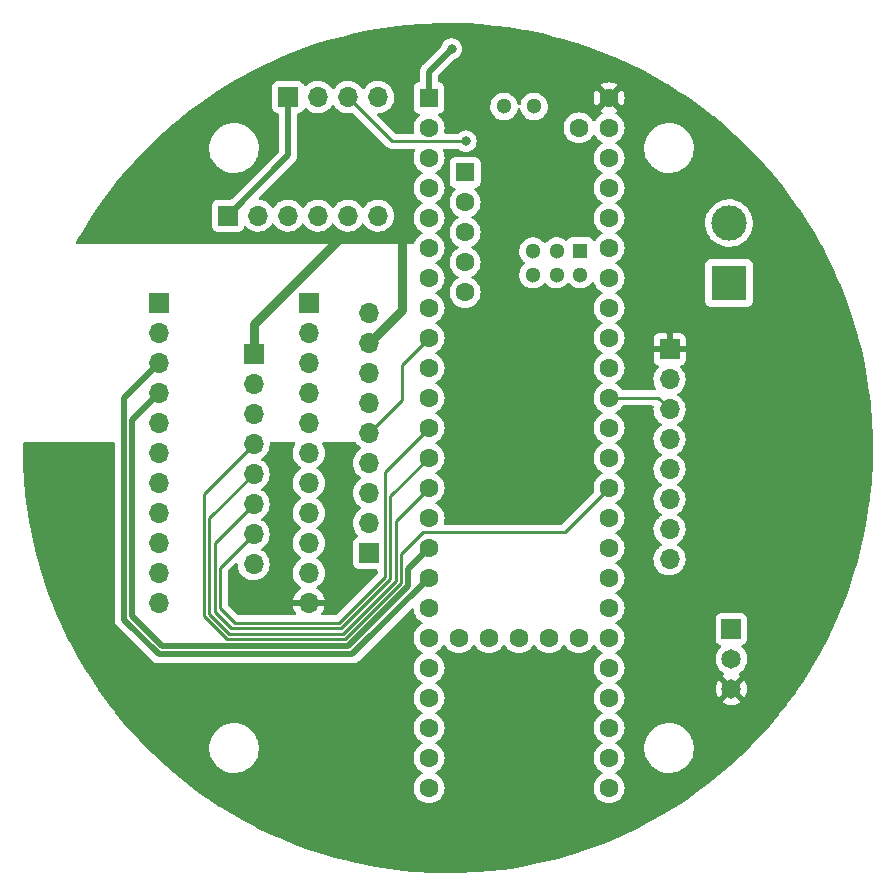
<source format=gbr>
%TF.GenerationSoftware,KiCad,Pcbnew,(6.0.8)*%
%TF.CreationDate,2023-03-06T23:42:01-08:00*%
%TF.ProjectId,ATP_Teensy,4154505f-5465-4656-9e73-792e6b696361,rev?*%
%TF.SameCoordinates,Original*%
%TF.FileFunction,Copper,L2,Bot*%
%TF.FilePolarity,Positive*%
%FSLAX46Y46*%
G04 Gerber Fmt 4.6, Leading zero omitted, Abs format (unit mm)*
G04 Created by KiCad (PCBNEW (6.0.8)) date 2023-03-06 23:42:01*
%MOMM*%
%LPD*%
G01*
G04 APERTURE LIST*
%TA.AperFunction,ComponentPad*%
%ADD10R,1.700000X1.700000*%
%TD*%
%TA.AperFunction,ComponentPad*%
%ADD11O,1.700000X1.700000*%
%TD*%
%TA.AperFunction,ComponentPad*%
%ADD12R,3.000000X3.000000*%
%TD*%
%TA.AperFunction,ComponentPad*%
%ADD13C,3.000000*%
%TD*%
%TA.AperFunction,ComponentPad*%
%ADD14R,1.651000X1.651000*%
%TD*%
%TA.AperFunction,ComponentPad*%
%ADD15C,1.651000*%
%TD*%
%TA.AperFunction,ComponentPad*%
%ADD16R,1.600000X1.600000*%
%TD*%
%TA.AperFunction,ComponentPad*%
%ADD17C,1.600000*%
%TD*%
%TA.AperFunction,ComponentPad*%
%ADD18R,1.300000X1.300000*%
%TD*%
%TA.AperFunction,ComponentPad*%
%ADD19C,1.300000*%
%TD*%
%TA.AperFunction,ViaPad*%
%ADD20C,0.800000*%
%TD*%
%TA.AperFunction,ViaPad*%
%ADD21C,1.400000*%
%TD*%
%TA.AperFunction,Conductor*%
%ADD22C,0.508000*%
%TD*%
%TA.AperFunction,Conductor*%
%ADD23C,0.762000*%
%TD*%
%TA.AperFunction,Conductor*%
%ADD24C,0.254000*%
%TD*%
G04 APERTURE END LIST*
D10*
%TO.P,SPI,1,Pin_1*%
%TO.N,+3.3V*%
X134112000Y-79375000D03*
D11*
%TO.P,SPI,2,Pin_2*%
%TO.N,SD_CS*%
X136652000Y-79375000D03*
%TO.P,SPI,3,Pin_3*%
%TO.N,SD_SCK*%
X139192000Y-79375000D03*
%TO.P,SPI,4,Pin_4*%
%TO.N,SD_MOSI*%
X141732000Y-79375000D03*
%TO.P,SPI,5,Pin_5*%
%TO.N,SD_MISO*%
X144272000Y-79375000D03*
%TO.P,SPI,6,Pin_6*%
%TO.N,GND*%
X146812000Y-79375000D03*
%TD*%
D12*
%TO.P,9V PWR,1,Pin_1*%
%TO.N,+9V*%
X176530000Y-85090000D03*
D13*
%TO.P,9V PWR,2,Pin_2*%
%TO.N,GND*%
X176530000Y-80010000D03*
%TD*%
D10*
%TO.P,IMU,1,VCC*%
%TO.N,+5V*%
X171495000Y-90707500D03*
D11*
%TO.P,IMU,2,GND*%
%TO.N,GND*%
X171495000Y-93247500D03*
%TO.P,IMU,3,SCL*%
%TO.N,MPU_SCL*%
X171495000Y-95787500D03*
%TO.P,IMU,4,SDA*%
%TO.N,MPU_SDA*%
X171495000Y-98327500D03*
%TO.P,IMU,5,AUX_SDA*%
%TO.N,unconnected-(U4-Pad5)*%
X171495000Y-100867500D03*
%TO.P,IMU,6,AUX_SCL*%
%TO.N,unconnected-(U4-Pad6)*%
X171495000Y-103407500D03*
%TO.P,IMU,7,ADO*%
%TO.N,unconnected-(U4-Pad7)*%
X171495000Y-105947500D03*
%TO.P,IMU,8,INT*%
%TO.N,unconnected-(U4-Pad8)*%
X171495000Y-108487500D03*
%TD*%
D14*
%TO.P,REG,1,IN*%
%TO.N,+9V*%
X176733200Y-114376000D03*
D15*
%TO.P,REG,2,GND*%
%TO.N,GND*%
X176733200Y-116916000D03*
%TO.P,REG,3,OUT*%
%TO.N,+5V*%
X176733200Y-119456000D03*
%TD*%
D16*
%TO.P,TEENSY_4.1,1,GND*%
%TO.N,GND*%
X151130000Y-69410000D03*
D17*
%TO.P,TEENSY_4.1,2,0_RX1_CRX2_CS1*%
%TO.N,unconnected-(U5-Pad2)*%
X151130000Y-71950000D03*
%TO.P,TEENSY_4.1,3,1_TX1_CTX2_MISO1*%
%TO.N,unconnected-(U5-Pad3)*%
X151130000Y-74490000D03*
%TO.P,TEENSY_4.1,4,2_OUT2*%
%TO.N,unconnected-(U5-Pad4)*%
X151130000Y-77030000D03*
%TO.P,TEENSY_4.1,5,3_LRCLK2*%
%TO.N,unconnected-(U5-Pad5)*%
X151130000Y-79570000D03*
%TO.P,TEENSY_4.1,6,4_BCLK2*%
%TO.N,unconnected-(U5-Pad6)*%
X151130000Y-82110000D03*
%TO.P,TEENSY_4.1,7,5_IN2*%
%TO.N,unconnected-(U5-Pad7)*%
X151130000Y-84650000D03*
%TO.P,TEENSY_4.1,8,6_OUT1D*%
%TO.N,unconnected-(U5-Pad8)*%
X151130000Y-87190000D03*
%TO.P,TEENSY_4.1,9,7_RX2_OUT1A*%
%TO.N,GPS_TX*%
X151130000Y-89730000D03*
%TO.P,TEENSY_4.1,10,8_TX2_IN1*%
%TO.N,GPS_RX*%
X151130000Y-92270000D03*
%TO.P,TEENSY_4.1,11,9_OUT1C*%
%TO.N,unconnected-(U5-Pad11)*%
X151130000Y-94810000D03*
%TO.P,TEENSY_4.1,12,10_CS_MQSR*%
%TO.N,BMP_CS*%
X151130000Y-97350000D03*
%TO.P,TEENSY_4.1,13,11_MOSI_CTX1*%
%TO.N,BMP_SDI*%
X151130000Y-99890000D03*
%TO.P,TEENSY_4.1,14,12_MISO_MQSL*%
%TO.N,BMP_SDO*%
X151130000Y-102430000D03*
%TO.P,TEENSY_4.1,15,3V3*%
%TO.N,unconnected-(U5-Pad15)*%
X151130000Y-104970000D03*
%TO.P,TEENSY_4.1,16,24_A10_TX6_SCL2*%
%TO.N,XBEE_DIN*%
X151130000Y-107510000D03*
%TO.P,TEENSY_4.1,17,25_A11_RX6_SDA2*%
%TO.N,XBEE_DOUT*%
X151130000Y-110050000D03*
%TO.P,TEENSY_4.1,18,26_A12_MOSI1*%
%TO.N,SD_MOSI*%
X151130000Y-112590000D03*
%TO.P,TEENSY_4.1,19,27_A13_SCK1*%
%TO.N,SD_SCK*%
X151130000Y-115130000D03*
%TO.P,TEENSY_4.1,20,28_RX7*%
%TO.N,unconnected-(U5-Pad20)*%
X151130000Y-117670000D03*
%TO.P,TEENSY_4.1,21,29_TX7*%
%TO.N,unconnected-(U5-Pad21)*%
X151130000Y-120210000D03*
%TO.P,TEENSY_4.1,22,30_CRX3*%
%TO.N,unconnected-(U5-Pad22)*%
X151130000Y-122750000D03*
%TO.P,TEENSY_4.1,23,31_CTX3*%
%TO.N,unconnected-(U5-Pad23)*%
X151130000Y-125290000D03*
%TO.P,TEENSY_4.1,24,32_OUT1B*%
%TO.N,unconnected-(U5-Pad24)*%
X151130000Y-127830000D03*
%TO.P,TEENSY_4.1,25,33_MCLK2*%
%TO.N,unconnected-(U5-Pad25)*%
X166370000Y-127830000D03*
%TO.P,TEENSY_4.1,26,34_RX8*%
%TO.N,unconnected-(U5-Pad26)*%
X166370000Y-125290000D03*
%TO.P,TEENSY_4.1,27,35_TX8*%
%TO.N,unconnected-(U5-Pad27)*%
X166370000Y-122750000D03*
%TO.P,TEENSY_4.1,28,36_CS*%
%TO.N,unconnected-(U5-Pad28)*%
X166370000Y-120210000D03*
%TO.P,TEENSY_4.1,29,37_CS*%
%TO.N,unconnected-(U5-Pad29)*%
X166370000Y-117670000D03*
%TO.P,TEENSY_4.1,30,38_CS1_IN1*%
%TO.N,SD_CS*%
X166370000Y-115130000D03*
%TO.P,TEENSY_4.1,31,39_MISO1_OUT1A*%
%TO.N,SD_MISO*%
X166370000Y-112590000D03*
%TO.P,TEENSY_4.1,32,40_A16*%
%TO.N,unconnected-(U5-Pad32)*%
X166370000Y-110050000D03*
%TO.P,TEENSY_4.1,33,41_A17*%
%TO.N,unconnected-(U5-Pad33)*%
X166370000Y-107510000D03*
%TO.P,TEENSY_4.1,34,GND*%
%TO.N,GND*%
X166370000Y-104970000D03*
%TO.P,TEENSY_4.1,35,13_SCK_LED*%
%TO.N,BMP_SCK*%
X166370000Y-102430000D03*
%TO.P,TEENSY_4.1,36,14_A0_TX3_SPDIF_OUT*%
%TO.N,unconnected-(U5-Pad36)*%
X166370000Y-99890000D03*
%TO.P,TEENSY_4.1,37,15_A1_RX3_SPDIF_IN*%
%TO.N,unconnected-(U5-Pad37)*%
X166370000Y-97350000D03*
%TO.P,TEENSY_4.1,38,16_A2_RX4_SCL1*%
%TO.N,MPU_SCL*%
X166370000Y-94810000D03*
%TO.P,TEENSY_4.1,39,17_A3_TX4_SDA1*%
%TO.N,MPU_SDA*%
X166370000Y-92270000D03*
%TO.P,TEENSY_4.1,40,18_A4_SDA*%
%TO.N,ECU_SDA*%
X166370000Y-89730000D03*
%TO.P,TEENSY_4.1,41,19_A5_SCL*%
%TO.N,ECU_SCL*%
X166370000Y-87190000D03*
%TO.P,TEENSY_4.1,42,20_A6_TX5_LRCLK1*%
%TO.N,unconnected-(U5-Pad42)*%
X166370000Y-84650000D03*
%TO.P,TEENSY_4.1,43,21_A7_RX5_BCLK1*%
%TO.N,unconnected-(U5-Pad43)*%
X166370000Y-82110000D03*
%TO.P,TEENSY_4.1,44,22_A8_CTX1*%
%TO.N,unconnected-(U5-Pad44)*%
X166370000Y-79570000D03*
%TO.P,TEENSY_4.1,45,23_A9_CRX1_MCLK1*%
%TO.N,unconnected-(U5-Pad45)*%
X166370000Y-77030000D03*
%TO.P,TEENSY_4.1,46,3V3*%
%TO.N,+3.3V*%
X166370000Y-74490000D03*
%TO.P,TEENSY_4.1,47,GND*%
%TO.N,GND*%
X166370000Y-71950000D03*
%TO.P,TEENSY_4.1,48,VIN*%
%TO.N,+5V*%
X166370000Y-69410000D03*
%TO.P,TEENSY_4.1,49,VUSB*%
%TO.N,unconnected-(U5-Pad49)*%
X163830000Y-71950000D03*
%TO.P,TEENSY_4.1,50,VBAT*%
%TO.N,unconnected-(U5-Pad50)*%
X153670000Y-115130000D03*
%TO.P,TEENSY_4.1,51,3V3*%
%TO.N,unconnected-(U5-Pad51)*%
X156210000Y-115130000D03*
%TO.P,TEENSY_4.1,52,GND*%
%TO.N,unconnected-(U5-Pad52)*%
X158750000Y-115130000D03*
%TO.P,TEENSY_4.1,53,PROGRAM*%
%TO.N,unconnected-(U5-Pad53)*%
X161290000Y-115130000D03*
%TO.P,TEENSY_4.1,54,ON_OFF*%
%TO.N,unconnected-(U5-Pad54)*%
X163830000Y-115130000D03*
D16*
%TO.P,TEENSY_4.1,55,5V*%
%TO.N,unconnected-(U5-Pad55)*%
X154180800Y-75709200D03*
D17*
%TO.P,TEENSY_4.1,56,D-*%
%TO.N,unconnected-(U5-Pad56)*%
X154180800Y-78249200D03*
%TO.P,TEENSY_4.1,57,D+*%
%TO.N,unconnected-(U5-Pad57)*%
X154180800Y-80789200D03*
%TO.P,TEENSY_4.1,58,GND*%
%TO.N,unconnected-(U5-Pad58)*%
X154180800Y-83329200D03*
%TO.P,TEENSY_4.1,59,GND*%
%TO.N,unconnected-(U5-Pad59)*%
X154180800Y-85869200D03*
D18*
%TO.P,TEENSY_4.1,60,R+*%
%TO.N,unconnected-(U5-Pad60)*%
X163931600Y-82380000D03*
D19*
%TO.P,TEENSY_4.1,61,LED*%
%TO.N,unconnected-(U5-Pad61)*%
X161931600Y-82380000D03*
%TO.P,TEENSY_4.1,62,T-*%
%TO.N,unconnected-(U5-Pad62)*%
X159931600Y-82380000D03*
%TO.P,TEENSY_4.1,63,T+*%
%TO.N,unconnected-(U5-Pad63)*%
X159931600Y-84380000D03*
%TO.P,TEENSY_4.1,64,GND*%
%TO.N,unconnected-(U5-Pad64)*%
X161931600Y-84380000D03*
%TO.P,TEENSY_4.1,65,R-*%
%TO.N,unconnected-(U5-Pad65)*%
X163931600Y-84380000D03*
%TO.P,TEENSY_4.1,66,D-*%
%TO.N,unconnected-(U5-Pad66)*%
X160020000Y-70140000D03*
%TO.P,TEENSY_4.1,67,D+*%
%TO.N,unconnected-(U5-Pad67)*%
X157480000Y-70140000D03*
%TD*%
D10*
%TO.P,I2C,1,Pin_1*%
%TO.N,+3.3V*%
X139202000Y-69342000D03*
D11*
%TO.P,I2C,2,Pin_2*%
%TO.N,ECU_SCL*%
X141742000Y-69342000D03*
%TO.P,I2C,3,Pin_3*%
%TO.N,ECU_SDA*%
X144282000Y-69342000D03*
%TO.P,I2C,4,Pin_4*%
%TO.N,GND*%
X146822000Y-69342000D03*
%TD*%
D10*
%TO.P,XBEE,1,GND*%
%TO.N,GND*%
X128270000Y-86760000D03*
D11*
%TO.P,XBEE,2,3.3V*%
%TO.N,unconnected-(U3-Pad2)*%
X128270000Y-89300000D03*
%TO.P,XBEE,3,DOUT*%
%TO.N,XBEE_DOUT*%
X128270000Y-91840000D03*
%TO.P,XBEE,4,DIN*%
%TO.N,XBEE_DIN*%
X128270000Y-94380000D03*
%TO.P,XBEE,5,DO12*%
%TO.N,unconnected-(U3-Pad5)*%
X128270000Y-96920000D03*
%TO.P,XBEE,6,~{RESET}*%
%TO.N,unconnected-(U3-Pad6)*%
X128270000Y-99460000D03*
%TO.P,XBEE,7,RSSI*%
%TO.N,unconnected-(U3-Pad7)*%
X128270000Y-102000000D03*
%TO.P,XBEE,8,DIO11*%
%TO.N,unconnected-(U3-Pad8)*%
X128270000Y-104540000D03*
%TO.P,XBEE,9,RES1*%
%TO.N,unconnected-(U3-Pad9)*%
X128270000Y-107080000D03*
%TO.P,XBEE,10,~{DTR}*%
%TO.N,unconnected-(U3-Pad10)*%
X128270000Y-109620000D03*
%TO.P,XBEE,11,GND*%
%TO.N,GND*%
X128270000Y-112160000D03*
D10*
%TO.P,XBEE,12,DIO0*%
%TO.N,unconnected-(U3-Pad12)*%
X140950000Y-86760000D03*
D11*
%TO.P,XBEE,13,DIO1*%
%TO.N,unconnected-(U3-Pad13)*%
X140950000Y-89300000D03*
%TO.P,XBEE,14,DIO2*%
%TO.N,unconnected-(U3-Pad14)*%
X140950000Y-91840000D03*
%TO.P,XBEE,15,DIO3*%
%TO.N,unconnected-(U3-Pad15)*%
X140950000Y-94380000D03*
%TO.P,XBEE,16,~{RTS}*%
%TO.N,unconnected-(U3-Pad16)*%
X140950000Y-96920000D03*
%TO.P,XBEE,17,DIO5*%
%TO.N,unconnected-(U3-Pad17)*%
X140950000Y-99460000D03*
%TO.P,XBEE,18,RES2*%
%TO.N,unconnected-(U3-Pad18)*%
X140950000Y-102000000D03*
%TO.P,XBEE,19,DIO9*%
%TO.N,unconnected-(U3-Pad19)*%
X140950000Y-104540000D03*
%TO.P,XBEE,20,~{CTS}*%
%TO.N,unconnected-(U3-Pad20)*%
X140950000Y-107080000D03*
%TO.P,XBEE,21,DIO4*%
%TO.N,unconnected-(U3-Pad21)*%
X140950000Y-109620000D03*
%TO.P,XBEE,22,5V_IN*%
%TO.N,+5V*%
X140950000Y-112160000D03*
%TD*%
D10*
%TO.P,GPS,1,3.3V*%
%TO.N,unconnected-(U6-Pad1)*%
X146050000Y-107950000D03*
D11*
%TO.P,GPS,2,EN*%
%TO.N,unconnected-(U6-Pad2)*%
X146050000Y-105410000D03*
%TO.P,GPS,3,VBAT*%
%TO.N,unconnected-(U6-Pad3)*%
X146050000Y-102870000D03*
%TO.P,GPS,4,FIX*%
%TO.N,unconnected-(U6-Pad4)*%
X146050000Y-100330000D03*
%TO.P,GPS,5,TX*%
%TO.N,GPS_TX*%
X146050000Y-97790000D03*
%TO.P,GPS,6,RX*%
%TO.N,GPS_RX*%
X146050000Y-95250000D03*
%TO.P,GPS,7,GND*%
%TO.N,GND*%
X146050000Y-92710000D03*
%TO.P,GPS,8,VIN*%
%TO.N,+5V*%
X146050000Y-90170000D03*
%TO.P,GPS,9,PPS*%
%TO.N,unconnected-(U6-Pad9)*%
X146050000Y-87630000D03*
%TD*%
D10*
%TO.P,BMP,1,VIN*%
%TO.N,+5V*%
X136277500Y-91116250D03*
D11*
%TO.P,BMP,2,3VO*%
%TO.N,unconnected-(U1-Pad2)*%
X136277500Y-93656250D03*
%TO.P,BMP,3,GND*%
%TO.N,GND*%
X136277500Y-96196250D03*
%TO.P,BMP,4,SCK*%
%TO.N,BMP_SCK*%
X136277500Y-98736250D03*
%TO.P,BMP,5,SDO*%
%TO.N,BMP_SDO*%
X136277500Y-101276250D03*
%TO.P,BMP,6,SDI*%
%TO.N,BMP_SDI*%
X136277500Y-103816250D03*
%TO.P,BMP,7,CS*%
%TO.N,BMP_CS*%
X136277500Y-106356250D03*
%TO.P,BMP,8,INT*%
%TO.N,unconnected-(U1-Pad8)*%
X136277500Y-108896250D03*
%TD*%
D20*
%TO.N,GND*%
X153035000Y-65278000D03*
D21*
%TO.N,+5V*%
X141224000Y-118364000D03*
D20*
%TO.N,ECU_SDA*%
X154253000Y-73077000D03*
%TD*%
D22*
%TO.N,GND*%
X151130000Y-67183000D02*
X153035000Y-65278000D01*
X151130000Y-69410000D02*
X151130000Y-67183000D01*
D23*
%TO.N,+5V*%
X136277500Y-88570500D02*
X143568000Y-81280000D01*
X146050000Y-90170000D02*
X148844000Y-87376000D01*
X143568000Y-81280000D02*
X148844000Y-81280000D01*
X136277500Y-91116250D02*
X136277500Y-88570500D01*
X148844000Y-87376000D02*
X148844000Y-81280000D01*
D24*
%TO.N,BMP_SCK*%
X144031342Y-115243000D02*
X148771000Y-110503342D01*
X136277500Y-98736250D02*
X132080000Y-102933750D01*
X132080000Y-113284000D02*
X134039000Y-115243000D01*
X132080000Y-102933750D02*
X132080000Y-113284000D01*
X162628000Y-106172000D02*
X166370000Y-102430000D01*
X134039000Y-115243000D02*
X144031342Y-115243000D01*
X148771000Y-107989181D02*
X150588181Y-106172000D01*
X148771000Y-110503342D02*
X148771000Y-107989181D01*
X150588181Y-106172000D02*
X162628000Y-106172000D01*
%TO.N,BMP_SDO*%
X136277500Y-101276250D02*
X132534000Y-105019750D01*
X148317000Y-105243000D02*
X151130000Y-102430000D01*
X134227052Y-114789000D02*
X143843290Y-114789000D01*
X132534000Y-113095948D02*
X134227052Y-114789000D01*
X132534000Y-105019750D02*
X132534000Y-113095948D01*
X148317000Y-110315290D02*
X148317000Y-105243000D01*
X143843290Y-114789000D02*
X148317000Y-110315290D01*
%TO.N,BMP_SDI*%
X134380104Y-114300000D02*
X143690238Y-114300000D01*
X147863000Y-110127238D02*
X147863000Y-103157000D01*
X136277500Y-103816250D02*
X132988000Y-107105750D01*
X143690238Y-114300000D02*
X147863000Y-110127238D01*
X132988000Y-112907896D02*
X134380104Y-114300000D01*
X132988000Y-107105750D02*
X132988000Y-112907896D01*
X147863000Y-103157000D02*
X151130000Y-99890000D01*
%TO.N,BMP_CS*%
X133442000Y-109191750D02*
X133442000Y-112614000D01*
X143502186Y-113846000D02*
X147409000Y-109939186D01*
X147409000Y-101071000D02*
X151130000Y-97350000D01*
X147409000Y-109939186D02*
X147409000Y-101071000D01*
X134674000Y-113846000D02*
X143502186Y-113846000D01*
X133442000Y-112614000D02*
X134674000Y-113846000D01*
X136277500Y-106356250D02*
X133442000Y-109191750D01*
D22*
%TO.N,XBEE_DOUT*%
X128230736Y-116532000D02*
X144648000Y-116532000D01*
X128270000Y-91840000D02*
X125276000Y-94834000D01*
X144648000Y-116532000D02*
X151130000Y-110050000D01*
X125276000Y-113577264D02*
X128230736Y-116532000D01*
X125276000Y-94834000D02*
X125276000Y-113577264D01*
%TO.N,XBEE_DIN*%
X144272000Y-115824000D02*
X128524000Y-115824000D01*
X151130000Y-107510000D02*
X149352000Y-109288000D01*
X125984000Y-113284000D02*
X125984000Y-96666000D01*
X128524000Y-115824000D02*
X125984000Y-113284000D01*
X149352000Y-110744000D02*
X144272000Y-115824000D01*
X149352000Y-109288000D02*
X149352000Y-110744000D01*
X125984000Y-96666000D02*
X128270000Y-94380000D01*
D24*
%TO.N,MPU_SCL*%
X166370000Y-94810000D02*
X170517500Y-94810000D01*
X170517500Y-94810000D02*
X171495000Y-95787500D01*
D22*
%TO.N,+3.3V*%
X139202000Y-69342000D02*
X139202000Y-74285000D01*
X139202000Y-74285000D02*
X134112000Y-79375000D01*
D24*
%TO.N,GPS_TX*%
X148844000Y-94996000D02*
X148844000Y-92016000D01*
X148844000Y-92016000D02*
X151130000Y-89730000D01*
X146050000Y-97790000D02*
X148844000Y-94996000D01*
%TO.N,ECU_SDA*%
X144282000Y-69342000D02*
X148017000Y-73077000D01*
X148017000Y-73077000D02*
X154253000Y-73077000D01*
%TD*%
%TA.AperFunction,Conductor*%
%TO.N,+5V*%
G36*
X153171788Y-63071246D02*
G01*
X154360621Y-63105492D01*
X154364768Y-63105680D01*
X155551782Y-63179321D01*
X155555947Y-63179649D01*
X156739833Y-63292602D01*
X156743985Y-63293067D01*
X157923517Y-63445215D01*
X157927652Y-63445818D01*
X159101487Y-63636989D01*
X159105599Y-63637729D01*
X159377644Y-63691348D01*
X160272475Y-63867718D01*
X160276499Y-63868581D01*
X161025459Y-64042181D01*
X161435103Y-64137131D01*
X161439157Y-64138142D01*
X161728760Y-64215470D01*
X162588218Y-64444958D01*
X162592194Y-64446091D01*
X163251451Y-64645760D01*
X163730428Y-64790828D01*
X163734406Y-64792105D01*
X164089753Y-64912729D01*
X164691708Y-65117065D01*
X164860570Y-65174386D01*
X164864497Y-65175792D01*
X165977412Y-65595218D01*
X165981263Y-65596742D01*
X167079680Y-66052844D01*
X167083459Y-66054488D01*
X168166119Y-66546744D01*
X168169879Y-66548530D01*
X169235639Y-67076420D01*
X169239351Y-67078336D01*
X170286955Y-67641233D01*
X170290602Y-67643271D01*
X171318994Y-68240609D01*
X171322572Y-68242767D01*
X172330615Y-68873886D01*
X172334119Y-68876162D01*
X172818920Y-69202549D01*
X173316104Y-69537273D01*
X173320640Y-69540327D01*
X173324061Y-69542713D01*
X174288092Y-70239273D01*
X174291406Y-70241753D01*
X175194035Y-70940643D01*
X175231759Y-70969852D01*
X175235020Y-70972465D01*
X176150736Y-71731359D01*
X176153908Y-71734077D01*
X177035414Y-72515339D01*
X177043938Y-72522894D01*
X177047012Y-72525710D01*
X177805278Y-73244022D01*
X177910414Y-73343618D01*
X177913399Y-73346541D01*
X178749202Y-74192618D01*
X178752089Y-74195639D01*
X179559398Y-75068982D01*
X179562182Y-75072097D01*
X180042460Y-75627523D01*
X180274297Y-75895634D01*
X180340040Y-75971664D01*
X180342714Y-75974861D01*
X181090392Y-76899815D01*
X181092948Y-76903088D01*
X181809506Y-77852269D01*
X181811968Y-77855644D01*
X182496677Y-78828082D01*
X182499025Y-78831538D01*
X183151093Y-79826106D01*
X183153326Y-79829638D01*
X183772072Y-80845299D01*
X183774186Y-80848902D01*
X184358915Y-81884514D01*
X184360909Y-81888186D01*
X184910996Y-82942647D01*
X184912866Y-82946383D01*
X185427667Y-84018453D01*
X185429413Y-84022249D01*
X185712802Y-84666299D01*
X185842796Y-84961731D01*
X185908399Y-85110826D01*
X185910016Y-85114674D01*
X186081315Y-85541869D01*
X186352636Y-86218509D01*
X186354127Y-86222412D01*
X186759920Y-87340353D01*
X186761280Y-87344303D01*
X186971016Y-87987894D01*
X187102944Y-88392722D01*
X187129774Y-88475053D01*
X187131001Y-88479040D01*
X187428793Y-89507393D01*
X187461814Y-89621424D01*
X187462903Y-89625432D01*
X187604818Y-90184225D01*
X187755654Y-90778145D01*
X187756615Y-90782211D01*
X188010981Y-91943967D01*
X188011807Y-91948062D01*
X188227517Y-93117623D01*
X188228207Y-93121744D01*
X188405026Y-94297847D01*
X188405578Y-94301989D01*
X188437859Y-94578864D01*
X188527002Y-95343454D01*
X188543301Y-95483256D01*
X188543715Y-95487403D01*
X188642064Y-96670989D01*
X188642199Y-96672618D01*
X188642475Y-96676772D01*
X188655926Y-96946976D01*
X188701607Y-97864594D01*
X188701746Y-97868770D01*
X188713342Y-98568060D01*
X188720991Y-99029273D01*
X188721475Y-99058478D01*
X188721488Y-99061538D01*
X188717809Y-99529908D01*
X188717072Y-99623799D01*
X188717010Y-99626877D01*
X188681028Y-100740897D01*
X188678599Y-100816085D01*
X188678396Y-100820230D01*
X188638581Y-101427699D01*
X188600612Y-102006995D01*
X188600270Y-102011159D01*
X188483182Y-103194676D01*
X188482702Y-103198826D01*
X188446218Y-103474090D01*
X188334335Y-104318238D01*
X188326437Y-104377825D01*
X188325822Y-104381935D01*
X188134130Y-105533621D01*
X188130558Y-105555084D01*
X188129807Y-105559178D01*
X188045465Y-105979357D01*
X187895747Y-106725234D01*
X187894857Y-106729316D01*
X187622271Y-107886945D01*
X187621246Y-107890996D01*
X187410707Y-108668592D01*
X187327518Y-108975840D01*
X187310426Y-109038965D01*
X187309269Y-109042972D01*
X186978406Y-110121811D01*
X186960566Y-110179981D01*
X186959282Y-110183933D01*
X186576627Y-111298401D01*
X186573058Y-111308797D01*
X186571640Y-111312714D01*
X186162229Y-112387671D01*
X186148341Y-112424135D01*
X186146809Y-112427966D01*
X186046881Y-112666267D01*
X185686878Y-113524775D01*
X185685199Y-113528600D01*
X185189180Y-114609507D01*
X185187375Y-114613275D01*
X184973404Y-115041498D01*
X184707362Y-115573933D01*
X184655775Y-115677174D01*
X184653847Y-115680876D01*
X184205135Y-116509025D01*
X184087288Y-116726524D01*
X184085237Y-116730164D01*
X183484318Y-117756456D01*
X183482148Y-117760026D01*
X182847523Y-118765847D01*
X182845237Y-118769341D01*
X182375746Y-119461475D01*
X182177598Y-119753589D01*
X182175195Y-119757007D01*
X181475328Y-120718524D01*
X181472814Y-120721861D01*
X181399426Y-120815963D01*
X180778240Y-121612477D01*
X180741412Y-121659699D01*
X180738801Y-121662933D01*
X180668052Y-121747699D01*
X179976730Y-122575980D01*
X179974000Y-122579143D01*
X179182083Y-123466411D01*
X179179251Y-123469481D01*
X178398710Y-124287699D01*
X178358324Y-124330034D01*
X178355403Y-124332996D01*
X177506378Y-125165875D01*
X177503393Y-125168708D01*
X177234512Y-125415524D01*
X176627245Y-125972956D01*
X176624121Y-125975730D01*
X175721777Y-126750500D01*
X175718562Y-126753168D01*
X174791082Y-127497549D01*
X174787781Y-127500110D01*
X173836064Y-128213383D01*
X173832725Y-128215799D01*
X172940536Y-128839357D01*
X172857928Y-128897092D01*
X172854465Y-128899429D01*
X171857570Y-129548058D01*
X171854030Y-129550278D01*
X170836215Y-130165475D01*
X170832604Y-130167576D01*
X169794983Y-130748672D01*
X169791304Y-130750653D01*
X168734941Y-131297050D01*
X168731199Y-131298908D01*
X167657327Y-131809969D01*
X167653525Y-131811702D01*
X166563267Y-132286892D01*
X166559410Y-132288497D01*
X165454039Y-132727260D01*
X165450131Y-132728737D01*
X164330800Y-133130618D01*
X164326844Y-133131965D01*
X163194786Y-133496519D01*
X163190789Y-133497733D01*
X162047311Y-133824540D01*
X162043275Y-133825622D01*
X161653582Y-133923145D01*
X160889516Y-134114357D01*
X160885504Y-134115290D01*
X159949692Y-134316765D01*
X159722816Y-134365610D01*
X159718718Y-134366421D01*
X158548415Y-134578047D01*
X158544292Y-134578722D01*
X157367608Y-134751430D01*
X157363464Y-134751968D01*
X156181724Y-134885565D01*
X156177566Y-134885966D01*
X155273949Y-134957876D01*
X154991992Y-134980314D01*
X154987832Y-134980576D01*
X154884808Y-134985344D01*
X153799821Y-135035562D01*
X153795644Y-135035686D01*
X152606473Y-135051253D01*
X152602295Y-135051239D01*
X151479115Y-135028693D01*
X151413227Y-135027370D01*
X151409056Y-135027217D01*
X151264462Y-135019513D01*
X150221430Y-134963937D01*
X150217262Y-134963645D01*
X149760386Y-134924075D01*
X149032410Y-134861025D01*
X149028309Y-134860602D01*
X147847449Y-134718748D01*
X147843353Y-134718187D01*
X147255603Y-134627723D01*
X146667876Y-134537263D01*
X146663758Y-134536559D01*
X146134078Y-134436954D01*
X145494907Y-134316760D01*
X145490867Y-134315930D01*
X144585342Y-134114350D01*
X144329996Y-134057507D01*
X144325934Y-134056532D01*
X143174282Y-133759767D01*
X143170253Y-133758658D01*
X142028994Y-133423849D01*
X142025060Y-133422623D01*
X141267942Y-133172963D01*
X140895574Y-133050174D01*
X140891629Y-133048800D01*
X140432665Y-132880389D01*
X139775121Y-132639111D01*
X139771259Y-132637621D01*
X138668911Y-132191124D01*
X138665094Y-132189503D01*
X137578206Y-131706726D01*
X137574416Y-131704967D01*
X136504113Y-131186409D01*
X136500384Y-131184525D01*
X135447897Y-130630785D01*
X135444232Y-130628779D01*
X134410658Y-130040434D01*
X134407061Y-130038307D01*
X133393548Y-129416008D01*
X133390025Y-129413763D01*
X132397752Y-128758236D01*
X132394304Y-128755876D01*
X132021260Y-128491257D01*
X131424240Y-128067761D01*
X131420881Y-128065293D01*
X130474226Y-127345439D01*
X130470943Y-127342856D01*
X129548632Y-126591978D01*
X129545436Y-126589286D01*
X128837678Y-125972956D01*
X128648569Y-125808276D01*
X128645469Y-125805485D01*
X128568605Y-125733933D01*
X127774944Y-124995126D01*
X127771939Y-124992234D01*
X127682774Y-124903534D01*
X127370311Y-124592703D01*
X132510743Y-124592703D01*
X132548268Y-124877734D01*
X132624129Y-125155036D01*
X132736923Y-125419476D01*
X132884561Y-125666161D01*
X133064313Y-125890528D01*
X133272851Y-126088423D01*
X133506317Y-126256186D01*
X133510112Y-126258195D01*
X133510113Y-126258196D01*
X133531869Y-126269715D01*
X133760392Y-126390712D01*
X134030373Y-126489511D01*
X134311264Y-126550755D01*
X134339841Y-126553004D01*
X134534282Y-126568307D01*
X134534291Y-126568307D01*
X134536739Y-126568500D01*
X134692271Y-126568500D01*
X134694407Y-126568354D01*
X134694418Y-126568354D01*
X134902548Y-126554165D01*
X134902554Y-126554164D01*
X134906825Y-126553873D01*
X134911020Y-126553004D01*
X134911022Y-126553004D01*
X135049706Y-126524284D01*
X135188342Y-126495574D01*
X135459343Y-126399607D01*
X135714812Y-126267750D01*
X135718313Y-126265289D01*
X135718317Y-126265287D01*
X135904692Y-126134300D01*
X135950023Y-126102441D01*
X136112716Y-125951257D01*
X136157479Y-125909661D01*
X136157481Y-125909658D01*
X136160622Y-125906740D01*
X136342713Y-125684268D01*
X136492927Y-125439142D01*
X136608483Y-125175898D01*
X136687244Y-124899406D01*
X136727751Y-124614784D01*
X136727845Y-124596951D01*
X136729235Y-124331583D01*
X136729235Y-124331576D01*
X136729257Y-124327297D01*
X136691732Y-124042266D01*
X136685368Y-124019001D01*
X136654401Y-123905805D01*
X136615871Y-123764964D01*
X136605295Y-123740170D01*
X136504763Y-123504476D01*
X136504761Y-123504472D01*
X136503077Y-123500524D01*
X136372730Y-123282730D01*
X136357643Y-123257521D01*
X136357640Y-123257517D01*
X136355439Y-123253839D01*
X136175687Y-123029472D01*
X135967149Y-122831577D01*
X135733683Y-122663814D01*
X135711843Y-122652250D01*
X135688654Y-122639972D01*
X135479608Y-122529288D01*
X135209627Y-122430489D01*
X134928736Y-122369245D01*
X134897685Y-122366801D01*
X134705718Y-122351693D01*
X134705709Y-122351693D01*
X134703261Y-122351500D01*
X134547729Y-122351500D01*
X134545593Y-122351646D01*
X134545582Y-122351646D01*
X134337452Y-122365835D01*
X134337446Y-122365836D01*
X134333175Y-122366127D01*
X134328980Y-122366996D01*
X134328978Y-122366996D01*
X134192417Y-122395276D01*
X134051658Y-122424426D01*
X133780657Y-122520393D01*
X133525188Y-122652250D01*
X133521687Y-122654711D01*
X133521683Y-122654713D01*
X133511594Y-122661804D01*
X133289977Y-122817559D01*
X133274892Y-122831577D01*
X133117229Y-122978087D01*
X133079378Y-123013260D01*
X132897287Y-123235732D01*
X132747073Y-123480858D01*
X132745347Y-123484791D01*
X132745346Y-123484792D01*
X132699256Y-123589789D01*
X132631517Y-123744102D01*
X132552756Y-124020594D01*
X132512249Y-124305216D01*
X132512227Y-124309505D01*
X132512226Y-124309512D01*
X132511533Y-124441803D01*
X132510743Y-124592703D01*
X127370311Y-124592703D01*
X126928801Y-124153499D01*
X126925888Y-124150504D01*
X126554961Y-123756198D01*
X126110989Y-123284242D01*
X126108191Y-123281167D01*
X126068206Y-123235732D01*
X125322471Y-122388372D01*
X125319765Y-122385192D01*
X125246186Y-122295775D01*
X124564071Y-121466831D01*
X124561484Y-121463578D01*
X124546653Y-121444284D01*
X124063653Y-120815963D01*
X123836670Y-120520686D01*
X123834179Y-120517332D01*
X123141013Y-119550911D01*
X123138635Y-119547476D01*
X123076756Y-119454868D01*
X122477899Y-118558615D01*
X122475670Y-118555158D01*
X121929181Y-117675475D01*
X121848052Y-117544882D01*
X121845907Y-117541297D01*
X121433589Y-116825700D01*
X121252165Y-116510830D01*
X121250149Y-116507193D01*
X120690881Y-115457573D01*
X120688978Y-115453854D01*
X120164841Y-114386317D01*
X120163062Y-114382537D01*
X120046510Y-114123802D01*
X119674585Y-113298159D01*
X119672943Y-113294346D01*
X119671984Y-113292012D01*
X119220686Y-112194362D01*
X119219170Y-112190493D01*
X119209055Y-112163365D01*
X118991763Y-111580643D01*
X118803654Y-111076180D01*
X118802259Y-111072242D01*
X118548972Y-110317438D01*
X118423891Y-109944693D01*
X118422635Y-109940731D01*
X118422543Y-109940421D01*
X118231538Y-109301745D01*
X118081883Y-108801331D01*
X118080752Y-108797309D01*
X117885908Y-108057240D01*
X117777939Y-107647146D01*
X117776959Y-107643150D01*
X117512461Y-106483645D01*
X117511600Y-106479562D01*
X117493739Y-106387242D01*
X117423580Y-106024616D01*
X117285686Y-105311892D01*
X117284961Y-105307777D01*
X117162670Y-104540000D01*
X117097891Y-104133301D01*
X117097305Y-104129185D01*
X117097080Y-104127385D01*
X116949275Y-102949122D01*
X116948824Y-102944970D01*
X116942789Y-102879292D01*
X116840003Y-101760685D01*
X116839690Y-101756534D01*
X116839366Y-101750989D01*
X116770193Y-100569245D01*
X116770018Y-100565080D01*
X116766967Y-100444527D01*
X116759699Y-100157438D01*
X116739923Y-99376156D01*
X116739887Y-99371978D01*
X116744880Y-98736250D01*
X116745345Y-98677010D01*
X116765881Y-98609049D01*
X116819900Y-98562979D01*
X116871341Y-98552000D01*
X124387500Y-98552000D01*
X124455621Y-98572002D01*
X124502114Y-98625658D01*
X124513500Y-98678000D01*
X124513500Y-113509888D01*
X124512067Y-113528838D01*
X124509876Y-113543237D01*
X124509876Y-113543243D01*
X124508776Y-113550472D01*
X124509369Y-113557764D01*
X124509369Y-113557767D01*
X124513085Y-113603447D01*
X124513500Y-113613662D01*
X124513500Y-113621789D01*
X124516811Y-113650188D01*
X124517238Y-113654508D01*
X124523191Y-113727690D01*
X124525447Y-113734652D01*
X124526643Y-113740640D01*
X124528051Y-113746597D01*
X124528899Y-113753871D01*
X124531397Y-113760753D01*
X124531398Y-113760757D01*
X124553945Y-113822871D01*
X124555355Y-113826975D01*
X124577987Y-113896839D01*
X124581787Y-113903102D01*
X124584325Y-113908644D01*
X124587067Y-113914120D01*
X124589566Y-113921005D01*
X124593581Y-113927129D01*
X124629815Y-113982396D01*
X124632130Y-113986064D01*
X124670227Y-114048845D01*
X124673941Y-114053050D01*
X124673943Y-114053053D01*
X124677667Y-114057269D01*
X124677638Y-114057295D01*
X124680238Y-114060226D01*
X124683042Y-114063580D01*
X124687054Y-114069699D01*
X124692366Y-114074731D01*
X124743586Y-114123252D01*
X124746028Y-114125630D01*
X127643926Y-117023528D01*
X127656313Y-117037941D01*
X127669282Y-117055564D01*
X127674865Y-117060307D01*
X127709791Y-117089979D01*
X127717307Y-117096909D01*
X127723051Y-117102653D01*
X127725925Y-117104927D01*
X127725932Y-117104933D01*
X127745447Y-117120372D01*
X127748851Y-117123163D01*
X127799208Y-117165945D01*
X127799212Y-117165948D01*
X127804787Y-117170684D01*
X127811304Y-117174012D01*
X127816368Y-117177389D01*
X127821592Y-117180616D01*
X127827336Y-117185160D01*
X127893840Y-117216242D01*
X127897737Y-117218147D01*
X127963140Y-117251543D01*
X127970254Y-117253284D01*
X127975988Y-117255416D01*
X127981784Y-117257344D01*
X127988416Y-117260444D01*
X128060291Y-117275394D01*
X128064575Y-117276364D01*
X128135848Y-117293804D01*
X128141450Y-117294152D01*
X128141453Y-117294152D01*
X128147066Y-117294500D01*
X128147064Y-117294537D01*
X128150963Y-117294773D01*
X128155334Y-117295163D01*
X128162493Y-117296652D01*
X128240313Y-117294546D01*
X128243722Y-117294500D01*
X144580624Y-117294500D01*
X144599574Y-117295933D01*
X144613973Y-117298124D01*
X144613979Y-117298124D01*
X144621208Y-117299224D01*
X144628500Y-117298631D01*
X144628503Y-117298631D01*
X144674183Y-117294915D01*
X144684398Y-117294500D01*
X144692525Y-117294500D01*
X144696161Y-117294076D01*
X144696163Y-117294076D01*
X144699615Y-117293673D01*
X144720924Y-117291189D01*
X144725244Y-117290762D01*
X144798426Y-117284809D01*
X144805388Y-117282553D01*
X144811376Y-117281357D01*
X144817333Y-117279949D01*
X144824607Y-117279101D01*
X144831489Y-117276603D01*
X144831493Y-117276602D01*
X144893607Y-117254055D01*
X144897711Y-117252645D01*
X144967575Y-117230013D01*
X144973838Y-117226213D01*
X144979380Y-117223675D01*
X144984856Y-117220933D01*
X144991741Y-117218434D01*
X145053132Y-117178185D01*
X145056800Y-117175870D01*
X145119581Y-117137773D01*
X145123786Y-117134059D01*
X145123789Y-117134057D01*
X145128005Y-117130333D01*
X145128031Y-117130362D01*
X145130962Y-117127762D01*
X145134316Y-117124958D01*
X145140435Y-117120946D01*
X145193989Y-117064413D01*
X145196366Y-117061972D01*
X149613516Y-112644822D01*
X149675828Y-112610796D01*
X149746643Y-112615861D01*
X149803479Y-112658408D01*
X149828132Y-112722935D01*
X149836457Y-112818087D01*
X149837881Y-112823400D01*
X149837881Y-112823402D01*
X149886559Y-113005067D01*
X149895716Y-113039243D01*
X149898039Y-113044224D01*
X149898039Y-113044225D01*
X149990151Y-113241762D01*
X149990154Y-113241767D01*
X149992477Y-113246749D01*
X150057671Y-113339856D01*
X150120213Y-113429174D01*
X150123802Y-113434300D01*
X150285700Y-113596198D01*
X150290208Y-113599355D01*
X150290211Y-113599357D01*
X150327443Y-113625427D01*
X150473251Y-113727523D01*
X150478233Y-113729846D01*
X150478238Y-113729849D01*
X150512457Y-113745805D01*
X150565742Y-113792722D01*
X150585203Y-113860999D01*
X150564661Y-113928959D01*
X150512457Y-113974195D01*
X150478238Y-113990151D01*
X150478233Y-113990154D01*
X150473251Y-113992477D01*
X150386740Y-114053053D01*
X150290211Y-114120643D01*
X150290208Y-114120645D01*
X150285700Y-114123802D01*
X150123802Y-114285700D01*
X149992477Y-114473251D01*
X149990154Y-114478233D01*
X149990151Y-114478238D01*
X149974195Y-114512457D01*
X149895716Y-114680757D01*
X149836457Y-114901913D01*
X149816502Y-115130000D01*
X149836457Y-115358087D01*
X149837881Y-115363400D01*
X149837881Y-115363402D01*
X149891836Y-115564761D01*
X149895716Y-115579243D01*
X149898039Y-115584224D01*
X149898039Y-115584225D01*
X149990151Y-115781762D01*
X149990154Y-115781767D01*
X149992477Y-115786749D01*
X150123802Y-115974300D01*
X150285700Y-116136198D01*
X150290208Y-116139355D01*
X150290211Y-116139357D01*
X150368389Y-116194098D01*
X150473251Y-116267523D01*
X150478233Y-116269846D01*
X150478238Y-116269849D01*
X150512457Y-116285805D01*
X150565742Y-116332722D01*
X150585203Y-116400999D01*
X150564661Y-116468959D01*
X150512457Y-116514195D01*
X150478238Y-116530151D01*
X150478233Y-116530154D01*
X150473251Y-116532477D01*
X150368389Y-116605902D01*
X150290211Y-116660643D01*
X150290208Y-116660645D01*
X150285700Y-116663802D01*
X150123802Y-116825700D01*
X149992477Y-117013251D01*
X149990154Y-117018233D01*
X149990151Y-117018238D01*
X149912315Y-117185160D01*
X149895716Y-117220757D01*
X149894294Y-117226065D01*
X149894293Y-117226067D01*
X149874691Y-117299224D01*
X149836457Y-117441913D01*
X149816502Y-117670000D01*
X149836457Y-117898087D01*
X149837881Y-117903400D01*
X149837881Y-117903402D01*
X149847128Y-117937910D01*
X149895716Y-118119243D01*
X149898039Y-118124224D01*
X149898039Y-118124225D01*
X149990151Y-118321762D01*
X149990154Y-118321767D01*
X149992477Y-118326749D01*
X150123802Y-118514300D01*
X150285700Y-118676198D01*
X150290208Y-118679355D01*
X150290211Y-118679357D01*
X150342804Y-118716183D01*
X150473251Y-118807523D01*
X150478233Y-118809846D01*
X150478238Y-118809849D01*
X150512457Y-118825805D01*
X150565742Y-118872722D01*
X150585203Y-118940999D01*
X150564661Y-119008959D01*
X150512457Y-119054195D01*
X150478238Y-119070151D01*
X150478233Y-119070154D01*
X150473251Y-119072477D01*
X150368389Y-119145902D01*
X150290211Y-119200643D01*
X150290208Y-119200645D01*
X150285700Y-119203802D01*
X150123802Y-119365700D01*
X149992477Y-119553251D01*
X149990154Y-119558233D01*
X149990151Y-119558238D01*
X149931991Y-119682964D01*
X149895716Y-119760757D01*
X149836457Y-119981913D01*
X149816502Y-120210000D01*
X149836457Y-120438087D01*
X149895716Y-120659243D01*
X149898039Y-120664224D01*
X149898039Y-120664225D01*
X149990151Y-120861762D01*
X149990154Y-120861767D01*
X149992477Y-120866749D01*
X150123802Y-121054300D01*
X150285700Y-121216198D01*
X150290208Y-121219355D01*
X150290211Y-121219357D01*
X150368389Y-121274098D01*
X150473251Y-121347523D01*
X150478233Y-121349846D01*
X150478238Y-121349849D01*
X150512457Y-121365805D01*
X150565742Y-121412722D01*
X150585203Y-121480999D01*
X150564661Y-121548959D01*
X150512457Y-121594195D01*
X150478238Y-121610151D01*
X150478233Y-121610154D01*
X150473251Y-121612477D01*
X150368389Y-121685902D01*
X150290211Y-121740643D01*
X150290208Y-121740645D01*
X150285700Y-121743802D01*
X150123802Y-121905700D01*
X149992477Y-122093251D01*
X149990154Y-122098233D01*
X149990151Y-122098238D01*
X149898039Y-122295775D01*
X149895716Y-122300757D01*
X149894294Y-122306065D01*
X149894293Y-122306067D01*
X149861199Y-122429575D01*
X149836457Y-122521913D01*
X149816502Y-122750000D01*
X149836457Y-122978087D01*
X149837881Y-122983400D01*
X149837881Y-122983402D01*
X149845882Y-123013260D01*
X149895716Y-123199243D01*
X149898039Y-123204224D01*
X149898039Y-123204225D01*
X149990151Y-123401762D01*
X149990154Y-123401767D01*
X149992477Y-123406749D01*
X150123802Y-123594300D01*
X150285700Y-123756198D01*
X150290208Y-123759355D01*
X150290211Y-123759357D01*
X150298219Y-123764964D01*
X150473251Y-123887523D01*
X150478233Y-123889846D01*
X150478238Y-123889849D01*
X150512457Y-123905805D01*
X150565742Y-123952722D01*
X150585203Y-124020999D01*
X150564661Y-124088959D01*
X150512457Y-124134195D01*
X150478238Y-124150151D01*
X150478233Y-124150154D01*
X150473251Y-124152477D01*
X150368389Y-124225902D01*
X150290211Y-124280643D01*
X150290208Y-124280645D01*
X150285700Y-124283802D01*
X150123802Y-124445700D01*
X149992477Y-124633251D01*
X149990154Y-124638233D01*
X149990151Y-124638238D01*
X149898039Y-124835775D01*
X149895716Y-124840757D01*
X149894294Y-124846065D01*
X149894293Y-124846067D01*
X149854731Y-124993715D01*
X149836457Y-125061913D01*
X149816502Y-125290000D01*
X149836457Y-125518087D01*
X149837881Y-125523400D01*
X149837881Y-125523402D01*
X149876134Y-125666161D01*
X149895716Y-125739243D01*
X149898039Y-125744224D01*
X149898039Y-125744225D01*
X149990151Y-125941762D01*
X149990154Y-125941767D01*
X149992477Y-125946749D01*
X150065902Y-126051611D01*
X150103219Y-126104904D01*
X150123802Y-126134300D01*
X150285700Y-126296198D01*
X150290208Y-126299355D01*
X150290211Y-126299357D01*
X150368389Y-126354098D01*
X150473251Y-126427523D01*
X150478233Y-126429846D01*
X150478238Y-126429849D01*
X150512457Y-126445805D01*
X150565742Y-126492722D01*
X150585203Y-126560999D01*
X150564661Y-126628959D01*
X150512457Y-126674195D01*
X150478238Y-126690151D01*
X150478233Y-126690154D01*
X150473251Y-126692477D01*
X150386576Y-126753168D01*
X150290211Y-126820643D01*
X150290208Y-126820645D01*
X150285700Y-126823802D01*
X150123802Y-126985700D01*
X149992477Y-127173251D01*
X149990154Y-127178233D01*
X149990151Y-127178238D01*
X149912185Y-127345439D01*
X149895716Y-127380757D01*
X149836457Y-127601913D01*
X149816502Y-127830000D01*
X149836457Y-128058087D01*
X149837881Y-128063400D01*
X149837881Y-128063402D01*
X149878721Y-128215816D01*
X149895716Y-128279243D01*
X149898039Y-128284224D01*
X149898039Y-128284225D01*
X149990151Y-128481762D01*
X149990154Y-128481767D01*
X149992477Y-128486749D01*
X150123802Y-128674300D01*
X150285700Y-128836198D01*
X150290208Y-128839355D01*
X150290211Y-128839357D01*
X150368389Y-128894098D01*
X150473251Y-128967523D01*
X150478233Y-128969846D01*
X150478238Y-128969849D01*
X150675775Y-129061961D01*
X150680757Y-129064284D01*
X150686065Y-129065706D01*
X150686067Y-129065707D01*
X150896598Y-129122119D01*
X150896600Y-129122119D01*
X150901913Y-129123543D01*
X151130000Y-129143498D01*
X151358087Y-129123543D01*
X151363400Y-129122119D01*
X151363402Y-129122119D01*
X151573933Y-129065707D01*
X151573935Y-129065706D01*
X151579243Y-129064284D01*
X151584225Y-129061961D01*
X151781762Y-128969849D01*
X151781767Y-128969846D01*
X151786749Y-128967523D01*
X151891611Y-128894098D01*
X151969789Y-128839357D01*
X151969792Y-128839355D01*
X151974300Y-128836198D01*
X152136198Y-128674300D01*
X152267523Y-128486749D01*
X152269846Y-128481767D01*
X152269849Y-128481762D01*
X152361961Y-128284225D01*
X152361961Y-128284224D01*
X152364284Y-128279243D01*
X152381280Y-128215816D01*
X152422119Y-128063402D01*
X152422119Y-128063400D01*
X152423543Y-128058087D01*
X152443498Y-127830000D01*
X152423543Y-127601913D01*
X152364284Y-127380757D01*
X152347815Y-127345439D01*
X152269849Y-127178238D01*
X152269846Y-127178233D01*
X152267523Y-127173251D01*
X152136198Y-126985700D01*
X151974300Y-126823802D01*
X151969792Y-126820645D01*
X151969789Y-126820643D01*
X151873424Y-126753168D01*
X151786749Y-126692477D01*
X151781767Y-126690154D01*
X151781762Y-126690151D01*
X151747543Y-126674195D01*
X151694258Y-126627278D01*
X151674797Y-126559001D01*
X151695339Y-126491041D01*
X151747543Y-126445805D01*
X151781762Y-126429849D01*
X151781767Y-126429846D01*
X151786749Y-126427523D01*
X151891611Y-126354098D01*
X151969789Y-126299357D01*
X151969792Y-126299355D01*
X151974300Y-126296198D01*
X152136198Y-126134300D01*
X152156782Y-126104904D01*
X152194098Y-126051611D01*
X152267523Y-125946749D01*
X152269846Y-125941767D01*
X152269849Y-125941762D01*
X152361961Y-125744225D01*
X152361961Y-125744224D01*
X152364284Y-125739243D01*
X152383867Y-125666161D01*
X152422119Y-125523402D01*
X152422119Y-125523400D01*
X152423543Y-125518087D01*
X152443498Y-125290000D01*
X152423543Y-125061913D01*
X152405269Y-124993715D01*
X152365707Y-124846067D01*
X152365706Y-124846065D01*
X152364284Y-124840757D01*
X152361961Y-124835775D01*
X152269849Y-124638238D01*
X152269846Y-124638233D01*
X152267523Y-124633251D01*
X152136198Y-124445700D01*
X151974300Y-124283802D01*
X151969792Y-124280645D01*
X151969789Y-124280643D01*
X151891611Y-124225902D01*
X151786749Y-124152477D01*
X151781767Y-124150154D01*
X151781762Y-124150151D01*
X151747543Y-124134195D01*
X151694258Y-124087278D01*
X151674797Y-124019001D01*
X151695339Y-123951041D01*
X151747543Y-123905805D01*
X151781762Y-123889849D01*
X151781767Y-123889846D01*
X151786749Y-123887523D01*
X151961781Y-123764964D01*
X151969789Y-123759357D01*
X151969792Y-123759355D01*
X151974300Y-123756198D01*
X152136198Y-123594300D01*
X152267523Y-123406749D01*
X152269846Y-123401767D01*
X152269849Y-123401762D01*
X152361961Y-123204225D01*
X152361961Y-123204224D01*
X152364284Y-123199243D01*
X152414119Y-123013260D01*
X152422119Y-122983402D01*
X152422119Y-122983400D01*
X152423543Y-122978087D01*
X152443498Y-122750000D01*
X152423543Y-122521913D01*
X152398801Y-122429575D01*
X152365707Y-122306067D01*
X152365706Y-122306065D01*
X152364284Y-122300757D01*
X152361961Y-122295775D01*
X152269849Y-122098238D01*
X152269846Y-122098233D01*
X152267523Y-122093251D01*
X152136198Y-121905700D01*
X151974300Y-121743802D01*
X151969792Y-121740645D01*
X151969789Y-121740643D01*
X151891611Y-121685902D01*
X151786749Y-121612477D01*
X151781767Y-121610154D01*
X151781762Y-121610151D01*
X151747543Y-121594195D01*
X151694258Y-121547278D01*
X151674797Y-121479001D01*
X151695339Y-121411041D01*
X151747543Y-121365805D01*
X151781762Y-121349849D01*
X151781767Y-121349846D01*
X151786749Y-121347523D01*
X151891611Y-121274098D01*
X151969789Y-121219357D01*
X151969792Y-121219355D01*
X151974300Y-121216198D01*
X152136198Y-121054300D01*
X152267523Y-120866749D01*
X152269846Y-120861767D01*
X152269849Y-120861762D01*
X152361961Y-120664225D01*
X152361961Y-120664224D01*
X152364284Y-120659243D01*
X152423543Y-120438087D01*
X152443498Y-120210000D01*
X152423543Y-119981913D01*
X152364284Y-119760757D01*
X152328009Y-119682964D01*
X152269849Y-119558238D01*
X152269846Y-119558233D01*
X152267523Y-119553251D01*
X152136198Y-119365700D01*
X151974300Y-119203802D01*
X151969792Y-119200645D01*
X151969789Y-119200643D01*
X151891611Y-119145902D01*
X151786749Y-119072477D01*
X151781767Y-119070154D01*
X151781762Y-119070151D01*
X151747543Y-119054195D01*
X151694258Y-119007278D01*
X151674797Y-118939001D01*
X151695339Y-118871041D01*
X151747543Y-118825805D01*
X151781762Y-118809849D01*
X151781767Y-118809846D01*
X151786749Y-118807523D01*
X151917196Y-118716183D01*
X151969789Y-118679357D01*
X151969792Y-118679355D01*
X151974300Y-118676198D01*
X152136198Y-118514300D01*
X152267523Y-118326749D01*
X152269846Y-118321767D01*
X152269849Y-118321762D01*
X152361961Y-118124225D01*
X152361961Y-118124224D01*
X152364284Y-118119243D01*
X152412873Y-117937910D01*
X152422119Y-117903402D01*
X152422119Y-117903400D01*
X152423543Y-117898087D01*
X152443498Y-117670000D01*
X152423543Y-117441913D01*
X152385309Y-117299224D01*
X152365707Y-117226067D01*
X152365706Y-117226065D01*
X152364284Y-117220757D01*
X152347685Y-117185160D01*
X152269849Y-117018238D01*
X152269846Y-117018233D01*
X152267523Y-117013251D01*
X152136198Y-116825700D01*
X151974300Y-116663802D01*
X151969792Y-116660645D01*
X151969789Y-116660643D01*
X151891611Y-116605902D01*
X151786749Y-116532477D01*
X151781767Y-116530154D01*
X151781762Y-116530151D01*
X151747543Y-116514195D01*
X151694258Y-116467278D01*
X151674797Y-116399001D01*
X151695339Y-116331041D01*
X151747543Y-116285805D01*
X151781762Y-116269849D01*
X151781767Y-116269846D01*
X151786749Y-116267523D01*
X151891611Y-116194098D01*
X151969789Y-116139357D01*
X151969792Y-116139355D01*
X151974300Y-116136198D01*
X152136198Y-115974300D01*
X152267523Y-115786749D01*
X152269846Y-115781767D01*
X152269849Y-115781762D01*
X152285805Y-115747543D01*
X152332722Y-115694258D01*
X152400999Y-115674797D01*
X152468959Y-115695339D01*
X152514195Y-115747543D01*
X152530151Y-115781762D01*
X152530154Y-115781767D01*
X152532477Y-115786749D01*
X152663802Y-115974300D01*
X152825700Y-116136198D01*
X152830208Y-116139355D01*
X152830211Y-116139357D01*
X152908389Y-116194098D01*
X153013251Y-116267523D01*
X153018233Y-116269846D01*
X153018238Y-116269849D01*
X153215775Y-116361961D01*
X153220757Y-116364284D01*
X153226065Y-116365706D01*
X153226067Y-116365707D01*
X153436598Y-116422119D01*
X153436600Y-116422119D01*
X153441913Y-116423543D01*
X153670000Y-116443498D01*
X153898087Y-116423543D01*
X153903400Y-116422119D01*
X153903402Y-116422119D01*
X154113933Y-116365707D01*
X154113935Y-116365706D01*
X154119243Y-116364284D01*
X154124225Y-116361961D01*
X154321762Y-116269849D01*
X154321767Y-116269846D01*
X154326749Y-116267523D01*
X154431611Y-116194098D01*
X154509789Y-116139357D01*
X154509792Y-116139355D01*
X154514300Y-116136198D01*
X154676198Y-115974300D01*
X154807523Y-115786749D01*
X154809846Y-115781767D01*
X154809849Y-115781762D01*
X154825805Y-115747543D01*
X154872722Y-115694258D01*
X154940999Y-115674797D01*
X155008959Y-115695339D01*
X155054195Y-115747543D01*
X155070151Y-115781762D01*
X155070154Y-115781767D01*
X155072477Y-115786749D01*
X155203802Y-115974300D01*
X155365700Y-116136198D01*
X155370208Y-116139355D01*
X155370211Y-116139357D01*
X155448389Y-116194098D01*
X155553251Y-116267523D01*
X155558233Y-116269846D01*
X155558238Y-116269849D01*
X155755775Y-116361961D01*
X155760757Y-116364284D01*
X155766065Y-116365706D01*
X155766067Y-116365707D01*
X155976598Y-116422119D01*
X155976600Y-116422119D01*
X155981913Y-116423543D01*
X156210000Y-116443498D01*
X156438087Y-116423543D01*
X156443400Y-116422119D01*
X156443402Y-116422119D01*
X156653933Y-116365707D01*
X156653935Y-116365706D01*
X156659243Y-116364284D01*
X156664225Y-116361961D01*
X156861762Y-116269849D01*
X156861767Y-116269846D01*
X156866749Y-116267523D01*
X156971611Y-116194098D01*
X157049789Y-116139357D01*
X157049792Y-116139355D01*
X157054300Y-116136198D01*
X157216198Y-115974300D01*
X157347523Y-115786749D01*
X157349846Y-115781767D01*
X157349849Y-115781762D01*
X157365805Y-115747543D01*
X157412722Y-115694258D01*
X157480999Y-115674797D01*
X157548959Y-115695339D01*
X157594195Y-115747543D01*
X157610151Y-115781762D01*
X157610154Y-115781767D01*
X157612477Y-115786749D01*
X157743802Y-115974300D01*
X157905700Y-116136198D01*
X157910208Y-116139355D01*
X157910211Y-116139357D01*
X157988389Y-116194098D01*
X158093251Y-116267523D01*
X158098233Y-116269846D01*
X158098238Y-116269849D01*
X158295775Y-116361961D01*
X158300757Y-116364284D01*
X158306065Y-116365706D01*
X158306067Y-116365707D01*
X158516598Y-116422119D01*
X158516600Y-116422119D01*
X158521913Y-116423543D01*
X158750000Y-116443498D01*
X158978087Y-116423543D01*
X158983400Y-116422119D01*
X158983402Y-116422119D01*
X159193933Y-116365707D01*
X159193935Y-116365706D01*
X159199243Y-116364284D01*
X159204225Y-116361961D01*
X159401762Y-116269849D01*
X159401767Y-116269846D01*
X159406749Y-116267523D01*
X159511611Y-116194098D01*
X159589789Y-116139357D01*
X159589792Y-116139355D01*
X159594300Y-116136198D01*
X159756198Y-115974300D01*
X159887523Y-115786749D01*
X159889846Y-115781767D01*
X159889849Y-115781762D01*
X159905805Y-115747543D01*
X159952722Y-115694258D01*
X160020999Y-115674797D01*
X160088959Y-115695339D01*
X160134195Y-115747543D01*
X160150151Y-115781762D01*
X160150154Y-115781767D01*
X160152477Y-115786749D01*
X160283802Y-115974300D01*
X160445700Y-116136198D01*
X160450208Y-116139355D01*
X160450211Y-116139357D01*
X160528389Y-116194098D01*
X160633251Y-116267523D01*
X160638233Y-116269846D01*
X160638238Y-116269849D01*
X160835775Y-116361961D01*
X160840757Y-116364284D01*
X160846065Y-116365706D01*
X160846067Y-116365707D01*
X161056598Y-116422119D01*
X161056600Y-116422119D01*
X161061913Y-116423543D01*
X161290000Y-116443498D01*
X161518087Y-116423543D01*
X161523400Y-116422119D01*
X161523402Y-116422119D01*
X161733933Y-116365707D01*
X161733935Y-116365706D01*
X161739243Y-116364284D01*
X161744225Y-116361961D01*
X161941762Y-116269849D01*
X161941767Y-116269846D01*
X161946749Y-116267523D01*
X162051611Y-116194098D01*
X162129789Y-116139357D01*
X162129792Y-116139355D01*
X162134300Y-116136198D01*
X162296198Y-115974300D01*
X162427523Y-115786749D01*
X162429846Y-115781767D01*
X162429849Y-115781762D01*
X162445805Y-115747543D01*
X162492722Y-115694258D01*
X162560999Y-115674797D01*
X162628959Y-115695339D01*
X162674195Y-115747543D01*
X162690151Y-115781762D01*
X162690154Y-115781767D01*
X162692477Y-115786749D01*
X162823802Y-115974300D01*
X162985700Y-116136198D01*
X162990208Y-116139355D01*
X162990211Y-116139357D01*
X163068389Y-116194098D01*
X163173251Y-116267523D01*
X163178233Y-116269846D01*
X163178238Y-116269849D01*
X163375775Y-116361961D01*
X163380757Y-116364284D01*
X163386065Y-116365706D01*
X163386067Y-116365707D01*
X163596598Y-116422119D01*
X163596600Y-116422119D01*
X163601913Y-116423543D01*
X163830000Y-116443498D01*
X164058087Y-116423543D01*
X164063400Y-116422119D01*
X164063402Y-116422119D01*
X164273933Y-116365707D01*
X164273935Y-116365706D01*
X164279243Y-116364284D01*
X164284225Y-116361961D01*
X164481762Y-116269849D01*
X164481767Y-116269846D01*
X164486749Y-116267523D01*
X164591611Y-116194098D01*
X164669789Y-116139357D01*
X164669792Y-116139355D01*
X164674300Y-116136198D01*
X164836198Y-115974300D01*
X164967523Y-115786749D01*
X164969846Y-115781767D01*
X164969849Y-115781762D01*
X164985805Y-115747543D01*
X165032722Y-115694258D01*
X165100999Y-115674797D01*
X165168959Y-115695339D01*
X165214195Y-115747543D01*
X165230151Y-115781762D01*
X165230154Y-115781767D01*
X165232477Y-115786749D01*
X165363802Y-115974300D01*
X165525700Y-116136198D01*
X165530208Y-116139355D01*
X165530211Y-116139357D01*
X165608389Y-116194098D01*
X165713251Y-116267523D01*
X165718233Y-116269846D01*
X165718238Y-116269849D01*
X165752457Y-116285805D01*
X165805742Y-116332722D01*
X165825203Y-116400999D01*
X165804661Y-116468959D01*
X165752457Y-116514195D01*
X165718238Y-116530151D01*
X165718233Y-116530154D01*
X165713251Y-116532477D01*
X165608389Y-116605902D01*
X165530211Y-116660643D01*
X165530208Y-116660645D01*
X165525700Y-116663802D01*
X165363802Y-116825700D01*
X165232477Y-117013251D01*
X165230154Y-117018233D01*
X165230151Y-117018238D01*
X165152315Y-117185160D01*
X165135716Y-117220757D01*
X165134294Y-117226065D01*
X165134293Y-117226067D01*
X165114691Y-117299224D01*
X165076457Y-117441913D01*
X165056502Y-117670000D01*
X165076457Y-117898087D01*
X165077881Y-117903400D01*
X165077881Y-117903402D01*
X165087128Y-117937910D01*
X165135716Y-118119243D01*
X165138039Y-118124224D01*
X165138039Y-118124225D01*
X165230151Y-118321762D01*
X165230154Y-118321767D01*
X165232477Y-118326749D01*
X165363802Y-118514300D01*
X165525700Y-118676198D01*
X165530208Y-118679355D01*
X165530211Y-118679357D01*
X165582804Y-118716183D01*
X165713251Y-118807523D01*
X165718233Y-118809846D01*
X165718238Y-118809849D01*
X165752457Y-118825805D01*
X165805742Y-118872722D01*
X165825203Y-118940999D01*
X165804661Y-119008959D01*
X165752457Y-119054195D01*
X165718238Y-119070151D01*
X165718233Y-119070154D01*
X165713251Y-119072477D01*
X165608389Y-119145902D01*
X165530211Y-119200643D01*
X165530208Y-119200645D01*
X165525700Y-119203802D01*
X165363802Y-119365700D01*
X165232477Y-119553251D01*
X165230154Y-119558233D01*
X165230151Y-119558238D01*
X165171991Y-119682964D01*
X165135716Y-119760757D01*
X165076457Y-119981913D01*
X165056502Y-120210000D01*
X165076457Y-120438087D01*
X165135716Y-120659243D01*
X165138039Y-120664224D01*
X165138039Y-120664225D01*
X165230151Y-120861762D01*
X165230154Y-120861767D01*
X165232477Y-120866749D01*
X165363802Y-121054300D01*
X165525700Y-121216198D01*
X165530208Y-121219355D01*
X165530211Y-121219357D01*
X165608389Y-121274098D01*
X165713251Y-121347523D01*
X165718233Y-121349846D01*
X165718238Y-121349849D01*
X165752457Y-121365805D01*
X165805742Y-121412722D01*
X165825203Y-121480999D01*
X165804661Y-121548959D01*
X165752457Y-121594195D01*
X165718238Y-121610151D01*
X165718233Y-121610154D01*
X165713251Y-121612477D01*
X165608389Y-121685902D01*
X165530211Y-121740643D01*
X165530208Y-121740645D01*
X165525700Y-121743802D01*
X165363802Y-121905700D01*
X165232477Y-122093251D01*
X165230154Y-122098233D01*
X165230151Y-122098238D01*
X165138039Y-122295775D01*
X165135716Y-122300757D01*
X165134294Y-122306065D01*
X165134293Y-122306067D01*
X165101199Y-122429575D01*
X165076457Y-122521913D01*
X165056502Y-122750000D01*
X165076457Y-122978087D01*
X165077881Y-122983400D01*
X165077881Y-122983402D01*
X165085882Y-123013260D01*
X165135716Y-123199243D01*
X165138039Y-123204224D01*
X165138039Y-123204225D01*
X165230151Y-123401762D01*
X165230154Y-123401767D01*
X165232477Y-123406749D01*
X165363802Y-123594300D01*
X165525700Y-123756198D01*
X165530208Y-123759355D01*
X165530211Y-123759357D01*
X165538219Y-123764964D01*
X165713251Y-123887523D01*
X165718233Y-123889846D01*
X165718238Y-123889849D01*
X165752457Y-123905805D01*
X165805742Y-123952722D01*
X165825203Y-124020999D01*
X165804661Y-124088959D01*
X165752457Y-124134195D01*
X165718238Y-124150151D01*
X165718233Y-124150154D01*
X165713251Y-124152477D01*
X165608389Y-124225902D01*
X165530211Y-124280643D01*
X165530208Y-124280645D01*
X165525700Y-124283802D01*
X165363802Y-124445700D01*
X165232477Y-124633251D01*
X165230154Y-124638233D01*
X165230151Y-124638238D01*
X165138039Y-124835775D01*
X165135716Y-124840757D01*
X165134294Y-124846065D01*
X165134293Y-124846067D01*
X165094731Y-124993715D01*
X165076457Y-125061913D01*
X165056502Y-125290000D01*
X165076457Y-125518087D01*
X165077881Y-125523400D01*
X165077881Y-125523402D01*
X165116134Y-125666161D01*
X165135716Y-125739243D01*
X165138039Y-125744224D01*
X165138039Y-125744225D01*
X165230151Y-125941762D01*
X165230154Y-125941767D01*
X165232477Y-125946749D01*
X165305902Y-126051611D01*
X165343219Y-126104904D01*
X165363802Y-126134300D01*
X165525700Y-126296198D01*
X165530208Y-126299355D01*
X165530211Y-126299357D01*
X165608389Y-126354098D01*
X165713251Y-126427523D01*
X165718233Y-126429846D01*
X165718238Y-126429849D01*
X165752457Y-126445805D01*
X165805742Y-126492722D01*
X165825203Y-126560999D01*
X165804661Y-126628959D01*
X165752457Y-126674195D01*
X165718238Y-126690151D01*
X165718233Y-126690154D01*
X165713251Y-126692477D01*
X165626576Y-126753168D01*
X165530211Y-126820643D01*
X165530208Y-126820645D01*
X165525700Y-126823802D01*
X165363802Y-126985700D01*
X165232477Y-127173251D01*
X165230154Y-127178233D01*
X165230151Y-127178238D01*
X165152185Y-127345439D01*
X165135716Y-127380757D01*
X165076457Y-127601913D01*
X165056502Y-127830000D01*
X165076457Y-128058087D01*
X165077881Y-128063400D01*
X165077881Y-128063402D01*
X165118721Y-128215816D01*
X165135716Y-128279243D01*
X165138039Y-128284224D01*
X165138039Y-128284225D01*
X165230151Y-128481762D01*
X165230154Y-128481767D01*
X165232477Y-128486749D01*
X165363802Y-128674300D01*
X165525700Y-128836198D01*
X165530208Y-128839355D01*
X165530211Y-128839357D01*
X165608389Y-128894098D01*
X165713251Y-128967523D01*
X165718233Y-128969846D01*
X165718238Y-128969849D01*
X165915775Y-129061961D01*
X165920757Y-129064284D01*
X165926065Y-129065706D01*
X165926067Y-129065707D01*
X166136598Y-129122119D01*
X166136600Y-129122119D01*
X166141913Y-129123543D01*
X166370000Y-129143498D01*
X166598087Y-129123543D01*
X166603400Y-129122119D01*
X166603402Y-129122119D01*
X166813933Y-129065707D01*
X166813935Y-129065706D01*
X166819243Y-129064284D01*
X166824225Y-129061961D01*
X167021762Y-128969849D01*
X167021767Y-128969846D01*
X167026749Y-128967523D01*
X167131611Y-128894098D01*
X167209789Y-128839357D01*
X167209792Y-128839355D01*
X167214300Y-128836198D01*
X167376198Y-128674300D01*
X167507523Y-128486749D01*
X167509846Y-128481767D01*
X167509849Y-128481762D01*
X167601961Y-128284225D01*
X167601961Y-128284224D01*
X167604284Y-128279243D01*
X167621280Y-128215816D01*
X167662119Y-128063402D01*
X167662119Y-128063400D01*
X167663543Y-128058087D01*
X167683498Y-127830000D01*
X167663543Y-127601913D01*
X167604284Y-127380757D01*
X167587815Y-127345439D01*
X167509849Y-127178238D01*
X167509846Y-127178233D01*
X167507523Y-127173251D01*
X167376198Y-126985700D01*
X167214300Y-126823802D01*
X167209792Y-126820645D01*
X167209789Y-126820643D01*
X167113424Y-126753168D01*
X167026749Y-126692477D01*
X167021767Y-126690154D01*
X167021762Y-126690151D01*
X166987543Y-126674195D01*
X166934258Y-126627278D01*
X166914797Y-126559001D01*
X166935339Y-126491041D01*
X166987543Y-126445805D01*
X167021762Y-126429849D01*
X167021767Y-126429846D01*
X167026749Y-126427523D01*
X167131611Y-126354098D01*
X167209789Y-126299357D01*
X167209792Y-126299355D01*
X167214300Y-126296198D01*
X167376198Y-126134300D01*
X167396782Y-126104904D01*
X167434098Y-126051611D01*
X167507523Y-125946749D01*
X167509846Y-125941767D01*
X167509849Y-125941762D01*
X167601961Y-125744225D01*
X167601961Y-125744224D01*
X167604284Y-125739243D01*
X167623867Y-125666161D01*
X167662119Y-125523402D01*
X167662119Y-125523400D01*
X167663543Y-125518087D01*
X167683498Y-125290000D01*
X167663543Y-125061913D01*
X167645269Y-124993715D01*
X167605707Y-124846067D01*
X167605706Y-124846065D01*
X167604284Y-124840757D01*
X167601961Y-124835775D01*
X167509849Y-124638238D01*
X167509846Y-124638233D01*
X167507523Y-124633251D01*
X167479131Y-124592703D01*
X169340743Y-124592703D01*
X169378268Y-124877734D01*
X169454129Y-125155036D01*
X169566923Y-125419476D01*
X169714561Y-125666161D01*
X169894313Y-125890528D01*
X170102851Y-126088423D01*
X170336317Y-126256186D01*
X170340112Y-126258195D01*
X170340113Y-126258196D01*
X170361869Y-126269715D01*
X170590392Y-126390712D01*
X170860373Y-126489511D01*
X171141264Y-126550755D01*
X171169841Y-126553004D01*
X171364282Y-126568307D01*
X171364291Y-126568307D01*
X171366739Y-126568500D01*
X171522271Y-126568500D01*
X171524407Y-126568354D01*
X171524418Y-126568354D01*
X171732548Y-126554165D01*
X171732554Y-126554164D01*
X171736825Y-126553873D01*
X171741020Y-126553004D01*
X171741022Y-126553004D01*
X171879706Y-126524284D01*
X172018342Y-126495574D01*
X172289343Y-126399607D01*
X172544812Y-126267750D01*
X172548313Y-126265289D01*
X172548317Y-126265287D01*
X172734692Y-126134300D01*
X172780023Y-126102441D01*
X172942716Y-125951257D01*
X172987479Y-125909661D01*
X172987481Y-125909658D01*
X172990622Y-125906740D01*
X173172713Y-125684268D01*
X173322927Y-125439142D01*
X173438483Y-125175898D01*
X173517244Y-124899406D01*
X173557751Y-124614784D01*
X173557845Y-124596951D01*
X173559235Y-124331583D01*
X173559235Y-124331576D01*
X173559257Y-124327297D01*
X173521732Y-124042266D01*
X173515368Y-124019001D01*
X173484401Y-123905805D01*
X173445871Y-123764964D01*
X173435295Y-123740170D01*
X173334763Y-123504476D01*
X173334761Y-123504472D01*
X173333077Y-123500524D01*
X173202730Y-123282730D01*
X173187643Y-123257521D01*
X173187640Y-123257517D01*
X173185439Y-123253839D01*
X173005687Y-123029472D01*
X172797149Y-122831577D01*
X172563683Y-122663814D01*
X172541843Y-122652250D01*
X172518654Y-122639972D01*
X172309608Y-122529288D01*
X172039627Y-122430489D01*
X171758736Y-122369245D01*
X171727685Y-122366801D01*
X171535718Y-122351693D01*
X171535709Y-122351693D01*
X171533261Y-122351500D01*
X171377729Y-122351500D01*
X171375593Y-122351646D01*
X171375582Y-122351646D01*
X171167452Y-122365835D01*
X171167446Y-122365836D01*
X171163175Y-122366127D01*
X171158980Y-122366996D01*
X171158978Y-122366996D01*
X171022417Y-122395276D01*
X170881658Y-122424426D01*
X170610657Y-122520393D01*
X170355188Y-122652250D01*
X170351687Y-122654711D01*
X170351683Y-122654713D01*
X170341594Y-122661804D01*
X170119977Y-122817559D01*
X170104892Y-122831577D01*
X169947229Y-122978087D01*
X169909378Y-123013260D01*
X169727287Y-123235732D01*
X169577073Y-123480858D01*
X169575347Y-123484791D01*
X169575346Y-123484792D01*
X169529256Y-123589789D01*
X169461517Y-123744102D01*
X169382756Y-124020594D01*
X169342249Y-124305216D01*
X169342227Y-124309505D01*
X169342226Y-124309512D01*
X169341533Y-124441803D01*
X169340743Y-124592703D01*
X167479131Y-124592703D01*
X167376198Y-124445700D01*
X167214300Y-124283802D01*
X167209792Y-124280645D01*
X167209789Y-124280643D01*
X167131611Y-124225902D01*
X167026749Y-124152477D01*
X167021767Y-124150154D01*
X167021762Y-124150151D01*
X166987543Y-124134195D01*
X166934258Y-124087278D01*
X166914797Y-124019001D01*
X166935339Y-123951041D01*
X166987543Y-123905805D01*
X167021762Y-123889849D01*
X167021767Y-123889846D01*
X167026749Y-123887523D01*
X167201781Y-123764964D01*
X167209789Y-123759357D01*
X167209792Y-123759355D01*
X167214300Y-123756198D01*
X167376198Y-123594300D01*
X167507523Y-123406749D01*
X167509846Y-123401767D01*
X167509849Y-123401762D01*
X167601961Y-123204225D01*
X167601961Y-123204224D01*
X167604284Y-123199243D01*
X167654119Y-123013260D01*
X167662119Y-122983402D01*
X167662119Y-122983400D01*
X167663543Y-122978087D01*
X167683498Y-122750000D01*
X167663543Y-122521913D01*
X167638801Y-122429575D01*
X167605707Y-122306067D01*
X167605706Y-122306065D01*
X167604284Y-122300757D01*
X167601961Y-122295775D01*
X167509849Y-122098238D01*
X167509846Y-122098233D01*
X167507523Y-122093251D01*
X167376198Y-121905700D01*
X167214300Y-121743802D01*
X167209792Y-121740645D01*
X167209789Y-121740643D01*
X167131611Y-121685902D01*
X167026749Y-121612477D01*
X167021767Y-121610154D01*
X167021762Y-121610151D01*
X166987543Y-121594195D01*
X166934258Y-121547278D01*
X166914797Y-121479001D01*
X166935339Y-121411041D01*
X166987543Y-121365805D01*
X167021762Y-121349849D01*
X167021767Y-121349846D01*
X167026749Y-121347523D01*
X167131611Y-121274098D01*
X167209789Y-121219357D01*
X167209792Y-121219355D01*
X167214300Y-121216198D01*
X167376198Y-121054300D01*
X167507523Y-120866749D01*
X167509846Y-120861767D01*
X167509849Y-120861762D01*
X167601961Y-120664225D01*
X167601961Y-120664224D01*
X167604284Y-120659243D01*
X167630777Y-120560371D01*
X175993383Y-120560371D01*
X176002680Y-120572387D01*
X176059398Y-120612101D01*
X176068884Y-120617579D01*
X176270392Y-120711544D01*
X176280684Y-120715290D01*
X176495441Y-120772834D01*
X176506236Y-120774737D01*
X176727725Y-120794115D01*
X176738675Y-120794115D01*
X176960164Y-120774737D01*
X176970959Y-120772834D01*
X177185716Y-120715290D01*
X177196008Y-120711544D01*
X177397516Y-120617579D01*
X177407002Y-120612101D01*
X177464558Y-120571801D01*
X177472933Y-120561323D01*
X177465865Y-120547875D01*
X176746012Y-119828022D01*
X176732068Y-119820408D01*
X176730235Y-119820539D01*
X176723620Y-119824790D01*
X175999813Y-120548597D01*
X175993383Y-120560371D01*
X167630777Y-120560371D01*
X167663543Y-120438087D01*
X167683498Y-120210000D01*
X167663543Y-119981913D01*
X167604284Y-119760757D01*
X167568009Y-119682964D01*
X167509849Y-119558238D01*
X167509846Y-119558233D01*
X167507523Y-119553251D01*
X167443261Y-119461475D01*
X175395085Y-119461475D01*
X175414463Y-119682964D01*
X175416366Y-119693759D01*
X175473910Y-119908516D01*
X175477656Y-119918808D01*
X175571621Y-120120316D01*
X175577099Y-120129802D01*
X175617399Y-120187358D01*
X175627877Y-120195733D01*
X175641325Y-120188665D01*
X176361178Y-119468812D01*
X176367556Y-119457132D01*
X177097608Y-119457132D01*
X177097739Y-119458965D01*
X177101990Y-119465580D01*
X177825797Y-120189387D01*
X177837571Y-120195817D01*
X177849587Y-120186520D01*
X177889301Y-120129802D01*
X177894779Y-120120316D01*
X177988744Y-119918808D01*
X177992490Y-119908516D01*
X178050034Y-119693759D01*
X178051937Y-119682964D01*
X178071315Y-119461475D01*
X178071315Y-119450525D01*
X178051937Y-119229036D01*
X178050034Y-119218241D01*
X177992490Y-119003484D01*
X177988744Y-118993192D01*
X177894779Y-118791684D01*
X177889301Y-118782198D01*
X177849001Y-118724642D01*
X177838523Y-118716267D01*
X177825075Y-118723335D01*
X177105222Y-119443188D01*
X177097608Y-119457132D01*
X176367556Y-119457132D01*
X176368792Y-119454868D01*
X176368661Y-119453035D01*
X176364410Y-119446420D01*
X175640603Y-118722613D01*
X175628829Y-118716183D01*
X175616813Y-118725480D01*
X175577099Y-118782198D01*
X175571621Y-118791684D01*
X175477656Y-118993192D01*
X175473910Y-119003484D01*
X175416366Y-119218241D01*
X175414463Y-119229036D01*
X175395085Y-119450525D01*
X175395085Y-119461475D01*
X167443261Y-119461475D01*
X167376198Y-119365700D01*
X167214300Y-119203802D01*
X167209792Y-119200645D01*
X167209789Y-119200643D01*
X167131611Y-119145902D01*
X167026749Y-119072477D01*
X167021767Y-119070154D01*
X167021762Y-119070151D01*
X166987543Y-119054195D01*
X166934258Y-119007278D01*
X166914797Y-118939001D01*
X166935339Y-118871041D01*
X166987543Y-118825805D01*
X167021762Y-118809849D01*
X167021767Y-118809846D01*
X167026749Y-118807523D01*
X167157196Y-118716183D01*
X167209789Y-118679357D01*
X167209792Y-118679355D01*
X167214300Y-118676198D01*
X167376198Y-118514300D01*
X167507523Y-118326749D01*
X167509846Y-118321767D01*
X167509849Y-118321762D01*
X167601961Y-118124225D01*
X167601961Y-118124224D01*
X167604284Y-118119243D01*
X167652873Y-117937910D01*
X167662119Y-117903402D01*
X167662119Y-117903400D01*
X167663543Y-117898087D01*
X167683498Y-117670000D01*
X167663543Y-117441913D01*
X167625309Y-117299224D01*
X167605707Y-117226067D01*
X167605706Y-117226065D01*
X167604284Y-117220757D01*
X167587685Y-117185160D01*
X167509849Y-117018238D01*
X167509846Y-117018233D01*
X167507523Y-117013251D01*
X167439427Y-116916000D01*
X175394104Y-116916000D01*
X175414448Y-117148532D01*
X175415872Y-117153845D01*
X175415872Y-117153847D01*
X175454826Y-117299224D01*
X175474861Y-117373998D01*
X175477183Y-117378978D01*
X175477184Y-117378980D01*
X175571183Y-117580561D01*
X175571186Y-117580566D01*
X175573509Y-117585548D01*
X175576665Y-117590055D01*
X175576666Y-117590057D01*
X175694452Y-117758272D01*
X175707393Y-117776754D01*
X175872446Y-117941807D01*
X175876954Y-117944964D01*
X175876957Y-117944966D01*
X175982450Y-118018833D01*
X176063652Y-118075691D01*
X176067453Y-118077463D01*
X176116167Y-118128553D01*
X176129603Y-118198267D01*
X176103217Y-118264178D01*
X176067177Y-118295408D01*
X176059389Y-118299905D01*
X176001842Y-118340199D01*
X175993467Y-118350677D01*
X176000535Y-118364125D01*
X176720388Y-119083978D01*
X176734332Y-119091592D01*
X176736165Y-119091461D01*
X176742780Y-119087210D01*
X177466587Y-118363403D01*
X177473017Y-118351629D01*
X177463720Y-118339613D01*
X177407011Y-118299905D01*
X177399223Y-118295408D01*
X177350231Y-118244024D01*
X177336797Y-118174310D01*
X177363185Y-118108399D01*
X177398820Y-118077523D01*
X177402748Y-118075691D01*
X177483950Y-118018833D01*
X177589443Y-117944966D01*
X177589446Y-117944964D01*
X177593954Y-117941807D01*
X177759007Y-117776754D01*
X177771949Y-117758272D01*
X177889734Y-117590057D01*
X177889735Y-117590055D01*
X177892891Y-117585548D01*
X177895214Y-117580566D01*
X177895217Y-117580561D01*
X177989216Y-117378980D01*
X177989217Y-117378978D01*
X177991539Y-117373998D01*
X178011575Y-117299224D01*
X178050528Y-117153847D01*
X178050528Y-117153845D01*
X178051952Y-117148532D01*
X178072296Y-116916000D01*
X178051952Y-116683468D01*
X178012340Y-116535634D01*
X177992962Y-116463312D01*
X177992961Y-116463310D01*
X177991539Y-116458002D01*
X177975694Y-116424022D01*
X177895217Y-116251439D01*
X177895214Y-116251434D01*
X177892891Y-116246452D01*
X177889734Y-116241943D01*
X177762166Y-116059757D01*
X177762164Y-116059754D01*
X177759007Y-116055246D01*
X177616017Y-115912256D01*
X177581991Y-115849944D01*
X177587056Y-115779129D01*
X177629603Y-115722293D01*
X177669204Y-115703745D01*
X177669016Y-115703245D01*
X177805405Y-115652115D01*
X177921961Y-115564761D01*
X178009315Y-115448205D01*
X178060445Y-115311816D01*
X178067200Y-115249634D01*
X178067200Y-113502366D01*
X178060445Y-113440184D01*
X178009315Y-113303795D01*
X177921961Y-113187239D01*
X177805405Y-113099885D01*
X177669016Y-113048755D01*
X177606834Y-113042000D01*
X175859566Y-113042000D01*
X175797384Y-113048755D01*
X175660995Y-113099885D01*
X175544439Y-113187239D01*
X175457085Y-113303795D01*
X175405955Y-113440184D01*
X175399200Y-113502366D01*
X175399200Y-115249634D01*
X175405955Y-115311816D01*
X175457085Y-115448205D01*
X175544439Y-115564761D01*
X175660995Y-115652115D01*
X175790746Y-115700757D01*
X175790747Y-115700757D01*
X175797384Y-115703245D01*
X175796982Y-115704319D01*
X175852080Y-115735796D01*
X175884901Y-115798751D01*
X175878475Y-115869456D01*
X175850383Y-115912256D01*
X175707393Y-116055246D01*
X175704236Y-116059754D01*
X175704234Y-116059757D01*
X175576666Y-116241943D01*
X175573509Y-116246452D01*
X175571186Y-116251434D01*
X175571183Y-116251439D01*
X175490706Y-116424022D01*
X175474861Y-116458002D01*
X175473439Y-116463310D01*
X175473438Y-116463312D01*
X175454060Y-116535634D01*
X175414448Y-116683468D01*
X175394104Y-116916000D01*
X167439427Y-116916000D01*
X167376198Y-116825700D01*
X167214300Y-116663802D01*
X167209792Y-116660645D01*
X167209789Y-116660643D01*
X167131611Y-116605902D01*
X167026749Y-116532477D01*
X167021767Y-116530154D01*
X167021762Y-116530151D01*
X166987543Y-116514195D01*
X166934258Y-116467278D01*
X166914797Y-116399001D01*
X166935339Y-116331041D01*
X166987543Y-116285805D01*
X167021762Y-116269849D01*
X167021767Y-116269846D01*
X167026749Y-116267523D01*
X167131611Y-116194098D01*
X167209789Y-116139357D01*
X167209792Y-116139355D01*
X167214300Y-116136198D01*
X167376198Y-115974300D01*
X167507523Y-115786749D01*
X167509846Y-115781767D01*
X167509849Y-115781762D01*
X167601961Y-115584225D01*
X167601961Y-115584224D01*
X167604284Y-115579243D01*
X167608165Y-115564761D01*
X167662119Y-115363402D01*
X167662119Y-115363400D01*
X167663543Y-115358087D01*
X167683498Y-115130000D01*
X167663543Y-114901913D01*
X167604284Y-114680757D01*
X167525805Y-114512457D01*
X167509849Y-114478238D01*
X167509846Y-114478233D01*
X167507523Y-114473251D01*
X167376198Y-114285700D01*
X167214300Y-114123802D01*
X167209792Y-114120645D01*
X167209789Y-114120643D01*
X167113260Y-114053053D01*
X167026749Y-113992477D01*
X167021767Y-113990154D01*
X167021762Y-113990151D01*
X166987543Y-113974195D01*
X166934258Y-113927278D01*
X166914797Y-113859001D01*
X166935339Y-113791041D01*
X166987543Y-113745805D01*
X167021762Y-113729849D01*
X167021767Y-113729846D01*
X167026749Y-113727523D01*
X167172557Y-113625427D01*
X167209789Y-113599357D01*
X167209792Y-113599355D01*
X167214300Y-113596198D01*
X167376198Y-113434300D01*
X167379788Y-113429174D01*
X167442329Y-113339856D01*
X167507523Y-113246749D01*
X167509846Y-113241767D01*
X167509849Y-113241762D01*
X167601961Y-113044225D01*
X167601961Y-113044224D01*
X167604284Y-113039243D01*
X167613442Y-113005067D01*
X167662119Y-112823402D01*
X167662119Y-112823400D01*
X167663543Y-112818087D01*
X167683498Y-112590000D01*
X167663543Y-112361913D01*
X167662119Y-112356598D01*
X167605707Y-112146067D01*
X167605706Y-112146065D01*
X167604284Y-112140757D01*
X167597727Y-112126695D01*
X167509849Y-111938238D01*
X167509846Y-111938233D01*
X167507523Y-111933251D01*
X167376198Y-111745700D01*
X167214300Y-111583802D01*
X167209792Y-111580645D01*
X167209789Y-111580643D01*
X167082301Y-111491375D01*
X167026749Y-111452477D01*
X167021767Y-111450154D01*
X167021762Y-111450151D01*
X166987543Y-111434195D01*
X166934258Y-111387278D01*
X166914797Y-111319001D01*
X166935339Y-111251041D01*
X166987543Y-111205805D01*
X167021762Y-111189849D01*
X167021767Y-111189846D01*
X167026749Y-111187523D01*
X167185763Y-111076180D01*
X167209789Y-111059357D01*
X167209792Y-111059355D01*
X167214300Y-111056198D01*
X167376198Y-110894300D01*
X167379788Y-110889174D01*
X167484771Y-110739242D01*
X167507523Y-110706749D01*
X167509846Y-110701767D01*
X167509849Y-110701762D01*
X167601961Y-110504225D01*
X167601961Y-110504224D01*
X167604284Y-110499243D01*
X167623109Y-110428990D01*
X167662119Y-110283402D01*
X167662119Y-110283400D01*
X167663543Y-110278087D01*
X167683498Y-110050000D01*
X167663543Y-109821913D01*
X167653220Y-109783387D01*
X167605707Y-109606067D01*
X167605706Y-109606065D01*
X167604284Y-109600757D01*
X167564421Y-109515270D01*
X167509849Y-109398238D01*
X167509846Y-109398233D01*
X167507523Y-109393251D01*
X167376198Y-109205700D01*
X167214300Y-109043802D01*
X167209792Y-109040645D01*
X167209789Y-109040643D01*
X167103413Y-108966158D01*
X167026749Y-108912477D01*
X167021767Y-108910154D01*
X167021762Y-108910151D01*
X166987543Y-108894195D01*
X166934258Y-108847278D01*
X166914797Y-108779001D01*
X166935339Y-108711041D01*
X166987543Y-108665805D01*
X167021762Y-108649849D01*
X167021767Y-108649846D01*
X167026749Y-108647523D01*
X167164969Y-108550740D01*
X167209789Y-108519357D01*
X167209792Y-108519355D01*
X167214300Y-108516198D01*
X167376198Y-108354300D01*
X167379788Y-108349174D01*
X167456599Y-108239476D01*
X167507523Y-108166749D01*
X167509846Y-108161767D01*
X167509849Y-108161762D01*
X167601961Y-107964225D01*
X167601961Y-107964224D01*
X167604284Y-107959243D01*
X167623109Y-107888990D01*
X167662119Y-107743402D01*
X167662119Y-107743400D01*
X167663543Y-107738087D01*
X167683498Y-107510000D01*
X167663543Y-107281913D01*
X167653220Y-107243387D01*
X167605707Y-107066067D01*
X167605706Y-107066065D01*
X167604284Y-107060757D01*
X167601961Y-107055775D01*
X167509849Y-106858238D01*
X167509846Y-106858233D01*
X167507523Y-106853251D01*
X167425590Y-106736239D01*
X167379357Y-106670211D01*
X167379355Y-106670208D01*
X167376198Y-106665700D01*
X167214300Y-106503802D01*
X167209792Y-106500645D01*
X167209789Y-106500643D01*
X167103413Y-106426158D01*
X167026749Y-106372477D01*
X167021767Y-106370154D01*
X167021762Y-106370151D01*
X166987543Y-106354195D01*
X166934258Y-106307278D01*
X166914797Y-106239001D01*
X166935339Y-106171041D01*
X166987543Y-106125805D01*
X167021762Y-106109849D01*
X167021767Y-106109846D01*
X167026749Y-106107523D01*
X167164969Y-106010740D01*
X167209789Y-105979357D01*
X167209792Y-105979355D01*
X167214300Y-105976198D01*
X167376198Y-105814300D01*
X167379788Y-105809174D01*
X167456599Y-105699476D01*
X167507523Y-105626749D01*
X167509846Y-105621767D01*
X167509849Y-105621762D01*
X167601961Y-105424225D01*
X167601961Y-105424224D01*
X167604284Y-105419243D01*
X167623109Y-105348990D01*
X167662119Y-105203402D01*
X167662119Y-105203400D01*
X167663543Y-105198087D01*
X167683498Y-104970000D01*
X167663543Y-104741913D01*
X167653220Y-104703387D01*
X167605707Y-104526067D01*
X167605706Y-104526065D01*
X167604284Y-104520757D01*
X167539319Y-104381438D01*
X167509849Y-104318238D01*
X167509846Y-104318233D01*
X167507523Y-104313251D01*
X167394959Y-104152493D01*
X167379357Y-104130211D01*
X167379355Y-104130208D01*
X167376198Y-104125700D01*
X167214300Y-103963802D01*
X167209792Y-103960645D01*
X167209789Y-103960643D01*
X167103413Y-103886158D01*
X167026749Y-103832477D01*
X167021767Y-103830154D01*
X167021762Y-103830151D01*
X166987543Y-103814195D01*
X166934258Y-103767278D01*
X166914797Y-103699001D01*
X166935339Y-103631041D01*
X166987543Y-103585805D01*
X167021762Y-103569849D01*
X167021767Y-103569846D01*
X167026749Y-103567523D01*
X167164969Y-103470740D01*
X167209789Y-103439357D01*
X167209792Y-103439355D01*
X167214300Y-103436198D01*
X167376198Y-103274300D01*
X167379788Y-103269174D01*
X167456599Y-103159476D01*
X167507523Y-103086749D01*
X167509846Y-103081767D01*
X167509849Y-103081762D01*
X167601961Y-102884225D01*
X167601961Y-102884224D01*
X167604284Y-102879243D01*
X167605739Y-102873815D01*
X167662119Y-102663402D01*
X167662119Y-102663400D01*
X167663543Y-102658087D01*
X167683498Y-102430000D01*
X167663543Y-102201913D01*
X167653220Y-102163387D01*
X167605707Y-101986067D01*
X167605706Y-101986065D01*
X167604284Y-101980757D01*
X167511931Y-101782703D01*
X167509849Y-101778238D01*
X167509846Y-101778233D01*
X167507523Y-101773251D01*
X167394959Y-101612493D01*
X167379357Y-101590211D01*
X167379355Y-101590208D01*
X167376198Y-101585700D01*
X167214300Y-101423802D01*
X167209792Y-101420645D01*
X167209789Y-101420643D01*
X167103413Y-101346158D01*
X167026749Y-101292477D01*
X167021767Y-101290154D01*
X167021762Y-101290151D01*
X166987543Y-101274195D01*
X166934258Y-101227278D01*
X166914797Y-101159001D01*
X166935339Y-101091041D01*
X166987543Y-101045805D01*
X167021762Y-101029849D01*
X167021767Y-101029846D01*
X167026749Y-101027523D01*
X167164969Y-100930740D01*
X167209789Y-100899357D01*
X167209792Y-100899355D01*
X167214300Y-100896198D01*
X167376198Y-100734300D01*
X167379788Y-100729174D01*
X167456599Y-100619476D01*
X167507523Y-100546749D01*
X167509846Y-100541767D01*
X167509849Y-100541762D01*
X167601961Y-100344225D01*
X167601961Y-100344224D01*
X167604284Y-100339243D01*
X167623109Y-100268990D01*
X167662119Y-100123402D01*
X167662119Y-100123400D01*
X167663543Y-100118087D01*
X167683498Y-99890000D01*
X167663543Y-99661913D01*
X167653220Y-99623387D01*
X167605707Y-99446067D01*
X167605706Y-99446065D01*
X167604284Y-99440757D01*
X167595333Y-99421562D01*
X167509849Y-99238238D01*
X167509846Y-99238233D01*
X167507523Y-99233251D01*
X167394959Y-99072493D01*
X167379357Y-99050211D01*
X167379355Y-99050208D01*
X167376198Y-99045700D01*
X167214300Y-98883802D01*
X167209792Y-98880645D01*
X167209789Y-98880643D01*
X167103413Y-98806158D01*
X167026749Y-98752477D01*
X167021767Y-98750154D01*
X167021762Y-98750151D01*
X166987543Y-98734195D01*
X166934258Y-98687278D01*
X166914797Y-98619001D01*
X166935339Y-98551041D01*
X166987543Y-98505805D01*
X167021762Y-98489849D01*
X167021767Y-98489846D01*
X167026749Y-98487523D01*
X167164969Y-98390740D01*
X167209789Y-98359357D01*
X167209792Y-98359355D01*
X167214300Y-98356198D01*
X167376198Y-98194300D01*
X167507523Y-98006749D01*
X167509846Y-98001767D01*
X167509849Y-98001762D01*
X167601961Y-97804225D01*
X167601961Y-97804224D01*
X167604284Y-97799243D01*
X167635341Y-97683340D01*
X167662119Y-97583402D01*
X167662119Y-97583400D01*
X167663543Y-97578087D01*
X167683498Y-97350000D01*
X167663543Y-97121913D01*
X167653421Y-97084138D01*
X167605707Y-96906067D01*
X167605706Y-96906065D01*
X167604284Y-96900757D01*
X167537497Y-96757531D01*
X167509849Y-96698238D01*
X167509846Y-96698233D01*
X167507523Y-96693251D01*
X167376198Y-96505700D01*
X167214300Y-96343802D01*
X167209792Y-96340645D01*
X167209789Y-96340643D01*
X167129404Y-96284357D01*
X167026749Y-96212477D01*
X167021767Y-96210154D01*
X167021762Y-96210151D01*
X166987543Y-96194195D01*
X166934258Y-96147278D01*
X166914797Y-96079001D01*
X166935339Y-96011041D01*
X166987543Y-95965805D01*
X167021762Y-95949849D01*
X167021767Y-95949846D01*
X167026749Y-95947523D01*
X167164969Y-95850740D01*
X167209789Y-95819357D01*
X167209792Y-95819355D01*
X167214300Y-95816198D01*
X167376198Y-95654300D01*
X167484780Y-95499229D01*
X167540237Y-95454901D01*
X167587993Y-95445500D01*
X170025057Y-95445500D01*
X170093178Y-95465502D01*
X170139671Y-95519158D01*
X170150344Y-95584889D01*
X170132251Y-95754195D01*
X170132548Y-95759348D01*
X170132548Y-95759351D01*
X170138011Y-95854090D01*
X170145110Y-95977215D01*
X170146247Y-95982261D01*
X170146248Y-95982267D01*
X170152733Y-96011041D01*
X170194222Y-96195139D01*
X170278266Y-96402116D01*
X170394987Y-96592588D01*
X170541250Y-96761438D01*
X170713126Y-96904132D01*
X170783595Y-96945311D01*
X170786445Y-96946976D01*
X170835169Y-96998614D01*
X170848240Y-97068397D01*
X170821509Y-97134169D01*
X170781055Y-97167527D01*
X170768607Y-97174007D01*
X170764474Y-97177110D01*
X170764471Y-97177112D01*
X170740247Y-97195300D01*
X170589965Y-97308135D01*
X170435629Y-97469638D01*
X170309743Y-97654180D01*
X170215688Y-97856805D01*
X170155989Y-98072070D01*
X170132251Y-98294195D01*
X170132548Y-98299348D01*
X170132548Y-98299351D01*
X170138011Y-98394090D01*
X170145110Y-98517215D01*
X170146247Y-98522261D01*
X170146248Y-98522267D01*
X170157457Y-98572002D01*
X170194222Y-98735139D01*
X170253305Y-98880643D01*
X170263858Y-98906632D01*
X170278266Y-98942116D01*
X170394987Y-99132588D01*
X170541250Y-99301438D01*
X170713126Y-99444132D01*
X170754658Y-99468401D01*
X170786445Y-99486976D01*
X170835169Y-99538614D01*
X170848240Y-99608397D01*
X170821509Y-99674169D01*
X170781055Y-99707527D01*
X170768607Y-99714007D01*
X170764474Y-99717110D01*
X170764471Y-99717112D01*
X170668487Y-99789179D01*
X170589965Y-99848135D01*
X170568544Y-99870551D01*
X170445028Y-99999803D01*
X170435629Y-100009638D01*
X170309743Y-100194180D01*
X170271718Y-100276098D01*
X170242385Y-100339292D01*
X170215688Y-100396805D01*
X170155989Y-100612070D01*
X170132251Y-100834195D01*
X170132548Y-100839348D01*
X170132548Y-100839351D01*
X170143216Y-101024366D01*
X170145110Y-101057215D01*
X170146247Y-101062261D01*
X170146248Y-101062267D01*
X170152733Y-101091041D01*
X170194222Y-101275139D01*
X170232461Y-101369311D01*
X170263858Y-101446632D01*
X170278266Y-101482116D01*
X170394987Y-101672588D01*
X170541250Y-101841438D01*
X170713126Y-101984132D01*
X170761053Y-102012138D01*
X170786445Y-102026976D01*
X170835169Y-102078614D01*
X170848240Y-102148397D01*
X170821509Y-102214169D01*
X170781055Y-102247527D01*
X170768607Y-102254007D01*
X170764474Y-102257110D01*
X170764471Y-102257112D01*
X170668487Y-102329179D01*
X170589965Y-102388135D01*
X170568544Y-102410551D01*
X170441711Y-102543274D01*
X170435629Y-102549638D01*
X170432715Y-102553910D01*
X170432714Y-102553911D01*
X170425702Y-102564190D01*
X170309743Y-102734180D01*
X170274317Y-102810499D01*
X170222783Y-102921521D01*
X170215688Y-102936805D01*
X170155989Y-103152070D01*
X170132251Y-103374195D01*
X170132548Y-103379348D01*
X170132548Y-103379351D01*
X170143216Y-103564366D01*
X170145110Y-103597215D01*
X170146247Y-103602261D01*
X170146248Y-103602267D01*
X170160225Y-103664284D01*
X170194222Y-103815139D01*
X170232461Y-103909311D01*
X170263858Y-103986632D01*
X170278266Y-104022116D01*
X170394987Y-104212588D01*
X170541250Y-104381438D01*
X170713126Y-104524132D01*
X170754658Y-104548401D01*
X170786445Y-104566976D01*
X170835169Y-104618614D01*
X170848240Y-104688397D01*
X170821509Y-104754169D01*
X170781055Y-104787527D01*
X170768607Y-104794007D01*
X170764474Y-104797110D01*
X170764471Y-104797112D01*
X170601291Y-104919631D01*
X170589965Y-104928135D01*
X170568544Y-104950551D01*
X170476898Y-105046453D01*
X170435629Y-105089638D01*
X170309743Y-105274180D01*
X170271718Y-105356098D01*
X170242385Y-105419292D01*
X170215688Y-105476805D01*
X170155989Y-105692070D01*
X170132251Y-105914195D01*
X170132548Y-105919348D01*
X170132548Y-105919351D01*
X170143216Y-106104366D01*
X170145110Y-106137215D01*
X170146247Y-106142261D01*
X170146248Y-106142267D01*
X170152733Y-106171041D01*
X170194222Y-106355139D01*
X170234346Y-106453953D01*
X170263858Y-106526632D01*
X170278266Y-106562116D01*
X170318478Y-106627736D01*
X170390007Y-106744461D01*
X170394987Y-106752588D01*
X170541250Y-106921438D01*
X170685940Y-107041562D01*
X170698352Y-107051866D01*
X170713126Y-107064132D01*
X170783595Y-107105311D01*
X170786445Y-107106976D01*
X170835169Y-107158614D01*
X170848240Y-107228397D01*
X170821509Y-107294169D01*
X170781055Y-107327527D01*
X170768607Y-107334007D01*
X170764474Y-107337110D01*
X170764471Y-107337112D01*
X170601291Y-107459631D01*
X170589965Y-107468135D01*
X170568544Y-107490551D01*
X170476898Y-107586453D01*
X170435629Y-107629638D01*
X170309743Y-107814180D01*
X170274086Y-107890996D01*
X170242385Y-107959292D01*
X170215688Y-108016805D01*
X170155989Y-108232070D01*
X170132251Y-108454195D01*
X170132548Y-108459348D01*
X170132548Y-108459351D01*
X170143216Y-108644366D01*
X170145110Y-108677215D01*
X170146247Y-108682261D01*
X170146248Y-108682267D01*
X170152733Y-108711041D01*
X170194222Y-108895139D01*
X170278266Y-109102116D01*
X170311336Y-109156081D01*
X170371198Y-109253767D01*
X170394987Y-109292588D01*
X170541250Y-109461438D01*
X170713126Y-109604132D01*
X170906000Y-109716838D01*
X171114692Y-109796530D01*
X171119760Y-109797561D01*
X171119763Y-109797562D01*
X171204329Y-109814767D01*
X171333597Y-109841067D01*
X171338772Y-109841257D01*
X171338774Y-109841257D01*
X171551673Y-109849064D01*
X171551677Y-109849064D01*
X171556837Y-109849253D01*
X171561957Y-109848597D01*
X171561959Y-109848597D01*
X171773288Y-109821525D01*
X171773289Y-109821525D01*
X171778416Y-109820868D01*
X171815591Y-109809715D01*
X171987429Y-109758161D01*
X171987434Y-109758159D01*
X171992384Y-109756674D01*
X172192994Y-109658396D01*
X172374860Y-109528673D01*
X172392730Y-109510866D01*
X172501271Y-109402703D01*
X172533096Y-109370989D01*
X172537709Y-109364570D01*
X172660435Y-109193777D01*
X172663453Y-109189577D01*
X172667840Y-109180702D01*
X172760136Y-108993953D01*
X172760137Y-108993951D01*
X172762430Y-108989311D01*
X172821228Y-108795784D01*
X172825865Y-108780523D01*
X172825865Y-108780521D01*
X172827370Y-108775569D01*
X172856529Y-108554090D01*
X172858156Y-108487500D01*
X172839852Y-108264861D01*
X172785431Y-108048202D01*
X172696354Y-107843340D01*
X172597043Y-107689829D01*
X172577822Y-107660117D01*
X172577820Y-107660114D01*
X172575014Y-107655777D01*
X172424670Y-107490551D01*
X172420619Y-107487352D01*
X172420615Y-107487348D01*
X172253414Y-107355300D01*
X172253410Y-107355298D01*
X172249359Y-107352098D01*
X172208053Y-107329296D01*
X172158084Y-107278864D01*
X172143312Y-107209421D01*
X172168428Y-107143016D01*
X172195780Y-107116409D01*
X172242106Y-107083365D01*
X172374860Y-106988673D01*
X172381271Y-106982285D01*
X172501271Y-106862703D01*
X172533096Y-106830989D01*
X172537709Y-106824570D01*
X172660435Y-106653777D01*
X172663453Y-106649577D01*
X172667840Y-106640702D01*
X172760136Y-106453953D01*
X172760137Y-106453951D01*
X172762430Y-106449311D01*
X172819690Y-106260848D01*
X172825865Y-106240523D01*
X172825865Y-106240521D01*
X172827370Y-106235569D01*
X172856529Y-106014090D01*
X172858156Y-105947500D01*
X172839852Y-105724861D01*
X172785431Y-105508202D01*
X172696354Y-105303340D01*
X172600140Y-105154616D01*
X172577822Y-105120117D01*
X172577820Y-105120114D01*
X172575014Y-105115777D01*
X172424670Y-104950551D01*
X172420619Y-104947352D01*
X172420615Y-104947348D01*
X172253414Y-104815300D01*
X172253410Y-104815298D01*
X172249359Y-104812098D01*
X172208053Y-104789296D01*
X172158084Y-104738864D01*
X172143312Y-104669421D01*
X172168428Y-104603016D01*
X172195780Y-104576409D01*
X172242106Y-104543365D01*
X172374860Y-104448673D01*
X172533096Y-104290989D01*
X172537709Y-104284570D01*
X172660435Y-104113777D01*
X172663453Y-104109577D01*
X172667840Y-104100702D01*
X172760136Y-103913953D01*
X172760137Y-103913951D01*
X172762430Y-103909311D01*
X172819872Y-103720248D01*
X172825865Y-103700523D01*
X172825865Y-103700521D01*
X172827370Y-103695569D01*
X172856529Y-103474090D01*
X172858156Y-103407500D01*
X172839852Y-103184861D01*
X172785431Y-102968202D01*
X172696354Y-102763340D01*
X172653720Y-102697438D01*
X172577822Y-102580117D01*
X172577820Y-102580114D01*
X172575014Y-102575777D01*
X172424670Y-102410551D01*
X172420619Y-102407352D01*
X172420615Y-102407348D01*
X172253414Y-102275300D01*
X172253410Y-102275298D01*
X172249359Y-102272098D01*
X172208053Y-102249296D01*
X172158084Y-102198864D01*
X172143312Y-102129421D01*
X172168428Y-102063016D01*
X172195780Y-102036409D01*
X172242106Y-102003365D01*
X172374860Y-101908673D01*
X172387881Y-101895698D01*
X172501271Y-101782703D01*
X172533096Y-101750989D01*
X172537709Y-101744570D01*
X172660435Y-101573777D01*
X172663453Y-101569577D01*
X172667840Y-101560702D01*
X172760136Y-101373953D01*
X172760137Y-101373951D01*
X172762430Y-101369311D01*
X172819872Y-101180248D01*
X172825865Y-101160523D01*
X172825865Y-101160521D01*
X172827370Y-101155569D01*
X172856529Y-100934090D01*
X172858156Y-100867500D01*
X172839852Y-100644861D01*
X172785431Y-100428202D01*
X172696354Y-100223340D01*
X172600140Y-100074616D01*
X172577822Y-100040117D01*
X172577820Y-100040114D01*
X172575014Y-100035777D01*
X172424670Y-99870551D01*
X172420619Y-99867352D01*
X172420615Y-99867348D01*
X172253414Y-99735300D01*
X172253410Y-99735298D01*
X172249359Y-99732098D01*
X172208053Y-99709296D01*
X172158084Y-99658864D01*
X172143312Y-99589421D01*
X172168428Y-99523016D01*
X172195780Y-99496409D01*
X172242106Y-99463365D01*
X172374860Y-99368673D01*
X172533096Y-99210989D01*
X172537709Y-99204570D01*
X172660435Y-99033777D01*
X172663453Y-99029577D01*
X172667840Y-99020702D01*
X172760136Y-98833953D01*
X172760137Y-98833951D01*
X172762430Y-98829311D01*
X172805583Y-98687278D01*
X172825865Y-98620523D01*
X172825865Y-98620521D01*
X172827370Y-98615569D01*
X172856529Y-98394090D01*
X172858156Y-98327500D01*
X172839852Y-98104861D01*
X172785431Y-97888202D01*
X172696354Y-97683340D01*
X172575014Y-97495777D01*
X172424670Y-97330551D01*
X172420619Y-97327352D01*
X172420615Y-97327348D01*
X172253414Y-97195300D01*
X172253410Y-97195298D01*
X172249359Y-97192098D01*
X172208053Y-97169296D01*
X172158084Y-97118864D01*
X172143312Y-97049421D01*
X172168428Y-96983016D01*
X172195780Y-96956409D01*
X172239603Y-96925150D01*
X172374860Y-96828673D01*
X172533096Y-96670989D01*
X172592594Y-96588189D01*
X172660435Y-96493777D01*
X172663453Y-96489577D01*
X172737061Y-96340643D01*
X172760136Y-96293953D01*
X172760137Y-96293951D01*
X172762430Y-96289311D01*
X172827370Y-96075569D01*
X172856529Y-95854090D01*
X172858156Y-95787500D01*
X172839852Y-95564861D01*
X172785431Y-95348202D01*
X172696354Y-95143340D01*
X172575014Y-94955777D01*
X172424670Y-94790551D01*
X172420619Y-94787352D01*
X172420615Y-94787348D01*
X172253414Y-94655300D01*
X172253410Y-94655298D01*
X172249359Y-94652098D01*
X172208053Y-94629296D01*
X172158084Y-94578864D01*
X172143312Y-94509421D01*
X172168428Y-94443016D01*
X172195780Y-94416409D01*
X172280786Y-94355775D01*
X172374860Y-94288673D01*
X172533096Y-94130989D01*
X172663453Y-93949577D01*
X172737061Y-93800643D01*
X172760136Y-93753953D01*
X172760137Y-93753951D01*
X172762430Y-93749311D01*
X172827370Y-93535569D01*
X172856529Y-93314090D01*
X172858156Y-93247500D01*
X172839852Y-93024861D01*
X172785431Y-92808202D01*
X172696354Y-92603340D01*
X172575014Y-92415777D01*
X172571540Y-92411959D01*
X172571533Y-92411950D01*
X172427435Y-92253588D01*
X172396383Y-92189742D01*
X172404779Y-92119244D01*
X172449956Y-92064476D01*
X172476400Y-92050807D01*
X172583052Y-92010825D01*
X172598649Y-92002286D01*
X172700724Y-91925785D01*
X172713285Y-91913224D01*
X172789786Y-91811149D01*
X172798324Y-91795554D01*
X172843478Y-91675106D01*
X172847105Y-91659851D01*
X172852631Y-91608986D01*
X172853000Y-91602172D01*
X172853000Y-90979615D01*
X172848525Y-90964376D01*
X172847135Y-90963171D01*
X172839452Y-90961500D01*
X170155116Y-90961500D01*
X170139877Y-90965975D01*
X170138672Y-90967365D01*
X170137001Y-90975048D01*
X170137001Y-91602169D01*
X170137371Y-91608990D01*
X170142895Y-91659852D01*
X170146521Y-91675104D01*
X170191676Y-91795554D01*
X170200214Y-91811149D01*
X170276715Y-91913224D01*
X170289276Y-91925785D01*
X170391351Y-92002286D01*
X170406946Y-92010824D01*
X170515827Y-92051642D01*
X170572591Y-92094284D01*
X170597291Y-92160845D01*
X170582083Y-92230194D01*
X170562691Y-92256675D01*
X170439200Y-92385901D01*
X170435629Y-92389638D01*
X170309743Y-92574180D01*
X170215688Y-92776805D01*
X170155989Y-92992070D01*
X170132251Y-93214195D01*
X170132548Y-93219348D01*
X170132548Y-93219351D01*
X170138011Y-93314090D01*
X170145110Y-93437215D01*
X170146247Y-93442261D01*
X170146248Y-93442267D01*
X170152733Y-93471041D01*
X170194222Y-93655139D01*
X170278266Y-93862116D01*
X170280966Y-93866522D01*
X170280968Y-93866526D01*
X170352138Y-93982666D01*
X170370676Y-94051199D01*
X170349219Y-94118876D01*
X170294580Y-94164209D01*
X170244705Y-94174500D01*
X167587993Y-94174500D01*
X167519872Y-94154498D01*
X167484780Y-94120771D01*
X167379357Y-93970211D01*
X167379355Y-93970208D01*
X167376198Y-93965700D01*
X167214300Y-93803802D01*
X167209792Y-93800645D01*
X167209789Y-93800643D01*
X167129404Y-93744357D01*
X167026749Y-93672477D01*
X167021767Y-93670154D01*
X167021762Y-93670151D01*
X166987543Y-93654195D01*
X166934258Y-93607278D01*
X166914797Y-93539001D01*
X166935339Y-93471041D01*
X166987543Y-93425805D01*
X167021762Y-93409849D01*
X167021767Y-93409846D01*
X167026749Y-93407523D01*
X167164969Y-93310740D01*
X167209789Y-93279357D01*
X167209792Y-93279355D01*
X167214300Y-93276198D01*
X167376198Y-93114300D01*
X167507523Y-92926749D01*
X167509846Y-92921767D01*
X167509849Y-92921762D01*
X167601961Y-92724225D01*
X167601961Y-92724224D01*
X167604284Y-92719243D01*
X167635341Y-92603340D01*
X167662119Y-92503402D01*
X167662119Y-92503400D01*
X167663543Y-92498087D01*
X167683498Y-92270000D01*
X167663543Y-92041913D01*
X167652925Y-92002286D01*
X167605707Y-91826067D01*
X167605706Y-91826065D01*
X167604284Y-91820757D01*
X167592532Y-91795554D01*
X167509849Y-91618238D01*
X167509846Y-91618233D01*
X167507523Y-91613251D01*
X167376198Y-91425700D01*
X167214300Y-91263802D01*
X167209792Y-91260645D01*
X167209789Y-91260643D01*
X167131611Y-91205902D01*
X167026749Y-91132477D01*
X167021767Y-91130154D01*
X167021762Y-91130151D01*
X166987543Y-91114195D01*
X166934258Y-91067278D01*
X166914797Y-90999001D01*
X166935339Y-90931041D01*
X166987543Y-90885805D01*
X167021762Y-90869849D01*
X167021767Y-90869846D01*
X167026749Y-90867523D01*
X167154394Y-90778145D01*
X167209789Y-90739357D01*
X167209792Y-90739355D01*
X167214300Y-90736198D01*
X167376198Y-90574300D01*
X167473468Y-90435385D01*
X170137000Y-90435385D01*
X170141475Y-90450624D01*
X170142865Y-90451829D01*
X170150548Y-90453500D01*
X171222885Y-90453500D01*
X171238124Y-90449025D01*
X171239329Y-90447635D01*
X171241000Y-90439952D01*
X171241000Y-90435385D01*
X171749000Y-90435385D01*
X171753475Y-90450624D01*
X171754865Y-90451829D01*
X171762548Y-90453500D01*
X172834884Y-90453500D01*
X172850123Y-90449025D01*
X172851328Y-90447635D01*
X172852999Y-90439952D01*
X172852999Y-89812831D01*
X172852629Y-89806010D01*
X172847105Y-89755148D01*
X172843479Y-89739896D01*
X172798324Y-89619446D01*
X172789786Y-89603851D01*
X172713285Y-89501776D01*
X172700724Y-89489215D01*
X172598649Y-89412714D01*
X172583054Y-89404176D01*
X172462606Y-89359022D01*
X172447351Y-89355395D01*
X172396486Y-89349869D01*
X172389672Y-89349500D01*
X171767115Y-89349500D01*
X171751876Y-89353975D01*
X171750671Y-89355365D01*
X171749000Y-89363048D01*
X171749000Y-90435385D01*
X171241000Y-90435385D01*
X171241000Y-89367616D01*
X171236525Y-89352377D01*
X171235135Y-89351172D01*
X171227452Y-89349501D01*
X170600331Y-89349501D01*
X170593510Y-89349871D01*
X170542648Y-89355395D01*
X170527396Y-89359021D01*
X170406946Y-89404176D01*
X170391351Y-89412714D01*
X170289276Y-89489215D01*
X170276715Y-89501776D01*
X170200214Y-89603851D01*
X170191676Y-89619446D01*
X170146522Y-89739894D01*
X170142895Y-89755149D01*
X170137369Y-89806014D01*
X170137000Y-89812828D01*
X170137000Y-90435385D01*
X167473468Y-90435385D01*
X167507523Y-90386749D01*
X167509846Y-90381767D01*
X167509849Y-90381762D01*
X167601961Y-90184225D01*
X167601961Y-90184224D01*
X167604284Y-90179243D01*
X167663543Y-89958087D01*
X167683498Y-89730000D01*
X167663543Y-89501913D01*
X167625255Y-89359021D01*
X167605707Y-89286067D01*
X167605706Y-89286065D01*
X167604284Y-89280757D01*
X167601961Y-89275775D01*
X167509849Y-89078238D01*
X167509846Y-89078233D01*
X167507523Y-89073251D01*
X167376198Y-88885700D01*
X167214300Y-88723802D01*
X167209792Y-88720645D01*
X167209789Y-88720643D01*
X167131611Y-88665902D01*
X167026749Y-88592477D01*
X167021767Y-88590154D01*
X167021762Y-88590151D01*
X166987543Y-88574195D01*
X166934258Y-88527278D01*
X166914797Y-88459001D01*
X166935339Y-88391041D01*
X166987543Y-88345805D01*
X167021762Y-88329849D01*
X167021767Y-88329846D01*
X167026749Y-88327523D01*
X167131611Y-88254098D01*
X167209789Y-88199357D01*
X167209792Y-88199355D01*
X167214300Y-88196198D01*
X167376198Y-88034300D01*
X167507523Y-87846749D01*
X167509846Y-87841767D01*
X167509849Y-87841762D01*
X167601961Y-87644225D01*
X167601961Y-87644224D01*
X167604284Y-87639243D01*
X167663543Y-87418087D01*
X167683498Y-87190000D01*
X167663543Y-86961913D01*
X167631919Y-86843891D01*
X167605707Y-86746067D01*
X167605706Y-86746065D01*
X167604284Y-86740757D01*
X167591574Y-86713500D01*
X167556431Y-86638134D01*
X174521500Y-86638134D01*
X174528255Y-86700316D01*
X174579385Y-86836705D01*
X174666739Y-86953261D01*
X174783295Y-87040615D01*
X174919684Y-87091745D01*
X174981866Y-87098500D01*
X178078134Y-87098500D01*
X178140316Y-87091745D01*
X178276705Y-87040615D01*
X178393261Y-86953261D01*
X178480615Y-86836705D01*
X178531745Y-86700316D01*
X178538500Y-86638134D01*
X178538500Y-83541866D01*
X178531745Y-83479684D01*
X178480615Y-83343295D01*
X178393261Y-83226739D01*
X178276705Y-83139385D01*
X178140316Y-83088255D01*
X178078134Y-83081500D01*
X174981866Y-83081500D01*
X174919684Y-83088255D01*
X174783295Y-83139385D01*
X174666739Y-83226739D01*
X174579385Y-83343295D01*
X174528255Y-83479684D01*
X174521500Y-83541866D01*
X174521500Y-86638134D01*
X167556431Y-86638134D01*
X167509849Y-86538238D01*
X167509846Y-86538233D01*
X167507523Y-86533251D01*
X167376198Y-86345700D01*
X167214300Y-86183802D01*
X167209792Y-86180645D01*
X167209789Y-86180643D01*
X167131611Y-86125902D01*
X167026749Y-86052477D01*
X167021767Y-86050154D01*
X167021762Y-86050151D01*
X166987543Y-86034195D01*
X166934258Y-85987278D01*
X166914797Y-85919001D01*
X166935339Y-85851041D01*
X166987543Y-85805805D01*
X167021762Y-85789849D01*
X167021767Y-85789846D01*
X167026749Y-85787523D01*
X167131611Y-85714098D01*
X167209789Y-85659357D01*
X167209792Y-85659355D01*
X167214300Y-85656198D01*
X167376198Y-85494300D01*
X167381647Y-85486519D01*
X167442745Y-85399261D01*
X167507523Y-85306749D01*
X167509846Y-85301767D01*
X167509849Y-85301762D01*
X167601961Y-85104225D01*
X167601961Y-85104224D01*
X167604284Y-85099243D01*
X167612564Y-85068344D01*
X167662119Y-84883402D01*
X167662119Y-84883400D01*
X167663543Y-84878087D01*
X167683498Y-84650000D01*
X167663543Y-84421913D01*
X167647003Y-84360184D01*
X167605707Y-84206067D01*
X167605706Y-84206065D01*
X167604284Y-84200757D01*
X167591574Y-84173500D01*
X167509849Y-83998238D01*
X167509846Y-83998233D01*
X167507523Y-83993251D01*
X167376198Y-83805700D01*
X167214300Y-83643802D01*
X167209792Y-83640645D01*
X167209789Y-83640643D01*
X167114096Y-83573638D01*
X167026749Y-83512477D01*
X167021767Y-83510154D01*
X167021762Y-83510151D01*
X166987543Y-83494195D01*
X166934258Y-83447278D01*
X166914797Y-83379001D01*
X166935339Y-83311041D01*
X166987543Y-83265805D01*
X167021762Y-83249849D01*
X167021767Y-83249846D01*
X167026749Y-83247523D01*
X167179856Y-83140316D01*
X167209789Y-83119357D01*
X167209792Y-83119355D01*
X167214300Y-83116198D01*
X167376198Y-82954300D01*
X167507523Y-82766749D01*
X167509846Y-82761767D01*
X167509849Y-82761762D01*
X167601961Y-82564225D01*
X167601961Y-82564224D01*
X167604284Y-82559243D01*
X167625249Y-82481003D01*
X167662119Y-82343402D01*
X167662119Y-82343400D01*
X167663543Y-82338087D01*
X167683498Y-82110000D01*
X167663543Y-81881913D01*
X167645142Y-81813241D01*
X167605707Y-81666067D01*
X167605706Y-81666065D01*
X167604284Y-81660757D01*
X167601961Y-81655775D01*
X167509849Y-81458238D01*
X167509846Y-81458233D01*
X167507523Y-81453251D01*
X167389552Y-81284771D01*
X167379357Y-81270211D01*
X167379355Y-81270208D01*
X167376198Y-81265700D01*
X167214300Y-81103802D01*
X167209792Y-81100645D01*
X167209789Y-81100643D01*
X167115754Y-81034799D01*
X167026749Y-80972477D01*
X167021767Y-80970154D01*
X167021762Y-80970151D01*
X166987543Y-80954195D01*
X166934258Y-80907278D01*
X166914797Y-80839001D01*
X166935339Y-80771041D01*
X166987543Y-80725805D01*
X167021762Y-80709849D01*
X167021767Y-80709846D01*
X167026749Y-80707523D01*
X167174112Y-80604338D01*
X167209789Y-80579357D01*
X167209792Y-80579355D01*
X167214300Y-80576198D01*
X167376198Y-80414300D01*
X167507523Y-80226749D01*
X167509846Y-80221767D01*
X167509849Y-80221762D01*
X167601961Y-80024225D01*
X167601961Y-80024224D01*
X167604284Y-80019243D01*
X167607426Y-80007519D01*
X167612410Y-79988918D01*
X174516917Y-79988918D01*
X174532682Y-80262320D01*
X174533507Y-80266525D01*
X174533508Y-80266533D01*
X174561614Y-80409789D01*
X174585405Y-80531053D01*
X174586792Y-80535103D01*
X174586793Y-80535108D01*
X174668147Y-80772722D01*
X174674112Y-80790144D01*
X174699187Y-80840000D01*
X174791026Y-81022602D01*
X174797160Y-81034799D01*
X174799586Y-81038328D01*
X174799589Y-81038334D01*
X174927221Y-81224038D01*
X174952274Y-81260490D01*
X174955161Y-81263663D01*
X174955162Y-81263664D01*
X175131050Y-81456963D01*
X175136582Y-81463043D01*
X175139877Y-81465798D01*
X175139878Y-81465799D01*
X175188071Y-81506094D01*
X175346675Y-81638707D01*
X175350316Y-81640991D01*
X175575024Y-81781951D01*
X175575028Y-81781953D01*
X175578664Y-81784234D01*
X175646544Y-81814883D01*
X175824345Y-81895164D01*
X175824349Y-81895166D01*
X175828257Y-81896930D01*
X175832377Y-81898150D01*
X175832376Y-81898150D01*
X176086723Y-81973491D01*
X176086727Y-81973492D01*
X176090836Y-81974709D01*
X176095070Y-81975357D01*
X176095075Y-81975358D01*
X176357298Y-82015483D01*
X176357300Y-82015483D01*
X176361540Y-82016132D01*
X176500912Y-82018322D01*
X176631071Y-82020367D01*
X176631077Y-82020367D01*
X176635362Y-82020434D01*
X176907235Y-81987534D01*
X177172127Y-81918041D01*
X177176087Y-81916401D01*
X177176092Y-81916399D01*
X177382269Y-81830997D01*
X177425136Y-81813241D01*
X177626956Y-81695307D01*
X177657879Y-81677237D01*
X177657880Y-81677236D01*
X177661582Y-81675073D01*
X177877089Y-81506094D01*
X177880248Y-81502835D01*
X178047857Y-81329875D01*
X178067669Y-81309431D01*
X178070202Y-81305983D01*
X178070206Y-81305978D01*
X178227257Y-81092178D01*
X178229795Y-81088723D01*
X178257154Y-81038334D01*
X178358418Y-80851830D01*
X178358419Y-80851828D01*
X178360468Y-80848054D01*
X178451864Y-80606181D01*
X178455751Y-80595895D01*
X178455752Y-80595891D01*
X178457269Y-80591877D01*
X178498345Y-80412529D01*
X178517449Y-80329117D01*
X178517450Y-80329113D01*
X178518407Y-80324933D01*
X178524012Y-80262137D01*
X178542531Y-80054627D01*
X178542531Y-80054625D01*
X178542751Y-80052161D01*
X178543193Y-80010000D01*
X178542048Y-79993198D01*
X178524859Y-79741055D01*
X178524858Y-79741049D01*
X178524567Y-79736778D01*
X178509303Y-79663069D01*
X178469901Y-79472809D01*
X178469032Y-79468612D01*
X178377617Y-79210465D01*
X178315604Y-79090317D01*
X178253978Y-78970919D01*
X178253978Y-78970918D01*
X178252013Y-78967112D01*
X178242040Y-78952921D01*
X178097008Y-78746562D01*
X178094545Y-78743057D01*
X178024466Y-78667643D01*
X177911046Y-78545588D01*
X177911043Y-78545585D01*
X177908125Y-78542445D01*
X177904810Y-78539731D01*
X177904806Y-78539728D01*
X177752032Y-78414684D01*
X177696205Y-78368990D01*
X177462704Y-78225901D01*
X177458768Y-78224173D01*
X177215873Y-78117549D01*
X177215869Y-78117548D01*
X177211945Y-78115825D01*
X176948566Y-78040800D01*
X176944324Y-78040196D01*
X176944318Y-78040195D01*
X176743834Y-78011662D01*
X176677443Y-78002213D01*
X176533589Y-78001460D01*
X176407877Y-78000802D01*
X176407871Y-78000802D01*
X176403591Y-78000780D01*
X176399347Y-78001339D01*
X176399343Y-78001339D01*
X176281382Y-78016869D01*
X176132078Y-78036525D01*
X176127938Y-78037658D01*
X176127936Y-78037658D01*
X176055008Y-78057609D01*
X175867928Y-78108788D01*
X175863980Y-78110472D01*
X175619982Y-78214546D01*
X175619978Y-78214548D01*
X175616030Y-78216232D01*
X175524337Y-78271109D01*
X175384725Y-78354664D01*
X175384721Y-78354667D01*
X175381043Y-78356868D01*
X175167318Y-78528094D01*
X175055964Y-78645436D01*
X174985566Y-78719621D01*
X174978808Y-78726742D01*
X174819002Y-78949136D01*
X174690857Y-79191161D01*
X174689385Y-79195184D01*
X174689383Y-79195188D01*
X174612600Y-79405005D01*
X174596743Y-79448337D01*
X174538404Y-79715907D01*
X174516917Y-79988918D01*
X167612410Y-79988918D01*
X167662119Y-79803402D01*
X167662119Y-79803400D01*
X167663543Y-79798087D01*
X167683498Y-79570000D01*
X167663543Y-79341913D01*
X167629404Y-79214506D01*
X167605707Y-79126067D01*
X167605706Y-79126065D01*
X167604284Y-79120757D01*
X167590090Y-79090317D01*
X167509849Y-78918238D01*
X167509846Y-78918233D01*
X167507523Y-78913251D01*
X167379797Y-78730840D01*
X167379357Y-78730211D01*
X167379355Y-78730208D01*
X167376198Y-78725700D01*
X167214300Y-78563802D01*
X167209792Y-78560645D01*
X167209789Y-78560643D01*
X167131611Y-78505902D01*
X167026749Y-78432477D01*
X167021767Y-78430154D01*
X167021762Y-78430151D01*
X166987543Y-78414195D01*
X166934258Y-78367278D01*
X166914797Y-78299001D01*
X166935339Y-78231041D01*
X166987543Y-78185805D01*
X167021762Y-78169849D01*
X167021767Y-78169846D01*
X167026749Y-78167523D01*
X167131611Y-78094098D01*
X167209789Y-78039357D01*
X167209792Y-78039355D01*
X167214300Y-78036198D01*
X167376198Y-77874300D01*
X167391625Y-77852269D01*
X167504366Y-77691257D01*
X167507523Y-77686749D01*
X167509846Y-77681767D01*
X167509849Y-77681762D01*
X167601961Y-77484225D01*
X167601961Y-77484224D01*
X167604284Y-77479243D01*
X167625249Y-77401003D01*
X167662119Y-77263402D01*
X167662119Y-77263400D01*
X167663543Y-77258087D01*
X167683498Y-77030000D01*
X167663543Y-76801913D01*
X167614670Y-76619516D01*
X167605707Y-76586067D01*
X167605706Y-76586065D01*
X167604284Y-76580757D01*
X167593362Y-76557334D01*
X167509849Y-76378238D01*
X167509846Y-76378233D01*
X167507523Y-76373251D01*
X167434098Y-76268389D01*
X167379357Y-76190211D01*
X167379355Y-76190208D01*
X167376198Y-76185700D01*
X167214300Y-76023802D01*
X167209792Y-76020645D01*
X167209789Y-76020643D01*
X167131611Y-75965902D01*
X167026749Y-75892477D01*
X167021767Y-75890154D01*
X167021762Y-75890151D01*
X166987543Y-75874195D01*
X166934258Y-75827278D01*
X166914797Y-75759001D01*
X166935339Y-75691041D01*
X166987543Y-75645805D01*
X167021762Y-75629849D01*
X167021767Y-75629846D01*
X167026749Y-75627523D01*
X167131611Y-75554098D01*
X167209789Y-75499357D01*
X167209792Y-75499355D01*
X167214300Y-75496198D01*
X167376198Y-75334300D01*
X167396782Y-75304904D01*
X167504366Y-75151257D01*
X167507523Y-75146749D01*
X167509846Y-75141767D01*
X167509849Y-75141762D01*
X167601961Y-74944225D01*
X167601961Y-74944224D01*
X167604284Y-74939243D01*
X167623867Y-74866161D01*
X167662119Y-74723402D01*
X167662119Y-74723400D01*
X167663543Y-74718087D01*
X167683498Y-74490000D01*
X167663543Y-74261913D01*
X167604284Y-74040757D01*
X167588108Y-74006067D01*
X167509849Y-73838238D01*
X167509846Y-73838233D01*
X167507523Y-73833251D01*
X167479131Y-73792703D01*
X169340743Y-73792703D01*
X169341302Y-73796947D01*
X169341302Y-73796951D01*
X169351025Y-73870803D01*
X169378268Y-74077734D01*
X169454129Y-74355036D01*
X169455813Y-74358984D01*
X169541178Y-74559117D01*
X169566923Y-74619476D01*
X169641473Y-74744040D01*
X169711512Y-74861066D01*
X169714561Y-74866161D01*
X169894313Y-75090528D01*
X170102851Y-75288423D01*
X170336317Y-75456186D01*
X170340112Y-75458195D01*
X170340113Y-75458196D01*
X170361869Y-75469715D01*
X170590392Y-75590712D01*
X170860373Y-75689511D01*
X171141264Y-75750755D01*
X171169841Y-75753004D01*
X171364282Y-75768307D01*
X171364291Y-75768307D01*
X171366739Y-75768500D01*
X171522271Y-75768500D01*
X171524407Y-75768354D01*
X171524418Y-75768354D01*
X171732548Y-75754165D01*
X171732554Y-75754164D01*
X171736825Y-75753873D01*
X171741020Y-75753004D01*
X171741022Y-75753004D01*
X171879706Y-75724284D01*
X172018342Y-75695574D01*
X172289343Y-75599607D01*
X172544812Y-75467750D01*
X172548313Y-75465289D01*
X172548317Y-75465287D01*
X172734692Y-75334300D01*
X172780023Y-75302441D01*
X172942716Y-75151257D01*
X172987479Y-75109661D01*
X172987481Y-75109658D01*
X172990622Y-75106740D01*
X173172713Y-74884268D01*
X173322927Y-74639142D01*
X173347764Y-74582563D01*
X173436757Y-74379830D01*
X173438483Y-74375898D01*
X173447021Y-74345927D01*
X173516068Y-74103534D01*
X173517244Y-74099406D01*
X173557751Y-73814784D01*
X173557845Y-73796951D01*
X173559235Y-73531583D01*
X173559235Y-73531576D01*
X173559257Y-73527297D01*
X173554443Y-73490726D01*
X173536657Y-73355634D01*
X173521732Y-73242266D01*
X173515368Y-73219001D01*
X173484401Y-73105805D01*
X173445871Y-72964964D01*
X173409969Y-72880794D01*
X173334763Y-72704476D01*
X173334761Y-72704472D01*
X173333077Y-72700524D01*
X173237039Y-72540056D01*
X173187643Y-72457521D01*
X173187640Y-72457517D01*
X173185439Y-72453839D01*
X173005687Y-72229472D01*
X172797149Y-72031577D01*
X172563683Y-71863814D01*
X172541843Y-71852250D01*
X172518654Y-71839972D01*
X172309608Y-71729288D01*
X172039627Y-71630489D01*
X171758736Y-71569245D01*
X171727685Y-71566801D01*
X171535718Y-71551693D01*
X171535709Y-71551693D01*
X171533261Y-71551500D01*
X171377729Y-71551500D01*
X171375593Y-71551646D01*
X171375582Y-71551646D01*
X171167452Y-71565835D01*
X171167446Y-71565836D01*
X171163175Y-71566127D01*
X171158980Y-71566996D01*
X171158978Y-71566996D01*
X171022417Y-71595276D01*
X170881658Y-71624426D01*
X170610657Y-71720393D01*
X170355188Y-71852250D01*
X170351687Y-71854711D01*
X170351683Y-71854713D01*
X170341594Y-71861804D01*
X170119977Y-72017559D01*
X170104892Y-72031577D01*
X169914817Y-72208206D01*
X169909378Y-72213260D01*
X169727287Y-72435732D01*
X169577073Y-72680858D01*
X169575347Y-72684791D01*
X169575346Y-72684792D01*
X169552829Y-72736087D01*
X169461517Y-72944102D01*
X169382756Y-73220594D01*
X169342249Y-73505216D01*
X169342227Y-73509505D01*
X169342226Y-73509512D01*
X169340777Y-73786158D01*
X169340743Y-73792703D01*
X167479131Y-73792703D01*
X167426745Y-73717889D01*
X167379357Y-73650211D01*
X167379355Y-73650208D01*
X167376198Y-73645700D01*
X167214300Y-73483802D01*
X167209792Y-73480645D01*
X167209789Y-73480643D01*
X167131611Y-73425902D01*
X167026749Y-73352477D01*
X167021767Y-73350154D01*
X167021762Y-73350151D01*
X166987543Y-73334195D01*
X166934258Y-73287278D01*
X166914797Y-73219001D01*
X166935339Y-73151041D01*
X166987543Y-73105805D01*
X167021762Y-73089849D01*
X167021767Y-73089846D01*
X167026749Y-73087523D01*
X167201781Y-72964964D01*
X167209789Y-72959357D01*
X167209792Y-72959355D01*
X167214300Y-72956198D01*
X167376198Y-72794300D01*
X167507523Y-72606749D01*
X167509846Y-72601767D01*
X167509849Y-72601762D01*
X167601961Y-72404225D01*
X167601961Y-72404224D01*
X167604284Y-72399243D01*
X167635462Y-72282888D01*
X167662119Y-72183402D01*
X167662120Y-72183399D01*
X167663543Y-72178087D01*
X167683498Y-71950000D01*
X167663543Y-71721913D01*
X167638801Y-71629575D01*
X167605707Y-71506067D01*
X167605706Y-71506065D01*
X167604284Y-71500757D01*
X167511156Y-71301041D01*
X167509849Y-71298238D01*
X167509846Y-71298233D01*
X167507523Y-71293251D01*
X167376198Y-71105700D01*
X167214300Y-70943802D01*
X167209792Y-70940645D01*
X167209789Y-70940643D01*
X167131611Y-70885902D01*
X167026749Y-70812477D01*
X167021767Y-70810154D01*
X167021762Y-70810151D01*
X166986951Y-70793919D01*
X166933666Y-70747002D01*
X166914205Y-70678725D01*
X166934747Y-70610765D01*
X166986951Y-70565529D01*
X167021511Y-70549414D01*
X167031006Y-70543931D01*
X167083048Y-70507491D01*
X167091424Y-70497012D01*
X167084356Y-70483566D01*
X166382812Y-69782022D01*
X166368868Y-69774408D01*
X166367035Y-69774539D01*
X166360420Y-69778790D01*
X165654923Y-70484287D01*
X165648493Y-70496062D01*
X165657789Y-70508077D01*
X165708994Y-70543931D01*
X165718489Y-70549414D01*
X165753049Y-70565529D01*
X165806334Y-70612446D01*
X165825795Y-70680723D01*
X165805253Y-70748683D01*
X165753049Y-70793919D01*
X165718238Y-70810151D01*
X165718233Y-70810154D01*
X165713251Y-70812477D01*
X165608389Y-70885902D01*
X165530211Y-70940643D01*
X165530208Y-70940645D01*
X165525700Y-70943802D01*
X165363802Y-71105700D01*
X165232477Y-71293251D01*
X165230154Y-71298233D01*
X165230151Y-71298238D01*
X165214195Y-71332457D01*
X165167278Y-71385742D01*
X165099001Y-71405203D01*
X165031041Y-71384661D01*
X164985805Y-71332457D01*
X164969849Y-71298238D01*
X164969846Y-71298233D01*
X164967523Y-71293251D01*
X164836198Y-71105700D01*
X164674300Y-70943802D01*
X164669792Y-70940645D01*
X164669789Y-70940643D01*
X164591611Y-70885902D01*
X164486749Y-70812477D01*
X164481767Y-70810154D01*
X164481762Y-70810151D01*
X164284225Y-70718039D01*
X164284224Y-70718039D01*
X164279243Y-70715716D01*
X164273935Y-70714294D01*
X164273933Y-70714293D01*
X164063402Y-70657881D01*
X164063400Y-70657881D01*
X164058087Y-70656457D01*
X163830000Y-70636502D01*
X163601913Y-70656457D01*
X163596600Y-70657881D01*
X163596598Y-70657881D01*
X163386067Y-70714293D01*
X163386065Y-70714294D01*
X163380757Y-70715716D01*
X163375776Y-70718039D01*
X163375775Y-70718039D01*
X163178238Y-70810151D01*
X163178233Y-70810154D01*
X163173251Y-70812477D01*
X163068389Y-70885902D01*
X162990211Y-70940643D01*
X162990208Y-70940645D01*
X162985700Y-70943802D01*
X162823802Y-71105700D01*
X162692477Y-71293251D01*
X162690154Y-71298233D01*
X162690151Y-71298238D01*
X162688844Y-71301041D01*
X162595716Y-71500757D01*
X162594294Y-71506065D01*
X162594293Y-71506067D01*
X162561199Y-71629575D01*
X162536457Y-71721913D01*
X162516502Y-71950000D01*
X162536457Y-72178087D01*
X162537880Y-72183399D01*
X162537881Y-72183402D01*
X162564539Y-72282888D01*
X162595716Y-72399243D01*
X162598039Y-72404224D01*
X162598039Y-72404225D01*
X162690151Y-72601762D01*
X162690154Y-72601767D01*
X162692477Y-72606749D01*
X162823802Y-72794300D01*
X162985700Y-72956198D01*
X162990208Y-72959355D01*
X162990211Y-72959357D01*
X162998219Y-72964964D01*
X163173251Y-73087523D01*
X163178233Y-73089846D01*
X163178238Y-73089849D01*
X163375775Y-73181961D01*
X163380757Y-73184284D01*
X163386065Y-73185706D01*
X163386067Y-73185707D01*
X163596598Y-73242119D01*
X163596600Y-73242119D01*
X163601913Y-73243543D01*
X163830000Y-73263498D01*
X164058087Y-73243543D01*
X164063400Y-73242119D01*
X164063402Y-73242119D01*
X164273933Y-73185707D01*
X164273935Y-73185706D01*
X164279243Y-73184284D01*
X164284225Y-73181961D01*
X164481762Y-73089849D01*
X164481767Y-73089846D01*
X164486749Y-73087523D01*
X164661781Y-72964964D01*
X164669789Y-72959357D01*
X164669792Y-72959355D01*
X164674300Y-72956198D01*
X164836198Y-72794300D01*
X164967523Y-72606749D01*
X164969846Y-72601767D01*
X164969849Y-72601762D01*
X164985805Y-72567543D01*
X165032722Y-72514258D01*
X165100999Y-72494797D01*
X165168959Y-72515339D01*
X165214195Y-72567543D01*
X165230151Y-72601762D01*
X165230154Y-72601767D01*
X165232477Y-72606749D01*
X165363802Y-72794300D01*
X165525700Y-72956198D01*
X165530208Y-72959355D01*
X165530211Y-72959357D01*
X165538219Y-72964964D01*
X165713251Y-73087523D01*
X165718233Y-73089846D01*
X165718238Y-73089849D01*
X165752457Y-73105805D01*
X165805742Y-73152722D01*
X165825203Y-73220999D01*
X165804661Y-73288959D01*
X165752457Y-73334195D01*
X165718238Y-73350151D01*
X165718233Y-73350154D01*
X165713251Y-73352477D01*
X165608389Y-73425902D01*
X165530211Y-73480643D01*
X165530208Y-73480645D01*
X165525700Y-73483802D01*
X165363802Y-73645700D01*
X165360645Y-73650208D01*
X165360643Y-73650211D01*
X165313255Y-73717889D01*
X165232477Y-73833251D01*
X165230154Y-73838233D01*
X165230151Y-73838238D01*
X165151892Y-74006067D01*
X165135716Y-74040757D01*
X165076457Y-74261913D01*
X165056502Y-74490000D01*
X165076457Y-74718087D01*
X165077881Y-74723400D01*
X165077881Y-74723402D01*
X165116134Y-74866161D01*
X165135716Y-74939243D01*
X165138039Y-74944224D01*
X165138039Y-74944225D01*
X165230151Y-75141762D01*
X165230154Y-75141767D01*
X165232477Y-75146749D01*
X165235634Y-75151257D01*
X165343219Y-75304904D01*
X165363802Y-75334300D01*
X165525700Y-75496198D01*
X165530208Y-75499355D01*
X165530211Y-75499357D01*
X165608389Y-75554098D01*
X165713251Y-75627523D01*
X165718233Y-75629846D01*
X165718238Y-75629849D01*
X165752457Y-75645805D01*
X165805742Y-75692722D01*
X165825203Y-75760999D01*
X165804661Y-75828959D01*
X165752457Y-75874195D01*
X165718238Y-75890151D01*
X165718233Y-75890154D01*
X165713251Y-75892477D01*
X165608389Y-75965902D01*
X165530211Y-76020643D01*
X165530208Y-76020645D01*
X165525700Y-76023802D01*
X165363802Y-76185700D01*
X165360645Y-76190208D01*
X165360643Y-76190211D01*
X165305902Y-76268389D01*
X165232477Y-76373251D01*
X165230154Y-76378233D01*
X165230151Y-76378238D01*
X165146638Y-76557334D01*
X165135716Y-76580757D01*
X165134294Y-76586065D01*
X165134293Y-76586067D01*
X165125330Y-76619516D01*
X165076457Y-76801913D01*
X165056502Y-77030000D01*
X165076457Y-77258087D01*
X165077881Y-77263400D01*
X165077881Y-77263402D01*
X165114752Y-77401003D01*
X165135716Y-77479243D01*
X165138039Y-77484224D01*
X165138039Y-77484225D01*
X165230151Y-77681762D01*
X165230154Y-77681767D01*
X165232477Y-77686749D01*
X165235634Y-77691257D01*
X165348376Y-77852269D01*
X165363802Y-77874300D01*
X165525700Y-78036198D01*
X165530208Y-78039355D01*
X165530211Y-78039357D01*
X165608389Y-78094098D01*
X165713251Y-78167523D01*
X165718233Y-78169846D01*
X165718238Y-78169849D01*
X165752457Y-78185805D01*
X165805742Y-78232722D01*
X165825203Y-78300999D01*
X165804661Y-78368959D01*
X165752457Y-78414195D01*
X165718238Y-78430151D01*
X165718233Y-78430154D01*
X165713251Y-78432477D01*
X165608389Y-78505902D01*
X165530211Y-78560643D01*
X165530208Y-78560645D01*
X165525700Y-78563802D01*
X165363802Y-78725700D01*
X165360645Y-78730208D01*
X165360643Y-78730211D01*
X165360203Y-78730840D01*
X165232477Y-78913251D01*
X165230154Y-78918233D01*
X165230151Y-78918238D01*
X165149910Y-79090317D01*
X165135716Y-79120757D01*
X165134294Y-79126065D01*
X165134293Y-79126067D01*
X165110596Y-79214506D01*
X165076457Y-79341913D01*
X165056502Y-79570000D01*
X165076457Y-79798087D01*
X165077881Y-79803400D01*
X165077881Y-79803402D01*
X165132575Y-80007519D01*
X165135716Y-80019243D01*
X165138039Y-80024224D01*
X165138039Y-80024225D01*
X165230151Y-80221762D01*
X165230154Y-80221767D01*
X165232477Y-80226749D01*
X165363802Y-80414300D01*
X165525700Y-80576198D01*
X165530208Y-80579355D01*
X165530211Y-80579357D01*
X165565888Y-80604338D01*
X165713251Y-80707523D01*
X165718233Y-80709846D01*
X165718238Y-80709849D01*
X165752457Y-80725805D01*
X165805742Y-80772722D01*
X165825203Y-80840999D01*
X165804661Y-80908959D01*
X165752457Y-80954195D01*
X165718238Y-80970151D01*
X165718233Y-80970154D01*
X165713251Y-80972477D01*
X165624246Y-81034799D01*
X165530211Y-81100643D01*
X165530208Y-81100645D01*
X165525700Y-81103802D01*
X165363802Y-81265700D01*
X165360645Y-81270208D01*
X165360643Y-81270211D01*
X165309433Y-81343347D01*
X165232477Y-81453251D01*
X165230905Y-81456623D01*
X165179921Y-81505236D01*
X165110207Y-81518672D01*
X165044296Y-81492286D01*
X165021358Y-81468808D01*
X164950243Y-81373920D01*
X164950242Y-81373919D01*
X164944861Y-81366739D01*
X164828305Y-81279385D01*
X164691916Y-81228255D01*
X164629734Y-81221500D01*
X163233466Y-81221500D01*
X163171284Y-81228255D01*
X163034895Y-81279385D01*
X162918339Y-81366739D01*
X162848544Y-81459867D01*
X162848204Y-81460320D01*
X162791345Y-81502835D01*
X162720526Y-81507861D01*
X162661850Y-81477280D01*
X162644117Y-81460888D01*
X162644118Y-81460888D01*
X162639871Y-81456963D01*
X162459801Y-81343347D01*
X162262041Y-81264449D01*
X162256381Y-81263323D01*
X162256377Y-81263322D01*
X162058882Y-81224038D01*
X162058880Y-81224038D01*
X162053215Y-81222911D01*
X162047440Y-81222835D01*
X162047436Y-81222835D01*
X161940761Y-81221439D01*
X161840316Y-81220124D01*
X161834619Y-81221103D01*
X161834618Y-81221103D01*
X161636164Y-81255203D01*
X161636161Y-81255204D01*
X161630474Y-81256181D01*
X161430716Y-81329875D01*
X161247734Y-81438739D01*
X161087654Y-81579125D01*
X161084083Y-81583655D01*
X161084082Y-81583656D01*
X161031071Y-81650900D01*
X160973190Y-81692013D01*
X160902270Y-81695307D01*
X160840827Y-81659735D01*
X160831163Y-81648283D01*
X160799674Y-81606114D01*
X160796222Y-81601491D01*
X160639871Y-81456963D01*
X160459801Y-81343347D01*
X160262041Y-81264449D01*
X160256381Y-81263323D01*
X160256377Y-81263322D01*
X160058882Y-81224038D01*
X160058880Y-81224038D01*
X160053215Y-81222911D01*
X160047440Y-81222835D01*
X160047436Y-81222835D01*
X159940761Y-81221439D01*
X159840316Y-81220124D01*
X159834619Y-81221103D01*
X159834618Y-81221103D01*
X159636164Y-81255203D01*
X159636161Y-81255204D01*
X159630474Y-81256181D01*
X159430716Y-81329875D01*
X159247734Y-81438739D01*
X159087654Y-81579125D01*
X158955838Y-81746333D01*
X158856700Y-81934762D01*
X158854986Y-81940283D01*
X158854984Y-81940287D01*
X158806971Y-82094916D01*
X158793561Y-82138102D01*
X158768536Y-82349544D01*
X158782461Y-82562006D01*
X158834872Y-82768372D01*
X158837289Y-82773615D01*
X158916936Y-82946383D01*
X158924011Y-82961731D01*
X159046896Y-83135609D01*
X159119548Y-83206384D01*
X159180546Y-83265805D01*
X159199409Y-83284181D01*
X159201077Y-83285295D01*
X159240736Y-83342699D01*
X159243106Y-83413656D01*
X159204171Y-83476943D01*
X159087654Y-83579125D01*
X158955838Y-83746333D01*
X158953149Y-83751444D01*
X158953147Y-83751447D01*
X158924603Y-83805700D01*
X158856700Y-83934762D01*
X158854986Y-83940283D01*
X158854984Y-83940287D01*
X158836990Y-83998238D01*
X158793561Y-84138102D01*
X158768536Y-84349544D01*
X158782461Y-84562006D01*
X158783882Y-84567602D01*
X158783883Y-84567607D01*
X158826354Y-84734834D01*
X158834872Y-84768372D01*
X158837289Y-84773615D01*
X158873989Y-84853223D01*
X158924011Y-84961731D01*
X159046896Y-85135609D01*
X159199409Y-85284181D01*
X159204205Y-85287386D01*
X159204208Y-85287388D01*
X159233184Y-85306749D01*
X159376443Y-85402471D01*
X159381746Y-85404749D01*
X159381749Y-85404751D01*
X159450848Y-85434438D01*
X159572070Y-85486519D01*
X159623680Y-85498197D01*
X159774101Y-85532234D01*
X159774106Y-85532235D01*
X159779738Y-85533509D01*
X159785509Y-85533736D01*
X159785511Y-85533736D01*
X159846852Y-85536146D01*
X159992491Y-85541869D01*
X159998200Y-85541041D01*
X159998204Y-85541041D01*
X160197490Y-85512145D01*
X160197494Y-85512144D01*
X160203205Y-85511316D01*
X160404823Y-85442876D01*
X160590593Y-85338840D01*
X160754293Y-85202693D01*
X160814009Y-85130892D01*
X160833108Y-85107928D01*
X160892045Y-85068344D01*
X160963027Y-85066907D01*
X161023518Y-85104075D01*
X161032878Y-85115775D01*
X161043562Y-85130892D01*
X161046896Y-85135609D01*
X161199409Y-85284181D01*
X161204205Y-85287386D01*
X161204208Y-85287388D01*
X161233184Y-85306749D01*
X161376443Y-85402471D01*
X161381746Y-85404749D01*
X161381749Y-85404751D01*
X161450848Y-85434438D01*
X161572070Y-85486519D01*
X161623680Y-85498197D01*
X161774101Y-85532234D01*
X161774106Y-85532235D01*
X161779738Y-85533509D01*
X161785509Y-85533736D01*
X161785511Y-85533736D01*
X161846852Y-85536146D01*
X161992491Y-85541869D01*
X161998200Y-85541041D01*
X161998204Y-85541041D01*
X162197490Y-85512145D01*
X162197494Y-85512144D01*
X162203205Y-85511316D01*
X162404823Y-85442876D01*
X162590593Y-85338840D01*
X162754293Y-85202693D01*
X162814009Y-85130892D01*
X162833108Y-85107928D01*
X162892045Y-85068344D01*
X162963027Y-85066907D01*
X163023518Y-85104075D01*
X163032878Y-85115775D01*
X163043562Y-85130892D01*
X163046896Y-85135609D01*
X163199409Y-85284181D01*
X163204205Y-85287386D01*
X163204208Y-85287388D01*
X163233184Y-85306749D01*
X163376443Y-85402471D01*
X163381746Y-85404749D01*
X163381749Y-85404751D01*
X163450848Y-85434438D01*
X163572070Y-85486519D01*
X163623680Y-85498197D01*
X163774101Y-85532234D01*
X163774106Y-85532235D01*
X163779738Y-85533509D01*
X163785509Y-85533736D01*
X163785511Y-85533736D01*
X163846852Y-85536146D01*
X163992491Y-85541869D01*
X163998200Y-85541041D01*
X163998204Y-85541041D01*
X164197490Y-85512145D01*
X164197494Y-85512144D01*
X164203205Y-85511316D01*
X164404823Y-85442876D01*
X164590593Y-85338840D01*
X164754293Y-85202693D01*
X164829111Y-85112733D01*
X164886749Y-85043431D01*
X164890440Y-85038993D01*
X164893990Y-85032654D01*
X164894498Y-85032157D01*
X164896537Y-85029190D01*
X164897120Y-85029591D01*
X164944727Y-84982992D01*
X165014259Y-84968644D01*
X165080510Y-84994166D01*
X165122445Y-85051454D01*
X165125632Y-85061607D01*
X165135716Y-85099243D01*
X165138039Y-85104224D01*
X165138039Y-85104225D01*
X165230151Y-85301762D01*
X165230154Y-85301767D01*
X165232477Y-85306749D01*
X165297255Y-85399261D01*
X165358354Y-85486519D01*
X165363802Y-85494300D01*
X165525700Y-85656198D01*
X165530208Y-85659355D01*
X165530211Y-85659357D01*
X165608389Y-85714098D01*
X165713251Y-85787523D01*
X165718233Y-85789846D01*
X165718238Y-85789849D01*
X165752457Y-85805805D01*
X165805742Y-85852722D01*
X165825203Y-85920999D01*
X165804661Y-85988959D01*
X165752457Y-86034195D01*
X165718238Y-86050151D01*
X165718233Y-86050154D01*
X165713251Y-86052477D01*
X165608389Y-86125902D01*
X165530211Y-86180643D01*
X165530208Y-86180645D01*
X165525700Y-86183802D01*
X165363802Y-86345700D01*
X165232477Y-86533251D01*
X165230154Y-86538233D01*
X165230151Y-86538238D01*
X165148426Y-86713500D01*
X165135716Y-86740757D01*
X165134294Y-86746065D01*
X165134293Y-86746067D01*
X165108081Y-86843891D01*
X165076457Y-86961913D01*
X165056502Y-87190000D01*
X165076457Y-87418087D01*
X165135716Y-87639243D01*
X165138039Y-87644224D01*
X165138039Y-87644225D01*
X165230151Y-87841762D01*
X165230154Y-87841767D01*
X165232477Y-87846749D01*
X165363802Y-88034300D01*
X165525700Y-88196198D01*
X165530208Y-88199355D01*
X165530211Y-88199357D01*
X165608389Y-88254098D01*
X165713251Y-88327523D01*
X165718233Y-88329846D01*
X165718238Y-88329849D01*
X165752457Y-88345805D01*
X165805742Y-88392722D01*
X165825203Y-88460999D01*
X165804661Y-88528959D01*
X165752457Y-88574195D01*
X165718238Y-88590151D01*
X165718233Y-88590154D01*
X165713251Y-88592477D01*
X165608389Y-88665902D01*
X165530211Y-88720643D01*
X165530208Y-88720645D01*
X165525700Y-88723802D01*
X165363802Y-88885700D01*
X165232477Y-89073251D01*
X165230154Y-89078233D01*
X165230151Y-89078238D01*
X165138039Y-89275775D01*
X165135716Y-89280757D01*
X165134294Y-89286065D01*
X165134293Y-89286067D01*
X165114745Y-89359021D01*
X165076457Y-89501913D01*
X165056502Y-89730000D01*
X165076457Y-89958087D01*
X165135716Y-90179243D01*
X165138039Y-90184224D01*
X165138039Y-90184225D01*
X165230151Y-90381762D01*
X165230154Y-90381767D01*
X165232477Y-90386749D01*
X165363802Y-90574300D01*
X165525700Y-90736198D01*
X165530208Y-90739355D01*
X165530211Y-90739357D01*
X165585606Y-90778145D01*
X165713251Y-90867523D01*
X165718233Y-90869846D01*
X165718238Y-90869849D01*
X165752457Y-90885805D01*
X165805742Y-90932722D01*
X165825203Y-91000999D01*
X165804661Y-91068959D01*
X165752457Y-91114195D01*
X165718238Y-91130151D01*
X165718233Y-91130154D01*
X165713251Y-91132477D01*
X165608389Y-91205902D01*
X165530211Y-91260643D01*
X165530208Y-91260645D01*
X165525700Y-91263802D01*
X165363802Y-91425700D01*
X165232477Y-91613251D01*
X165230154Y-91618233D01*
X165230151Y-91618238D01*
X165147468Y-91795554D01*
X165135716Y-91820757D01*
X165134294Y-91826065D01*
X165134293Y-91826067D01*
X165087075Y-92002286D01*
X165076457Y-92041913D01*
X165056502Y-92270000D01*
X165076457Y-92498087D01*
X165077881Y-92503400D01*
X165077881Y-92503402D01*
X165104660Y-92603340D01*
X165135716Y-92719243D01*
X165138039Y-92724224D01*
X165138039Y-92724225D01*
X165230151Y-92921762D01*
X165230154Y-92921767D01*
X165232477Y-92926749D01*
X165363802Y-93114300D01*
X165525700Y-93276198D01*
X165530208Y-93279355D01*
X165530211Y-93279357D01*
X165575031Y-93310740D01*
X165713251Y-93407523D01*
X165718233Y-93409846D01*
X165718238Y-93409849D01*
X165752457Y-93425805D01*
X165805742Y-93472722D01*
X165825203Y-93540999D01*
X165804661Y-93608959D01*
X165752457Y-93654195D01*
X165718238Y-93670151D01*
X165718233Y-93670154D01*
X165713251Y-93672477D01*
X165610596Y-93744357D01*
X165530211Y-93800643D01*
X165530208Y-93800645D01*
X165525700Y-93803802D01*
X165363802Y-93965700D01*
X165232477Y-94153251D01*
X165230154Y-94158233D01*
X165230151Y-94158238D01*
X165163120Y-94301989D01*
X165135716Y-94360757D01*
X165134294Y-94366065D01*
X165134293Y-94366067D01*
X165095881Y-94509421D01*
X165076457Y-94581913D01*
X165056502Y-94810000D01*
X165076457Y-95038087D01*
X165077881Y-95043400D01*
X165077881Y-95043402D01*
X165104660Y-95143340D01*
X165135716Y-95259243D01*
X165138039Y-95264224D01*
X165138039Y-95264225D01*
X165230151Y-95461762D01*
X165230154Y-95461767D01*
X165232477Y-95466749D01*
X165363802Y-95654300D01*
X165525700Y-95816198D01*
X165530208Y-95819355D01*
X165530211Y-95819357D01*
X165575031Y-95850740D01*
X165713251Y-95947523D01*
X165718233Y-95949846D01*
X165718238Y-95949849D01*
X165752457Y-95965805D01*
X165805742Y-96012722D01*
X165825203Y-96080999D01*
X165804661Y-96148959D01*
X165752457Y-96194195D01*
X165718238Y-96210151D01*
X165718233Y-96210154D01*
X165713251Y-96212477D01*
X165610596Y-96284357D01*
X165530211Y-96340643D01*
X165530208Y-96340645D01*
X165525700Y-96343802D01*
X165363802Y-96505700D01*
X165232477Y-96693251D01*
X165230154Y-96698233D01*
X165230151Y-96698238D01*
X165202503Y-96757531D01*
X165135716Y-96900757D01*
X165134294Y-96906065D01*
X165134293Y-96906067D01*
X165086579Y-97084138D01*
X165076457Y-97121913D01*
X165056502Y-97350000D01*
X165076457Y-97578087D01*
X165077881Y-97583400D01*
X165077881Y-97583402D01*
X165104660Y-97683340D01*
X165135716Y-97799243D01*
X165138039Y-97804224D01*
X165138039Y-97804225D01*
X165230151Y-98001762D01*
X165230154Y-98001767D01*
X165232477Y-98006749D01*
X165363802Y-98194300D01*
X165525700Y-98356198D01*
X165530208Y-98359355D01*
X165530211Y-98359357D01*
X165575031Y-98390740D01*
X165713251Y-98487523D01*
X165718233Y-98489846D01*
X165718238Y-98489849D01*
X165752457Y-98505805D01*
X165805742Y-98552722D01*
X165825203Y-98620999D01*
X165804661Y-98688959D01*
X165752457Y-98734195D01*
X165718238Y-98750151D01*
X165718233Y-98750154D01*
X165713251Y-98752477D01*
X165636587Y-98806158D01*
X165530211Y-98880643D01*
X165530208Y-98880645D01*
X165525700Y-98883802D01*
X165363802Y-99045700D01*
X165360645Y-99050208D01*
X165360643Y-99050211D01*
X165345041Y-99072493D01*
X165232477Y-99233251D01*
X165230154Y-99238233D01*
X165230151Y-99238238D01*
X165144667Y-99421562D01*
X165135716Y-99440757D01*
X165134294Y-99446065D01*
X165134293Y-99446067D01*
X165086780Y-99623387D01*
X165076457Y-99661913D01*
X165056502Y-99890000D01*
X165076457Y-100118087D01*
X165077881Y-100123400D01*
X165077881Y-100123402D01*
X165116892Y-100268990D01*
X165135716Y-100339243D01*
X165138039Y-100344224D01*
X165138039Y-100344225D01*
X165230151Y-100541762D01*
X165230154Y-100541767D01*
X165232477Y-100546749D01*
X165283401Y-100619476D01*
X165360213Y-100729174D01*
X165363802Y-100734300D01*
X165525700Y-100896198D01*
X165530208Y-100899355D01*
X165530211Y-100899357D01*
X165575031Y-100930740D01*
X165713251Y-101027523D01*
X165718233Y-101029846D01*
X165718238Y-101029849D01*
X165752457Y-101045805D01*
X165805742Y-101092722D01*
X165825203Y-101160999D01*
X165804661Y-101228959D01*
X165752457Y-101274195D01*
X165718238Y-101290151D01*
X165718233Y-101290154D01*
X165713251Y-101292477D01*
X165636587Y-101346158D01*
X165530211Y-101420643D01*
X165530208Y-101420645D01*
X165525700Y-101423802D01*
X165363802Y-101585700D01*
X165360645Y-101590208D01*
X165360643Y-101590211D01*
X165345041Y-101612493D01*
X165232477Y-101773251D01*
X165230154Y-101778233D01*
X165230151Y-101778238D01*
X165228069Y-101782703D01*
X165135716Y-101980757D01*
X165134294Y-101986065D01*
X165134293Y-101986067D01*
X165086780Y-102163387D01*
X165076457Y-102201913D01*
X165056502Y-102430000D01*
X165076457Y-102658087D01*
X165077880Y-102663398D01*
X165077882Y-102663409D01*
X165092861Y-102719310D01*
X165091172Y-102790287D01*
X165060250Y-102841017D01*
X162401672Y-105499595D01*
X162339360Y-105533621D01*
X162312577Y-105536500D01*
X152497072Y-105536500D01*
X152428951Y-105516498D01*
X152382458Y-105462842D01*
X152372354Y-105392568D01*
X152375365Y-105377889D01*
X152422119Y-105203402D01*
X152422119Y-105203400D01*
X152423543Y-105198087D01*
X152443498Y-104970000D01*
X152423543Y-104741913D01*
X152413220Y-104703387D01*
X152365707Y-104526067D01*
X152365706Y-104526065D01*
X152364284Y-104520757D01*
X152299319Y-104381438D01*
X152269849Y-104318238D01*
X152269846Y-104318233D01*
X152267523Y-104313251D01*
X152154959Y-104152493D01*
X152139357Y-104130211D01*
X152139355Y-104130208D01*
X152136198Y-104125700D01*
X151974300Y-103963802D01*
X151969792Y-103960645D01*
X151969789Y-103960643D01*
X151863413Y-103886158D01*
X151786749Y-103832477D01*
X151781767Y-103830154D01*
X151781762Y-103830151D01*
X151747543Y-103814195D01*
X151694258Y-103767278D01*
X151674797Y-103699001D01*
X151695339Y-103631041D01*
X151747543Y-103585805D01*
X151781762Y-103569849D01*
X151781767Y-103569846D01*
X151786749Y-103567523D01*
X151924969Y-103470740D01*
X151969789Y-103439357D01*
X151969792Y-103439355D01*
X151974300Y-103436198D01*
X152136198Y-103274300D01*
X152139788Y-103269174D01*
X152216599Y-103159476D01*
X152267523Y-103086749D01*
X152269846Y-103081767D01*
X152269849Y-103081762D01*
X152361961Y-102884225D01*
X152361961Y-102884224D01*
X152364284Y-102879243D01*
X152365739Y-102873815D01*
X152422119Y-102663402D01*
X152422119Y-102663400D01*
X152423543Y-102658087D01*
X152443498Y-102430000D01*
X152423543Y-102201913D01*
X152413220Y-102163387D01*
X152365707Y-101986067D01*
X152365706Y-101986065D01*
X152364284Y-101980757D01*
X152271931Y-101782703D01*
X152269849Y-101778238D01*
X152269846Y-101778233D01*
X152267523Y-101773251D01*
X152154959Y-101612493D01*
X152139357Y-101590211D01*
X152139355Y-101590208D01*
X152136198Y-101585700D01*
X151974300Y-101423802D01*
X151969792Y-101420645D01*
X151969789Y-101420643D01*
X151863413Y-101346158D01*
X151786749Y-101292477D01*
X151781767Y-101290154D01*
X151781762Y-101290151D01*
X151747543Y-101274195D01*
X151694258Y-101227278D01*
X151674797Y-101159001D01*
X151695339Y-101091041D01*
X151747543Y-101045805D01*
X151781762Y-101029849D01*
X151781767Y-101029846D01*
X151786749Y-101027523D01*
X151924969Y-100930740D01*
X151969789Y-100899357D01*
X151969792Y-100899355D01*
X151974300Y-100896198D01*
X152136198Y-100734300D01*
X152139788Y-100729174D01*
X152216599Y-100619476D01*
X152267523Y-100546749D01*
X152269846Y-100541767D01*
X152269849Y-100541762D01*
X152361961Y-100344225D01*
X152361961Y-100344224D01*
X152364284Y-100339243D01*
X152383109Y-100268990D01*
X152422119Y-100123402D01*
X152422119Y-100123400D01*
X152423543Y-100118087D01*
X152443498Y-99890000D01*
X152423543Y-99661913D01*
X152413220Y-99623387D01*
X152365707Y-99446067D01*
X152365706Y-99446065D01*
X152364284Y-99440757D01*
X152355333Y-99421562D01*
X152269849Y-99238238D01*
X152269846Y-99238233D01*
X152267523Y-99233251D01*
X152154959Y-99072493D01*
X152139357Y-99050211D01*
X152139355Y-99050208D01*
X152136198Y-99045700D01*
X151974300Y-98883802D01*
X151969792Y-98880645D01*
X151969789Y-98880643D01*
X151863413Y-98806158D01*
X151786749Y-98752477D01*
X151781767Y-98750154D01*
X151781762Y-98750151D01*
X151747543Y-98734195D01*
X151694258Y-98687278D01*
X151674797Y-98619001D01*
X151695339Y-98551041D01*
X151747543Y-98505805D01*
X151781762Y-98489849D01*
X151781767Y-98489846D01*
X151786749Y-98487523D01*
X151924969Y-98390740D01*
X151969789Y-98359357D01*
X151969792Y-98359355D01*
X151974300Y-98356198D01*
X152136198Y-98194300D01*
X152267523Y-98006749D01*
X152269846Y-98001767D01*
X152269849Y-98001762D01*
X152361961Y-97804225D01*
X152361961Y-97804224D01*
X152364284Y-97799243D01*
X152395341Y-97683340D01*
X152422119Y-97583402D01*
X152422119Y-97583400D01*
X152423543Y-97578087D01*
X152443498Y-97350000D01*
X152423543Y-97121913D01*
X152413421Y-97084138D01*
X152365707Y-96906067D01*
X152365706Y-96906065D01*
X152364284Y-96900757D01*
X152297497Y-96757531D01*
X152269849Y-96698238D01*
X152269846Y-96698233D01*
X152267523Y-96693251D01*
X152136198Y-96505700D01*
X151974300Y-96343802D01*
X151969792Y-96340645D01*
X151969789Y-96340643D01*
X151889404Y-96284357D01*
X151786749Y-96212477D01*
X151781767Y-96210154D01*
X151781762Y-96210151D01*
X151747543Y-96194195D01*
X151694258Y-96147278D01*
X151674797Y-96079001D01*
X151695339Y-96011041D01*
X151747543Y-95965805D01*
X151781762Y-95949849D01*
X151781767Y-95949846D01*
X151786749Y-95947523D01*
X151924969Y-95850740D01*
X151969789Y-95819357D01*
X151969792Y-95819355D01*
X151974300Y-95816198D01*
X152136198Y-95654300D01*
X152267523Y-95466749D01*
X152269846Y-95461767D01*
X152269849Y-95461762D01*
X152361961Y-95264225D01*
X152361961Y-95264224D01*
X152364284Y-95259243D01*
X152395341Y-95143340D01*
X152422119Y-95043402D01*
X152422119Y-95043400D01*
X152423543Y-95038087D01*
X152443498Y-94810000D01*
X152423543Y-94581913D01*
X152404119Y-94509421D01*
X152365707Y-94366067D01*
X152365706Y-94366065D01*
X152364284Y-94360757D01*
X152336880Y-94301989D01*
X152269849Y-94158238D01*
X152269846Y-94158233D01*
X152267523Y-94153251D01*
X152136198Y-93965700D01*
X151974300Y-93803802D01*
X151969792Y-93800645D01*
X151969789Y-93800643D01*
X151889404Y-93744357D01*
X151786749Y-93672477D01*
X151781767Y-93670154D01*
X151781762Y-93670151D01*
X151747543Y-93654195D01*
X151694258Y-93607278D01*
X151674797Y-93539001D01*
X151695339Y-93471041D01*
X151747543Y-93425805D01*
X151781762Y-93409849D01*
X151781767Y-93409846D01*
X151786749Y-93407523D01*
X151924969Y-93310740D01*
X151969789Y-93279357D01*
X151969792Y-93279355D01*
X151974300Y-93276198D01*
X152136198Y-93114300D01*
X152267523Y-92926749D01*
X152269846Y-92921767D01*
X152269849Y-92921762D01*
X152361961Y-92724225D01*
X152361961Y-92724224D01*
X152364284Y-92719243D01*
X152395341Y-92603340D01*
X152422119Y-92503402D01*
X152422119Y-92503400D01*
X152423543Y-92498087D01*
X152443498Y-92270000D01*
X152423543Y-92041913D01*
X152412925Y-92002286D01*
X152365707Y-91826067D01*
X152365706Y-91826065D01*
X152364284Y-91820757D01*
X152352532Y-91795554D01*
X152269849Y-91618238D01*
X152269846Y-91618233D01*
X152267523Y-91613251D01*
X152136198Y-91425700D01*
X151974300Y-91263802D01*
X151969792Y-91260645D01*
X151969789Y-91260643D01*
X151891611Y-91205902D01*
X151786749Y-91132477D01*
X151781767Y-91130154D01*
X151781762Y-91130151D01*
X151747543Y-91114195D01*
X151694258Y-91067278D01*
X151674797Y-90999001D01*
X151695339Y-90931041D01*
X151747543Y-90885805D01*
X151781762Y-90869849D01*
X151781767Y-90869846D01*
X151786749Y-90867523D01*
X151914394Y-90778145D01*
X151969789Y-90739357D01*
X151969792Y-90739355D01*
X151974300Y-90736198D01*
X152136198Y-90574300D01*
X152267523Y-90386749D01*
X152269846Y-90381767D01*
X152269849Y-90381762D01*
X152361961Y-90184225D01*
X152361961Y-90184224D01*
X152364284Y-90179243D01*
X152423543Y-89958087D01*
X152443498Y-89730000D01*
X152423543Y-89501913D01*
X152385255Y-89359021D01*
X152365707Y-89286067D01*
X152365706Y-89286065D01*
X152364284Y-89280757D01*
X152361961Y-89275775D01*
X152269849Y-89078238D01*
X152269846Y-89078233D01*
X152267523Y-89073251D01*
X152136198Y-88885700D01*
X151974300Y-88723802D01*
X151969792Y-88720645D01*
X151969789Y-88720643D01*
X151891611Y-88665902D01*
X151786749Y-88592477D01*
X151781767Y-88590154D01*
X151781762Y-88590151D01*
X151747543Y-88574195D01*
X151694258Y-88527278D01*
X151674797Y-88459001D01*
X151695339Y-88391041D01*
X151747543Y-88345805D01*
X151781762Y-88329849D01*
X151781767Y-88329846D01*
X151786749Y-88327523D01*
X151891611Y-88254098D01*
X151969789Y-88199357D01*
X151969792Y-88199355D01*
X151974300Y-88196198D01*
X152136198Y-88034300D01*
X152267523Y-87846749D01*
X152269846Y-87841767D01*
X152269849Y-87841762D01*
X152361961Y-87644225D01*
X152361961Y-87644224D01*
X152364284Y-87639243D01*
X152423543Y-87418087D01*
X152443498Y-87190000D01*
X152423543Y-86961913D01*
X152391919Y-86843891D01*
X152365707Y-86746067D01*
X152365706Y-86746065D01*
X152364284Y-86740757D01*
X152351574Y-86713500D01*
X152269849Y-86538238D01*
X152269846Y-86538233D01*
X152267523Y-86533251D01*
X152136198Y-86345700D01*
X151974300Y-86183802D01*
X151969792Y-86180645D01*
X151969789Y-86180643D01*
X151891611Y-86125902D01*
X151786749Y-86052477D01*
X151781767Y-86050154D01*
X151781762Y-86050151D01*
X151747543Y-86034195D01*
X151694258Y-85987278D01*
X151674797Y-85919001D01*
X151689850Y-85869200D01*
X152867302Y-85869200D01*
X152887257Y-86097287D01*
X152888681Y-86102600D01*
X152888681Y-86102602D01*
X152919739Y-86218509D01*
X152946516Y-86318443D01*
X152948839Y-86323424D01*
X152948839Y-86323425D01*
X153040951Y-86520962D01*
X153040954Y-86520967D01*
X153043277Y-86525949D01*
X153046434Y-86530457D01*
X153159870Y-86692460D01*
X153174602Y-86713500D01*
X153336500Y-86875398D01*
X153341008Y-86878555D01*
X153341011Y-86878557D01*
X153419189Y-86933298D01*
X153524051Y-87006723D01*
X153529033Y-87009046D01*
X153529038Y-87009049D01*
X153726575Y-87101161D01*
X153731557Y-87103484D01*
X153736865Y-87104906D01*
X153736867Y-87104907D01*
X153947398Y-87161319D01*
X153947400Y-87161319D01*
X153952713Y-87162743D01*
X154180800Y-87182698D01*
X154408887Y-87162743D01*
X154414200Y-87161319D01*
X154414202Y-87161319D01*
X154624733Y-87104907D01*
X154624735Y-87104906D01*
X154630043Y-87103484D01*
X154635025Y-87101161D01*
X154832562Y-87009049D01*
X154832567Y-87009046D01*
X154837549Y-87006723D01*
X154942411Y-86933298D01*
X155020589Y-86878557D01*
X155020592Y-86878555D01*
X155025100Y-86875398D01*
X155186998Y-86713500D01*
X155201731Y-86692460D01*
X155315166Y-86530457D01*
X155318323Y-86525949D01*
X155320646Y-86520967D01*
X155320649Y-86520962D01*
X155412761Y-86323425D01*
X155412761Y-86323424D01*
X155415084Y-86318443D01*
X155441862Y-86218509D01*
X155472919Y-86102602D01*
X155472919Y-86102600D01*
X155474343Y-86097287D01*
X155494298Y-85869200D01*
X155474343Y-85641113D01*
X155449145Y-85547074D01*
X155416507Y-85425267D01*
X155416506Y-85425265D01*
X155415084Y-85419957D01*
X155412761Y-85414975D01*
X155320649Y-85217438D01*
X155320646Y-85217433D01*
X155318323Y-85212451D01*
X155212702Y-85061609D01*
X155190157Y-85029411D01*
X155190155Y-85029408D01*
X155186998Y-85024900D01*
X155025100Y-84863002D01*
X155020592Y-84859845D01*
X155020589Y-84859843D01*
X154897442Y-84773615D01*
X154837549Y-84731677D01*
X154832567Y-84729354D01*
X154832562Y-84729351D01*
X154798343Y-84713395D01*
X154745058Y-84666478D01*
X154725597Y-84598201D01*
X154746139Y-84530241D01*
X154798343Y-84485005D01*
X154832562Y-84469049D01*
X154832567Y-84469046D01*
X154837549Y-84466723D01*
X154996663Y-84355310D01*
X155020589Y-84338557D01*
X155020592Y-84338555D01*
X155025100Y-84335398D01*
X155186998Y-84173500D01*
X155318323Y-83985949D01*
X155320646Y-83980967D01*
X155320649Y-83980962D01*
X155412761Y-83783425D01*
X155412761Y-83783424D01*
X155415084Y-83778443D01*
X155437361Y-83695307D01*
X155472919Y-83562602D01*
X155472919Y-83562600D01*
X155474343Y-83557287D01*
X155494298Y-83329200D01*
X155474343Y-83101113D01*
X155465563Y-83068344D01*
X155416507Y-82885267D01*
X155416506Y-82885265D01*
X155415084Y-82879957D01*
X155395667Y-82838316D01*
X155320649Y-82677438D01*
X155320646Y-82677433D01*
X155318323Y-82672451D01*
X155186998Y-82484900D01*
X155025100Y-82323002D01*
X155020592Y-82319845D01*
X155020589Y-82319843D01*
X154942411Y-82265102D01*
X154837549Y-82191677D01*
X154832567Y-82189354D01*
X154832562Y-82189351D01*
X154798343Y-82173395D01*
X154745058Y-82126478D01*
X154725597Y-82058201D01*
X154746139Y-81990241D01*
X154798343Y-81945005D01*
X154832562Y-81929049D01*
X154832567Y-81929046D01*
X154837549Y-81926723D01*
X154999618Y-81813241D01*
X155020589Y-81798557D01*
X155020592Y-81798555D01*
X155025100Y-81795398D01*
X155186998Y-81633500D01*
X155212155Y-81597573D01*
X155267402Y-81518672D01*
X155318323Y-81445949D01*
X155320646Y-81440967D01*
X155320649Y-81440962D01*
X155412761Y-81243425D01*
X155412761Y-81243424D01*
X155415084Y-81238443D01*
X155418043Y-81227402D01*
X155472919Y-81022602D01*
X155472919Y-81022600D01*
X155474343Y-81017287D01*
X155494298Y-80789200D01*
X155474343Y-80561113D01*
X155467375Y-80535108D01*
X155416507Y-80345267D01*
X155416506Y-80345265D01*
X155415084Y-80339957D01*
X155406084Y-80320657D01*
X155320649Y-80137438D01*
X155320646Y-80137433D01*
X155318323Y-80132451D01*
X155232582Y-80010000D01*
X155190157Y-79949411D01*
X155190155Y-79949408D01*
X155186998Y-79944900D01*
X155025100Y-79783002D01*
X155020592Y-79779845D01*
X155020589Y-79779843D01*
X154853818Y-79663069D01*
X154837549Y-79651677D01*
X154832567Y-79649354D01*
X154832562Y-79649351D01*
X154798343Y-79633395D01*
X154745058Y-79586478D01*
X154725597Y-79518201D01*
X154746139Y-79450241D01*
X154798343Y-79405005D01*
X154832562Y-79389049D01*
X154832567Y-79389046D01*
X154837549Y-79386723D01*
X154942411Y-79313298D01*
X155020589Y-79258557D01*
X155020592Y-79258555D01*
X155025100Y-79255398D01*
X155186998Y-79093500D01*
X155318323Y-78905949D01*
X155320646Y-78900967D01*
X155320649Y-78900962D01*
X155412761Y-78703425D01*
X155412761Y-78703424D01*
X155415084Y-78698443D01*
X155457685Y-78539457D01*
X155472919Y-78482602D01*
X155472919Y-78482600D01*
X155474343Y-78477287D01*
X155494298Y-78249200D01*
X155474343Y-78021113D01*
X155468895Y-78000780D01*
X155416507Y-77805267D01*
X155416506Y-77805265D01*
X155415084Y-77799957D01*
X155359969Y-77681762D01*
X155320649Y-77597438D01*
X155320646Y-77597433D01*
X155318323Y-77592451D01*
X155186998Y-77404900D01*
X155025100Y-77243002D01*
X155020589Y-77239843D01*
X155016376Y-77236308D01*
X155017327Y-77235174D01*
X154977329Y-77185129D01*
X154970024Y-77114510D01*
X155002058Y-77051151D01*
X155063262Y-77015170D01*
X155080317Y-77012118D01*
X155091116Y-77010945D01*
X155227505Y-76959815D01*
X155344061Y-76872461D01*
X155431415Y-76755905D01*
X155482545Y-76619516D01*
X155489300Y-76557334D01*
X155489300Y-74861066D01*
X155482545Y-74798884D01*
X155431415Y-74662495D01*
X155344061Y-74545939D01*
X155227505Y-74458585D01*
X155091116Y-74407455D01*
X155028934Y-74400700D01*
X153332666Y-74400700D01*
X153270484Y-74407455D01*
X153134095Y-74458585D01*
X153017539Y-74545939D01*
X152930185Y-74662495D01*
X152879055Y-74798884D01*
X152872300Y-74861066D01*
X152872300Y-76557334D01*
X152879055Y-76619516D01*
X152930185Y-76755905D01*
X153017539Y-76872461D01*
X153134095Y-76959815D01*
X153270484Y-77010945D01*
X153281274Y-77012117D01*
X153283406Y-77013003D01*
X153286022Y-77013625D01*
X153285921Y-77014048D01*
X153346835Y-77039355D01*
X153387263Y-77097717D01*
X153389722Y-77168671D01*
X153353429Y-77229690D01*
X153344769Y-77236689D01*
X153341007Y-77239846D01*
X153336500Y-77243002D01*
X153174602Y-77404900D01*
X153043277Y-77592451D01*
X153040954Y-77597433D01*
X153040951Y-77597438D01*
X153001631Y-77681762D01*
X152946516Y-77799957D01*
X152945094Y-77805265D01*
X152945093Y-77805267D01*
X152892705Y-78000780D01*
X152887257Y-78021113D01*
X152867302Y-78249200D01*
X152887257Y-78477287D01*
X152888681Y-78482600D01*
X152888681Y-78482602D01*
X152903916Y-78539457D01*
X152946516Y-78698443D01*
X152948839Y-78703424D01*
X152948839Y-78703425D01*
X153040951Y-78900962D01*
X153040954Y-78900967D01*
X153043277Y-78905949D01*
X153174602Y-79093500D01*
X153336500Y-79255398D01*
X153341008Y-79258555D01*
X153341011Y-79258557D01*
X153419189Y-79313298D01*
X153524051Y-79386723D01*
X153529033Y-79389046D01*
X153529038Y-79389049D01*
X153563257Y-79405005D01*
X153616542Y-79451922D01*
X153636003Y-79520199D01*
X153615461Y-79588159D01*
X153563257Y-79633395D01*
X153529038Y-79649351D01*
X153529033Y-79649354D01*
X153524051Y-79651677D01*
X153507782Y-79663069D01*
X153341011Y-79779843D01*
X153341008Y-79779845D01*
X153336500Y-79783002D01*
X153174602Y-79944900D01*
X153171445Y-79949408D01*
X153171443Y-79949411D01*
X153129018Y-80010000D01*
X153043277Y-80132451D01*
X153040954Y-80137433D01*
X153040951Y-80137438D01*
X152955516Y-80320657D01*
X152946516Y-80339957D01*
X152945094Y-80345265D01*
X152945093Y-80345267D01*
X152894225Y-80535108D01*
X152887257Y-80561113D01*
X152867302Y-80789200D01*
X152887257Y-81017287D01*
X152888681Y-81022600D01*
X152888681Y-81022602D01*
X152943558Y-81227402D01*
X152946516Y-81238443D01*
X152948839Y-81243424D01*
X152948839Y-81243425D01*
X153040951Y-81440962D01*
X153040954Y-81440967D01*
X153043277Y-81445949D01*
X153094198Y-81518672D01*
X153149446Y-81597573D01*
X153174602Y-81633500D01*
X153336500Y-81795398D01*
X153341008Y-81798555D01*
X153341011Y-81798557D01*
X153361982Y-81813241D01*
X153524051Y-81926723D01*
X153529033Y-81929046D01*
X153529038Y-81929049D01*
X153563257Y-81945005D01*
X153616542Y-81991922D01*
X153636003Y-82060199D01*
X153615461Y-82128159D01*
X153563257Y-82173395D01*
X153529038Y-82189351D01*
X153529033Y-82189354D01*
X153524051Y-82191677D01*
X153419189Y-82265102D01*
X153341011Y-82319843D01*
X153341008Y-82319845D01*
X153336500Y-82323002D01*
X153174602Y-82484900D01*
X153043277Y-82672451D01*
X153040954Y-82677433D01*
X153040951Y-82677438D01*
X152965933Y-82838316D01*
X152946516Y-82879957D01*
X152945094Y-82885265D01*
X152945093Y-82885267D01*
X152896037Y-83068344D01*
X152887257Y-83101113D01*
X152867302Y-83329200D01*
X152887257Y-83557287D01*
X152888681Y-83562600D01*
X152888681Y-83562602D01*
X152924240Y-83695307D01*
X152946516Y-83778443D01*
X152948839Y-83783424D01*
X152948839Y-83783425D01*
X153040951Y-83980962D01*
X153040954Y-83980967D01*
X153043277Y-83985949D01*
X153174602Y-84173500D01*
X153336500Y-84335398D01*
X153341008Y-84338555D01*
X153341011Y-84338557D01*
X153364937Y-84355310D01*
X153524051Y-84466723D01*
X153529033Y-84469046D01*
X153529038Y-84469049D01*
X153563257Y-84485005D01*
X153616542Y-84531922D01*
X153636003Y-84600199D01*
X153615461Y-84668159D01*
X153563257Y-84713395D01*
X153529038Y-84729351D01*
X153529033Y-84729354D01*
X153524051Y-84731677D01*
X153464158Y-84773615D01*
X153341011Y-84859843D01*
X153341008Y-84859845D01*
X153336500Y-84863002D01*
X153174602Y-85024900D01*
X153171445Y-85029408D01*
X153171443Y-85029411D01*
X153148898Y-85061609D01*
X153043277Y-85212451D01*
X153040954Y-85217433D01*
X153040951Y-85217438D01*
X152948839Y-85414975D01*
X152946516Y-85419957D01*
X152945094Y-85425265D01*
X152945093Y-85425267D01*
X152912455Y-85547074D01*
X152887257Y-85641113D01*
X152867302Y-85869200D01*
X151689850Y-85869200D01*
X151695339Y-85851041D01*
X151747543Y-85805805D01*
X151781762Y-85789849D01*
X151781767Y-85789846D01*
X151786749Y-85787523D01*
X151891611Y-85714098D01*
X151969789Y-85659357D01*
X151969792Y-85659355D01*
X151974300Y-85656198D01*
X152136198Y-85494300D01*
X152141647Y-85486519D01*
X152202745Y-85399261D01*
X152267523Y-85306749D01*
X152269846Y-85301767D01*
X152269849Y-85301762D01*
X152361961Y-85104225D01*
X152361961Y-85104224D01*
X152364284Y-85099243D01*
X152372564Y-85068344D01*
X152422119Y-84883402D01*
X152422119Y-84883400D01*
X152423543Y-84878087D01*
X152443498Y-84650000D01*
X152423543Y-84421913D01*
X152407003Y-84360184D01*
X152365707Y-84206067D01*
X152365706Y-84206065D01*
X152364284Y-84200757D01*
X152351574Y-84173500D01*
X152269849Y-83998238D01*
X152269846Y-83998233D01*
X152267523Y-83993251D01*
X152136198Y-83805700D01*
X151974300Y-83643802D01*
X151969792Y-83640645D01*
X151969789Y-83640643D01*
X151874096Y-83573638D01*
X151786749Y-83512477D01*
X151781767Y-83510154D01*
X151781762Y-83510151D01*
X151747543Y-83494195D01*
X151694258Y-83447278D01*
X151674797Y-83379001D01*
X151695339Y-83311041D01*
X151747543Y-83265805D01*
X151781762Y-83249849D01*
X151781767Y-83249846D01*
X151786749Y-83247523D01*
X151939856Y-83140316D01*
X151969789Y-83119357D01*
X151969792Y-83119355D01*
X151974300Y-83116198D01*
X152136198Y-82954300D01*
X152267523Y-82766749D01*
X152269846Y-82761767D01*
X152269849Y-82761762D01*
X152361961Y-82564225D01*
X152361961Y-82564224D01*
X152364284Y-82559243D01*
X152385249Y-82481003D01*
X152422119Y-82343402D01*
X152422119Y-82343400D01*
X152423543Y-82338087D01*
X152443498Y-82110000D01*
X152423543Y-81881913D01*
X152405142Y-81813241D01*
X152365707Y-81666067D01*
X152365706Y-81666065D01*
X152364284Y-81660757D01*
X152361961Y-81655775D01*
X152269849Y-81458238D01*
X152269846Y-81458233D01*
X152267523Y-81453251D01*
X152149552Y-81284771D01*
X152139357Y-81270211D01*
X152139355Y-81270208D01*
X152136198Y-81265700D01*
X151974300Y-81103802D01*
X151969792Y-81100645D01*
X151969789Y-81100643D01*
X151875754Y-81034799D01*
X151786749Y-80972477D01*
X151781767Y-80970154D01*
X151781762Y-80970151D01*
X151747543Y-80954195D01*
X151694258Y-80907278D01*
X151674797Y-80839001D01*
X151695339Y-80771041D01*
X151747543Y-80725805D01*
X151781762Y-80709849D01*
X151781767Y-80709846D01*
X151786749Y-80707523D01*
X151934112Y-80604338D01*
X151969789Y-80579357D01*
X151969792Y-80579355D01*
X151974300Y-80576198D01*
X152136198Y-80414300D01*
X152267523Y-80226749D01*
X152269846Y-80221767D01*
X152269849Y-80221762D01*
X152361961Y-80024225D01*
X152361961Y-80024224D01*
X152364284Y-80019243D01*
X152367426Y-80007519D01*
X152422119Y-79803402D01*
X152422119Y-79803400D01*
X152423543Y-79798087D01*
X152443498Y-79570000D01*
X152423543Y-79341913D01*
X152389404Y-79214506D01*
X152365707Y-79126067D01*
X152365706Y-79126065D01*
X152364284Y-79120757D01*
X152350090Y-79090317D01*
X152269849Y-78918238D01*
X152269846Y-78918233D01*
X152267523Y-78913251D01*
X152139797Y-78730840D01*
X152139357Y-78730211D01*
X152139355Y-78730208D01*
X152136198Y-78725700D01*
X151974300Y-78563802D01*
X151969792Y-78560645D01*
X151969789Y-78560643D01*
X151891611Y-78505902D01*
X151786749Y-78432477D01*
X151781767Y-78430154D01*
X151781762Y-78430151D01*
X151747543Y-78414195D01*
X151694258Y-78367278D01*
X151674797Y-78299001D01*
X151695339Y-78231041D01*
X151747543Y-78185805D01*
X151781762Y-78169849D01*
X151781767Y-78169846D01*
X151786749Y-78167523D01*
X151891611Y-78094098D01*
X151969789Y-78039357D01*
X151969792Y-78039355D01*
X151974300Y-78036198D01*
X152136198Y-77874300D01*
X152151625Y-77852269D01*
X152264366Y-77691257D01*
X152267523Y-77686749D01*
X152269846Y-77681767D01*
X152269849Y-77681762D01*
X152361961Y-77484225D01*
X152361961Y-77484224D01*
X152364284Y-77479243D01*
X152385249Y-77401003D01*
X152422119Y-77263402D01*
X152422119Y-77263400D01*
X152423543Y-77258087D01*
X152443498Y-77030000D01*
X152423543Y-76801913D01*
X152374670Y-76619516D01*
X152365707Y-76586067D01*
X152365706Y-76586065D01*
X152364284Y-76580757D01*
X152353362Y-76557334D01*
X152269849Y-76378238D01*
X152269846Y-76378233D01*
X152267523Y-76373251D01*
X152194098Y-76268389D01*
X152139357Y-76190211D01*
X152139355Y-76190208D01*
X152136198Y-76185700D01*
X151974300Y-76023802D01*
X151969792Y-76020645D01*
X151969789Y-76020643D01*
X151891611Y-75965902D01*
X151786749Y-75892477D01*
X151781767Y-75890154D01*
X151781762Y-75890151D01*
X151747543Y-75874195D01*
X151694258Y-75827278D01*
X151674797Y-75759001D01*
X151695339Y-75691041D01*
X151747543Y-75645805D01*
X151781762Y-75629849D01*
X151781767Y-75629846D01*
X151786749Y-75627523D01*
X151891611Y-75554098D01*
X151969789Y-75499357D01*
X151969792Y-75499355D01*
X151974300Y-75496198D01*
X152136198Y-75334300D01*
X152156782Y-75304904D01*
X152264366Y-75151257D01*
X152267523Y-75146749D01*
X152269846Y-75141767D01*
X152269849Y-75141762D01*
X152361961Y-74944225D01*
X152361961Y-74944224D01*
X152364284Y-74939243D01*
X152383867Y-74866161D01*
X152422119Y-74723402D01*
X152422119Y-74723400D01*
X152423543Y-74718087D01*
X152443498Y-74490000D01*
X152423543Y-74261913D01*
X152364284Y-74040757D01*
X152294801Y-73891749D01*
X152284140Y-73821558D01*
X152313120Y-73756746D01*
X152372540Y-73717889D01*
X152408996Y-73712500D01*
X153546601Y-73712500D01*
X153614722Y-73732502D01*
X153631908Y-73747109D01*
X153632420Y-73746540D01*
X153637332Y-73750963D01*
X153641747Y-73755866D01*
X153663329Y-73771546D01*
X153780164Y-73856432D01*
X153796248Y-73868118D01*
X153802276Y-73870802D01*
X153802278Y-73870803D01*
X153905976Y-73916972D01*
X153970712Y-73945794D01*
X154064113Y-73965647D01*
X154151056Y-73984128D01*
X154151061Y-73984128D01*
X154157513Y-73985500D01*
X154348487Y-73985500D01*
X154354939Y-73984128D01*
X154354944Y-73984128D01*
X154441887Y-73965647D01*
X154535288Y-73945794D01*
X154600024Y-73916972D01*
X154703722Y-73870803D01*
X154703724Y-73870802D01*
X154709752Y-73868118D01*
X154725837Y-73856432D01*
X154783160Y-73814784D01*
X154864253Y-73755866D01*
X154885290Y-73732502D01*
X154987621Y-73618852D01*
X154987622Y-73618851D01*
X154992040Y-73613944D01*
X155071246Y-73476756D01*
X155084223Y-73454279D01*
X155084224Y-73454278D01*
X155087527Y-73448556D01*
X155146542Y-73266928D01*
X155147721Y-73255716D01*
X155165814Y-73083565D01*
X155166504Y-73077000D01*
X155154314Y-72961016D01*
X155147232Y-72893635D01*
X155147232Y-72893633D01*
X155146542Y-72887072D01*
X155087527Y-72705444D01*
X154992040Y-72540056D01*
X154968812Y-72514258D01*
X154868675Y-72403045D01*
X154868674Y-72403044D01*
X154864253Y-72398134D01*
X154765157Y-72326136D01*
X154715094Y-72289763D01*
X154715093Y-72289762D01*
X154709752Y-72285882D01*
X154703724Y-72283198D01*
X154703722Y-72283197D01*
X154541319Y-72210891D01*
X154541318Y-72210891D01*
X154535288Y-72208206D01*
X154441887Y-72188353D01*
X154354944Y-72169872D01*
X154354939Y-72169872D01*
X154348487Y-72168500D01*
X154157513Y-72168500D01*
X154151061Y-72169872D01*
X154151056Y-72169872D01*
X154064113Y-72188353D01*
X153970712Y-72208206D01*
X153964682Y-72210891D01*
X153964681Y-72210891D01*
X153802278Y-72283197D01*
X153802276Y-72283198D01*
X153796248Y-72285882D01*
X153790907Y-72289762D01*
X153790906Y-72289763D01*
X153702678Y-72353865D01*
X153641747Y-72398134D01*
X153637332Y-72403037D01*
X153632420Y-72407460D01*
X153630779Y-72405638D01*
X153579790Y-72437050D01*
X153546601Y-72441500D01*
X152517168Y-72441500D01*
X152449047Y-72421498D01*
X152402554Y-72367842D01*
X152392450Y-72297568D01*
X152395461Y-72282888D01*
X152400000Y-72265950D01*
X152423543Y-72178087D01*
X152443498Y-71950000D01*
X152423543Y-71721913D01*
X152398801Y-71629575D01*
X152365707Y-71506067D01*
X152365706Y-71506065D01*
X152364284Y-71500757D01*
X152271156Y-71301041D01*
X152269849Y-71298238D01*
X152269846Y-71298233D01*
X152267523Y-71293251D01*
X152136198Y-71105700D01*
X151974300Y-70943802D01*
X151969789Y-70940643D01*
X151965576Y-70937108D01*
X151966527Y-70935974D01*
X151926529Y-70885929D01*
X151919224Y-70815310D01*
X151951258Y-70751951D01*
X152012462Y-70715970D01*
X152029517Y-70712918D01*
X152040316Y-70711745D01*
X152176705Y-70660615D01*
X152293261Y-70573261D01*
X152380615Y-70456705D01*
X152431745Y-70320316D01*
X152438500Y-70258134D01*
X152438500Y-70109544D01*
X156316936Y-70109544D01*
X156330861Y-70322006D01*
X156332282Y-70327602D01*
X156332283Y-70327607D01*
X156379920Y-70515173D01*
X156383272Y-70528372D01*
X156385689Y-70533615D01*
X156463551Y-70702511D01*
X156472411Y-70721731D01*
X156595296Y-70895609D01*
X156747809Y-71044181D01*
X156752605Y-71047386D01*
X156752608Y-71047388D01*
X156839879Y-71105700D01*
X156924843Y-71162471D01*
X156930146Y-71164749D01*
X156930149Y-71164751D01*
X157012324Y-71200056D01*
X157120470Y-71246519D01*
X157196316Y-71263681D01*
X157322501Y-71292234D01*
X157322506Y-71292235D01*
X157328138Y-71293509D01*
X157333909Y-71293736D01*
X157333911Y-71293736D01*
X157395252Y-71296146D01*
X157540891Y-71301869D01*
X157546600Y-71301041D01*
X157546604Y-71301041D01*
X157745890Y-71272145D01*
X157745894Y-71272144D01*
X157751605Y-71271316D01*
X157953223Y-71202876D01*
X158138993Y-71098840D01*
X158302693Y-70962693D01*
X158438840Y-70798993D01*
X158542876Y-70613223D01*
X158611316Y-70411605D01*
X158623202Y-70329634D01*
X158652773Y-70265088D01*
X158712545Y-70226776D01*
X158783541Y-70226862D01*
X158843221Y-70265317D01*
X158869694Y-70322302D01*
X158870861Y-70322006D01*
X158923272Y-70528372D01*
X158925689Y-70533615D01*
X159003551Y-70702511D01*
X159012411Y-70721731D01*
X159135296Y-70895609D01*
X159287809Y-71044181D01*
X159292605Y-71047386D01*
X159292608Y-71047388D01*
X159379879Y-71105700D01*
X159464843Y-71162471D01*
X159470146Y-71164749D01*
X159470149Y-71164751D01*
X159552324Y-71200056D01*
X159660470Y-71246519D01*
X159736316Y-71263681D01*
X159862501Y-71292234D01*
X159862506Y-71292235D01*
X159868138Y-71293509D01*
X159873909Y-71293736D01*
X159873911Y-71293736D01*
X159935252Y-71296146D01*
X160080891Y-71301869D01*
X160086600Y-71301041D01*
X160086604Y-71301041D01*
X160285890Y-71272145D01*
X160285894Y-71272144D01*
X160291605Y-71271316D01*
X160493223Y-71202876D01*
X160678993Y-71098840D01*
X160842693Y-70962693D01*
X160978840Y-70798993D01*
X161082876Y-70613223D01*
X161151316Y-70411605D01*
X161163496Y-70327607D01*
X161181337Y-70204561D01*
X161181337Y-70204559D01*
X161181869Y-70200891D01*
X161183463Y-70140000D01*
X161166613Y-69956616D01*
X161164510Y-69933730D01*
X161164509Y-69933727D01*
X161163981Y-69927976D01*
X161138847Y-69838857D01*
X161107754Y-69728611D01*
X161107753Y-69728609D01*
X161106186Y-69723052D01*
X161016657Y-69541504D01*
X161014570Y-69537273D01*
X161012015Y-69532092D01*
X160924934Y-69415475D01*
X165057483Y-69415475D01*
X165076472Y-69632519D01*
X165078375Y-69643312D01*
X165134764Y-69853761D01*
X165138510Y-69864053D01*
X165230586Y-70061511D01*
X165236069Y-70071006D01*
X165272509Y-70123048D01*
X165282988Y-70131424D01*
X165296434Y-70124356D01*
X165997978Y-69422812D01*
X166004356Y-69411132D01*
X166734408Y-69411132D01*
X166734539Y-69412965D01*
X166738790Y-69419580D01*
X167444287Y-70125077D01*
X167456062Y-70131507D01*
X167468077Y-70122211D01*
X167503931Y-70071006D01*
X167509414Y-70061511D01*
X167601490Y-69864053D01*
X167605236Y-69853761D01*
X167661625Y-69643312D01*
X167663528Y-69632519D01*
X167682517Y-69415475D01*
X167682517Y-69404525D01*
X167663528Y-69187481D01*
X167661625Y-69176688D01*
X167605236Y-68966239D01*
X167601490Y-68955947D01*
X167509414Y-68758489D01*
X167503931Y-68748994D01*
X167467491Y-68696952D01*
X167457012Y-68688576D01*
X167443566Y-68695644D01*
X166742022Y-69397188D01*
X166734408Y-69411132D01*
X166004356Y-69411132D01*
X166005592Y-69408868D01*
X166005461Y-69407035D01*
X166001210Y-69400420D01*
X165295713Y-68694923D01*
X165283938Y-68688493D01*
X165271923Y-68697789D01*
X165236069Y-68748994D01*
X165230586Y-68758489D01*
X165138510Y-68955947D01*
X165134764Y-68966239D01*
X165078375Y-69176688D01*
X165076472Y-69187481D01*
X165057483Y-69404525D01*
X165057483Y-69415475D01*
X160924934Y-69415475D01*
X160884622Y-69361491D01*
X160728271Y-69216963D01*
X160548201Y-69103347D01*
X160350441Y-69024449D01*
X160344781Y-69023323D01*
X160344777Y-69023322D01*
X160147282Y-68984038D01*
X160147280Y-68984038D01*
X160141615Y-68982911D01*
X160135840Y-68982835D01*
X160135836Y-68982835D01*
X160029161Y-68981439D01*
X159928716Y-68980124D01*
X159923019Y-68981103D01*
X159923018Y-68981103D01*
X159724564Y-69015203D01*
X159724561Y-69015204D01*
X159718874Y-69016181D01*
X159519116Y-69089875D01*
X159336134Y-69198739D01*
X159176054Y-69339125D01*
X159044238Y-69506333D01*
X159041549Y-69511444D01*
X159041547Y-69511447D01*
X159025095Y-69542717D01*
X158945100Y-69694762D01*
X158943386Y-69700283D01*
X158943384Y-69700287D01*
X158918005Y-69782022D01*
X158881961Y-69898102D01*
X158881282Y-69903840D01*
X158876090Y-69947705D01*
X158848219Y-70013003D01*
X158789471Y-70052867D01*
X158718496Y-70054640D01*
X158657830Y-70017761D01*
X158626732Y-69953937D01*
X158625495Y-69944449D01*
X158623981Y-69927976D01*
X158598847Y-69838857D01*
X158567754Y-69728611D01*
X158567753Y-69728609D01*
X158566186Y-69723052D01*
X158476657Y-69541504D01*
X158474570Y-69537273D01*
X158472015Y-69532092D01*
X158344622Y-69361491D01*
X158188271Y-69216963D01*
X158008201Y-69103347D01*
X157810441Y-69024449D01*
X157804781Y-69023323D01*
X157804777Y-69023322D01*
X157607282Y-68984038D01*
X157607280Y-68984038D01*
X157601615Y-68982911D01*
X157595840Y-68982835D01*
X157595836Y-68982835D01*
X157489161Y-68981439D01*
X157388716Y-68980124D01*
X157383019Y-68981103D01*
X157383018Y-68981103D01*
X157184564Y-69015203D01*
X157184561Y-69015204D01*
X157178874Y-69016181D01*
X156979116Y-69089875D01*
X156796134Y-69198739D01*
X156636054Y-69339125D01*
X156504238Y-69506333D01*
X156501549Y-69511444D01*
X156501547Y-69511447D01*
X156485095Y-69542717D01*
X156405100Y-69694762D01*
X156403386Y-69700283D01*
X156403384Y-69700287D01*
X156378005Y-69782022D01*
X156341961Y-69898102D01*
X156316936Y-70109544D01*
X152438500Y-70109544D01*
X152438500Y-68561866D01*
X152431745Y-68499684D01*
X152380615Y-68363295D01*
X152350407Y-68322988D01*
X165648576Y-68322988D01*
X165655644Y-68336434D01*
X166357188Y-69037978D01*
X166371132Y-69045592D01*
X166372965Y-69045461D01*
X166379580Y-69041210D01*
X167085077Y-68335713D01*
X167091507Y-68323938D01*
X167082211Y-68311923D01*
X167031006Y-68276069D01*
X167021511Y-68270586D01*
X166824053Y-68178510D01*
X166813761Y-68174764D01*
X166603312Y-68118375D01*
X166592519Y-68116472D01*
X166375475Y-68097483D01*
X166364525Y-68097483D01*
X166147481Y-68116472D01*
X166136688Y-68118375D01*
X165926239Y-68174764D01*
X165915947Y-68178510D01*
X165718489Y-68270586D01*
X165708994Y-68276069D01*
X165656952Y-68312509D01*
X165648576Y-68322988D01*
X152350407Y-68322988D01*
X152293261Y-68246739D01*
X152176705Y-68159385D01*
X152040316Y-68108255D01*
X152032464Y-68107402D01*
X152032460Y-68107401D01*
X152008834Y-68104835D01*
X152004893Y-68104407D01*
X151939331Y-68077166D01*
X151898904Y-68018803D01*
X151892500Y-67979144D01*
X151892500Y-67551028D01*
X151912502Y-67482907D01*
X151929405Y-67461933D01*
X153198515Y-66192823D01*
X153261412Y-66158672D01*
X153310824Y-66148169D01*
X153310833Y-66148166D01*
X153317288Y-66146794D01*
X153323319Y-66144109D01*
X153485722Y-66071803D01*
X153485724Y-66071802D01*
X153491752Y-66069118D01*
X153646253Y-65956866D01*
X153774040Y-65814944D01*
X153869527Y-65649556D01*
X153928542Y-65467928D01*
X153948504Y-65278000D01*
X153928542Y-65088072D01*
X153869527Y-64906444D01*
X153858954Y-64888130D01*
X153777341Y-64746774D01*
X153774040Y-64741056D01*
X153646253Y-64599134D01*
X153491752Y-64486882D01*
X153485724Y-64484198D01*
X153485722Y-64484197D01*
X153323319Y-64411891D01*
X153323318Y-64411891D01*
X153317288Y-64409206D01*
X153223888Y-64389353D01*
X153136944Y-64370872D01*
X153136939Y-64370872D01*
X153130487Y-64369500D01*
X152939513Y-64369500D01*
X152933061Y-64370872D01*
X152933056Y-64370872D01*
X152846112Y-64389353D01*
X152752712Y-64409206D01*
X152746682Y-64411891D01*
X152746681Y-64411891D01*
X152584278Y-64484197D01*
X152584276Y-64484198D01*
X152578248Y-64486882D01*
X152423747Y-64599134D01*
X152295960Y-64741056D01*
X152292659Y-64746774D01*
X152211047Y-64888130D01*
X152200473Y-64906444D01*
X152198432Y-64912726D01*
X152148335Y-65066907D01*
X152117597Y-65117065D01*
X150638472Y-66596190D01*
X150624059Y-66608577D01*
X150606436Y-66621546D01*
X150601692Y-66627129D01*
X150601693Y-66627129D01*
X150572021Y-66662055D01*
X150565091Y-66669571D01*
X150559347Y-66675315D01*
X150557073Y-66678189D01*
X150557067Y-66678196D01*
X150541628Y-66697711D01*
X150538837Y-66701115D01*
X150496055Y-66751472D01*
X150496052Y-66751476D01*
X150491316Y-66757051D01*
X150487988Y-66763568D01*
X150484611Y-66768632D01*
X150481384Y-66773856D01*
X150476840Y-66779600D01*
X150473741Y-66786231D01*
X150445768Y-66846082D01*
X150443837Y-66850033D01*
X150410457Y-66915404D01*
X150408716Y-66922519D01*
X150406579Y-66928265D01*
X150404655Y-66934048D01*
X150401556Y-66940679D01*
X150400066Y-66947843D01*
X150386608Y-67012547D01*
X150385639Y-67016829D01*
X150368196Y-67088112D01*
X150367500Y-67099330D01*
X150367461Y-67099328D01*
X150367228Y-67103229D01*
X150366839Y-67107588D01*
X150365348Y-67114756D01*
X150365546Y-67122073D01*
X150367454Y-67192577D01*
X150367500Y-67195986D01*
X150367500Y-67979144D01*
X150347498Y-68047265D01*
X150293842Y-68093758D01*
X150255108Y-68104407D01*
X150251166Y-68104835D01*
X150227540Y-68107401D01*
X150227536Y-68107402D01*
X150219684Y-68108255D01*
X150083295Y-68159385D01*
X149966739Y-68246739D01*
X149879385Y-68363295D01*
X149828255Y-68499684D01*
X149821500Y-68561866D01*
X149821500Y-70258134D01*
X149828255Y-70320316D01*
X149879385Y-70456705D01*
X149966739Y-70573261D01*
X150083295Y-70660615D01*
X150219684Y-70711745D01*
X150230474Y-70712917D01*
X150232606Y-70713803D01*
X150235222Y-70714425D01*
X150235121Y-70714848D01*
X150296035Y-70740155D01*
X150336463Y-70798517D01*
X150338922Y-70869471D01*
X150302629Y-70930490D01*
X150293969Y-70937489D01*
X150290207Y-70940646D01*
X150285700Y-70943802D01*
X150123802Y-71105700D01*
X149992477Y-71293251D01*
X149990154Y-71298233D01*
X149990151Y-71298238D01*
X149988844Y-71301041D01*
X149895716Y-71500757D01*
X149894294Y-71506065D01*
X149894293Y-71506067D01*
X149861199Y-71629575D01*
X149836457Y-71721913D01*
X149816502Y-71950000D01*
X149836457Y-72178087D01*
X149860000Y-72265950D01*
X149864539Y-72282888D01*
X149862849Y-72353865D01*
X149823055Y-72412661D01*
X149757791Y-72440609D01*
X149742832Y-72441500D01*
X148332423Y-72441500D01*
X148264302Y-72421498D01*
X148243328Y-72404595D01*
X146756254Y-70917521D01*
X146722228Y-70855209D01*
X146727293Y-70784394D01*
X146769840Y-70727558D01*
X146836360Y-70702747D01*
X146849966Y-70702511D01*
X146878673Y-70703564D01*
X146878677Y-70703564D01*
X146883837Y-70703753D01*
X146888957Y-70703097D01*
X146888959Y-70703097D01*
X147100288Y-70676025D01*
X147100289Y-70676025D01*
X147105416Y-70675368D01*
X147110366Y-70673883D01*
X147314429Y-70612661D01*
X147314434Y-70612659D01*
X147319384Y-70611174D01*
X147519994Y-70512896D01*
X147701860Y-70383173D01*
X147755587Y-70329634D01*
X147802268Y-70283115D01*
X147860096Y-70225489D01*
X147877772Y-70200891D01*
X147987435Y-70048277D01*
X147990453Y-70044077D01*
X148011320Y-70001857D01*
X148087136Y-69848453D01*
X148087137Y-69848451D01*
X148089430Y-69843811D01*
X148126120Y-69723052D01*
X148152865Y-69635023D01*
X148152865Y-69635021D01*
X148154370Y-69630069D01*
X148183529Y-69408590D01*
X148185156Y-69342000D01*
X148166852Y-69119361D01*
X148112431Y-68902702D01*
X148023354Y-68697840D01*
X147937599Y-68565283D01*
X147904822Y-68514617D01*
X147904820Y-68514614D01*
X147902014Y-68510277D01*
X147751670Y-68345051D01*
X147747619Y-68341852D01*
X147747615Y-68341848D01*
X147580414Y-68209800D01*
X147580410Y-68209798D01*
X147576359Y-68206598D01*
X147380789Y-68098638D01*
X147375920Y-68096914D01*
X147375916Y-68096912D01*
X147175087Y-68025795D01*
X147175083Y-68025794D01*
X147170212Y-68024069D01*
X147165119Y-68023162D01*
X147165116Y-68023161D01*
X146955373Y-67985800D01*
X146955367Y-67985799D01*
X146950284Y-67984894D01*
X146876452Y-67983992D01*
X146732081Y-67982228D01*
X146732079Y-67982228D01*
X146726911Y-67982165D01*
X146506091Y-68015955D01*
X146293756Y-68085357D01*
X146095607Y-68188507D01*
X146091474Y-68191610D01*
X146091471Y-68191612D01*
X145921100Y-68319530D01*
X145916965Y-68322635D01*
X145867607Y-68374285D01*
X145805729Y-68439037D01*
X145762629Y-68484138D01*
X145655201Y-68641621D01*
X145600293Y-68686621D01*
X145529768Y-68694792D01*
X145466021Y-68663538D01*
X145445324Y-68639054D01*
X145364822Y-68514617D01*
X145364820Y-68514614D01*
X145362014Y-68510277D01*
X145211670Y-68345051D01*
X145207619Y-68341852D01*
X145207615Y-68341848D01*
X145040414Y-68209800D01*
X145040410Y-68209798D01*
X145036359Y-68206598D01*
X144840789Y-68098638D01*
X144835920Y-68096914D01*
X144835916Y-68096912D01*
X144635087Y-68025795D01*
X144635083Y-68025794D01*
X144630212Y-68024069D01*
X144625119Y-68023162D01*
X144625116Y-68023161D01*
X144415373Y-67985800D01*
X144415367Y-67985799D01*
X144410284Y-67984894D01*
X144336452Y-67983992D01*
X144192081Y-67982228D01*
X144192079Y-67982228D01*
X144186911Y-67982165D01*
X143966091Y-68015955D01*
X143753756Y-68085357D01*
X143555607Y-68188507D01*
X143551474Y-68191610D01*
X143551471Y-68191612D01*
X143381100Y-68319530D01*
X143376965Y-68322635D01*
X143327607Y-68374285D01*
X143265729Y-68439037D01*
X143222629Y-68484138D01*
X143115201Y-68641621D01*
X143060293Y-68686621D01*
X142989768Y-68694792D01*
X142926021Y-68663538D01*
X142905324Y-68639054D01*
X142824822Y-68514617D01*
X142824820Y-68514614D01*
X142822014Y-68510277D01*
X142671670Y-68345051D01*
X142667619Y-68341852D01*
X142667615Y-68341848D01*
X142500414Y-68209800D01*
X142500410Y-68209798D01*
X142496359Y-68206598D01*
X142300789Y-68098638D01*
X142295920Y-68096914D01*
X142295916Y-68096912D01*
X142095087Y-68025795D01*
X142095083Y-68025794D01*
X142090212Y-68024069D01*
X142085119Y-68023162D01*
X142085116Y-68023161D01*
X141875373Y-67985800D01*
X141875367Y-67985799D01*
X141870284Y-67984894D01*
X141796452Y-67983992D01*
X141652081Y-67982228D01*
X141652079Y-67982228D01*
X141646911Y-67982165D01*
X141426091Y-68015955D01*
X141213756Y-68085357D01*
X141015607Y-68188507D01*
X141011474Y-68191610D01*
X141011471Y-68191612D01*
X140841100Y-68319530D01*
X140836965Y-68322635D01*
X140758189Y-68405070D01*
X140756283Y-68407064D01*
X140694759Y-68442494D01*
X140623846Y-68439037D01*
X140566060Y-68397791D01*
X140547207Y-68364243D01*
X140505767Y-68253703D01*
X140502615Y-68245295D01*
X140415261Y-68128739D01*
X140298705Y-68041385D01*
X140162316Y-67990255D01*
X140100134Y-67983500D01*
X138303866Y-67983500D01*
X138241684Y-67990255D01*
X138105295Y-68041385D01*
X137988739Y-68128739D01*
X137901385Y-68245295D01*
X137850255Y-68381684D01*
X137843500Y-68443866D01*
X137843500Y-70240134D01*
X137850255Y-70302316D01*
X137901385Y-70438705D01*
X137988739Y-70555261D01*
X138105295Y-70642615D01*
X138241684Y-70693745D01*
X138303866Y-70700500D01*
X138313500Y-70700500D01*
X138381621Y-70720502D01*
X138428114Y-70774158D01*
X138439500Y-70826500D01*
X138439500Y-73916972D01*
X138419498Y-73985093D01*
X138402595Y-74006067D01*
X134429067Y-77979595D01*
X134366755Y-78013621D01*
X134339972Y-78016500D01*
X133213866Y-78016500D01*
X133151684Y-78023255D01*
X133015295Y-78074385D01*
X132898739Y-78161739D01*
X132811385Y-78278295D01*
X132760255Y-78414684D01*
X132753500Y-78476866D01*
X132753500Y-80273134D01*
X132760255Y-80335316D01*
X132811385Y-80471705D01*
X132898739Y-80588261D01*
X133015295Y-80675615D01*
X133151684Y-80726745D01*
X133213866Y-80733500D01*
X135010134Y-80733500D01*
X135072316Y-80726745D01*
X135208705Y-80675615D01*
X135325261Y-80588261D01*
X135412615Y-80471705D01*
X135434799Y-80412529D01*
X135456598Y-80354382D01*
X135499240Y-80297618D01*
X135565802Y-80272918D01*
X135635150Y-80288126D01*
X135669817Y-80316114D01*
X135698250Y-80348938D01*
X135870126Y-80491632D01*
X136063000Y-80604338D01*
X136271692Y-80684030D01*
X136276760Y-80685061D01*
X136276763Y-80685062D01*
X136371646Y-80704366D01*
X136490597Y-80728567D01*
X136495772Y-80728757D01*
X136495774Y-80728757D01*
X136708673Y-80736564D01*
X136708677Y-80736564D01*
X136713837Y-80736753D01*
X136718957Y-80736097D01*
X136718959Y-80736097D01*
X136930288Y-80709025D01*
X136930289Y-80709025D01*
X136935416Y-80708368D01*
X136940366Y-80706883D01*
X137144429Y-80645661D01*
X137144434Y-80645659D01*
X137149384Y-80644174D01*
X137349994Y-80545896D01*
X137531860Y-80416173D01*
X137538267Y-80409789D01*
X137675616Y-80272918D01*
X137690096Y-80258489D01*
X137712904Y-80226749D01*
X137820453Y-80077077D01*
X137821776Y-80078028D01*
X137868645Y-80034857D01*
X137938580Y-80022625D01*
X138004026Y-80050144D01*
X138031875Y-80081994D01*
X138091987Y-80180088D01*
X138238250Y-80348938D01*
X138410126Y-80491632D01*
X138603000Y-80604338D01*
X138811692Y-80684030D01*
X138816760Y-80685061D01*
X138816763Y-80685062D01*
X138911646Y-80704366D01*
X139030597Y-80728567D01*
X139035772Y-80728757D01*
X139035774Y-80728757D01*
X139248673Y-80736564D01*
X139248677Y-80736564D01*
X139253837Y-80736753D01*
X139258957Y-80736097D01*
X139258959Y-80736097D01*
X139470288Y-80709025D01*
X139470289Y-80709025D01*
X139475416Y-80708368D01*
X139480366Y-80706883D01*
X139684429Y-80645661D01*
X139684434Y-80645659D01*
X139689384Y-80644174D01*
X139889994Y-80545896D01*
X140071860Y-80416173D01*
X140078267Y-80409789D01*
X140215616Y-80272918D01*
X140230096Y-80258489D01*
X140252904Y-80226749D01*
X140360453Y-80077077D01*
X140361776Y-80078028D01*
X140408645Y-80034857D01*
X140478580Y-80022625D01*
X140544026Y-80050144D01*
X140571875Y-80081994D01*
X140631987Y-80180088D01*
X140778250Y-80348938D01*
X140950126Y-80491632D01*
X141143000Y-80604338D01*
X141351692Y-80684030D01*
X141356760Y-80685061D01*
X141356763Y-80685062D01*
X141451646Y-80704366D01*
X141570597Y-80728567D01*
X141575772Y-80728757D01*
X141575774Y-80728757D01*
X141788673Y-80736564D01*
X141788677Y-80736564D01*
X141793837Y-80736753D01*
X141798957Y-80736097D01*
X141798959Y-80736097D01*
X142010288Y-80709025D01*
X142010289Y-80709025D01*
X142015416Y-80708368D01*
X142020366Y-80706883D01*
X142224429Y-80645661D01*
X142224434Y-80645659D01*
X142229384Y-80644174D01*
X142429994Y-80545896D01*
X142611860Y-80416173D01*
X142618267Y-80409789D01*
X142755616Y-80272918D01*
X142770096Y-80258489D01*
X142792904Y-80226749D01*
X142900453Y-80077077D01*
X142901776Y-80078028D01*
X142948645Y-80034857D01*
X143018580Y-80022625D01*
X143084026Y-80050144D01*
X143111875Y-80081994D01*
X143171987Y-80180088D01*
X143318250Y-80348938D01*
X143490126Y-80491632D01*
X143683000Y-80604338D01*
X143891692Y-80684030D01*
X143896760Y-80685061D01*
X143896763Y-80685062D01*
X143991646Y-80704366D01*
X144110597Y-80728567D01*
X144115772Y-80728757D01*
X144115774Y-80728757D01*
X144328673Y-80736564D01*
X144328677Y-80736564D01*
X144333837Y-80736753D01*
X144338957Y-80736097D01*
X144338959Y-80736097D01*
X144550288Y-80709025D01*
X144550289Y-80709025D01*
X144555416Y-80708368D01*
X144560366Y-80706883D01*
X144764429Y-80645661D01*
X144764434Y-80645659D01*
X144769384Y-80644174D01*
X144969994Y-80545896D01*
X145151860Y-80416173D01*
X145158267Y-80409789D01*
X145295616Y-80272918D01*
X145310096Y-80258489D01*
X145332904Y-80226749D01*
X145440453Y-80077077D01*
X145441776Y-80078028D01*
X145488645Y-80034857D01*
X145558580Y-80022625D01*
X145624026Y-80050144D01*
X145651875Y-80081994D01*
X145711987Y-80180088D01*
X145858250Y-80348938D01*
X146030126Y-80491632D01*
X146223000Y-80604338D01*
X146431692Y-80684030D01*
X146436760Y-80685061D01*
X146436763Y-80685062D01*
X146531646Y-80704366D01*
X146650597Y-80728567D01*
X146655772Y-80728757D01*
X146655774Y-80728757D01*
X146868673Y-80736564D01*
X146868677Y-80736564D01*
X146873837Y-80736753D01*
X146878957Y-80736097D01*
X146878959Y-80736097D01*
X147090288Y-80709025D01*
X147090289Y-80709025D01*
X147095416Y-80708368D01*
X147100366Y-80706883D01*
X147304429Y-80645661D01*
X147304434Y-80645659D01*
X147309384Y-80644174D01*
X147509994Y-80545896D01*
X147691860Y-80416173D01*
X147698267Y-80409789D01*
X147835616Y-80272918D01*
X147850096Y-80258489D01*
X147872904Y-80226749D01*
X147977435Y-80081277D01*
X147980453Y-80077077D01*
X147991549Y-80054627D01*
X148077136Y-79881453D01*
X148077137Y-79881451D01*
X148079430Y-79876811D01*
X148144370Y-79663069D01*
X148173529Y-79441590D01*
X148175156Y-79375000D01*
X148156852Y-79152361D01*
X148102431Y-78935702D01*
X148013354Y-78730840D01*
X147973906Y-78669862D01*
X147894822Y-78547617D01*
X147894820Y-78547614D01*
X147892014Y-78543277D01*
X147741670Y-78378051D01*
X147737619Y-78374852D01*
X147737615Y-78374848D01*
X147570414Y-78242800D01*
X147570410Y-78242798D01*
X147566359Y-78239598D01*
X147370789Y-78131638D01*
X147365920Y-78129914D01*
X147365916Y-78129912D01*
X147165087Y-78058795D01*
X147165083Y-78058794D01*
X147160212Y-78057069D01*
X147155119Y-78056162D01*
X147155116Y-78056161D01*
X146945373Y-78018800D01*
X146945367Y-78018799D01*
X146940284Y-78017894D01*
X146866452Y-78016992D01*
X146722081Y-78015228D01*
X146722079Y-78015228D01*
X146716911Y-78015165D01*
X146496091Y-78048955D01*
X146283756Y-78118357D01*
X146253443Y-78134137D01*
X146091501Y-78218439D01*
X146085607Y-78221507D01*
X146081474Y-78224610D01*
X146081471Y-78224612D01*
X145911100Y-78352530D01*
X145906965Y-78355635D01*
X145903393Y-78359373D01*
X145790712Y-78477287D01*
X145752629Y-78517138D01*
X145645201Y-78674621D01*
X145590293Y-78719621D01*
X145519768Y-78727792D01*
X145456021Y-78696538D01*
X145435324Y-78672054D01*
X145354822Y-78547617D01*
X145354820Y-78547614D01*
X145352014Y-78543277D01*
X145201670Y-78378051D01*
X145197619Y-78374852D01*
X145197615Y-78374848D01*
X145030414Y-78242800D01*
X145030410Y-78242798D01*
X145026359Y-78239598D01*
X144830789Y-78131638D01*
X144825920Y-78129914D01*
X144825916Y-78129912D01*
X144625087Y-78058795D01*
X144625083Y-78058794D01*
X144620212Y-78057069D01*
X144615119Y-78056162D01*
X144615116Y-78056161D01*
X144405373Y-78018800D01*
X144405367Y-78018799D01*
X144400284Y-78017894D01*
X144326452Y-78016992D01*
X144182081Y-78015228D01*
X144182079Y-78015228D01*
X144176911Y-78015165D01*
X143956091Y-78048955D01*
X143743756Y-78118357D01*
X143713443Y-78134137D01*
X143551501Y-78218439D01*
X143545607Y-78221507D01*
X143541474Y-78224610D01*
X143541471Y-78224612D01*
X143371100Y-78352530D01*
X143366965Y-78355635D01*
X143363393Y-78359373D01*
X143250712Y-78477287D01*
X143212629Y-78517138D01*
X143105201Y-78674621D01*
X143050293Y-78719621D01*
X142979768Y-78727792D01*
X142916021Y-78696538D01*
X142895324Y-78672054D01*
X142814822Y-78547617D01*
X142814820Y-78547614D01*
X142812014Y-78543277D01*
X142661670Y-78378051D01*
X142657619Y-78374852D01*
X142657615Y-78374848D01*
X142490414Y-78242800D01*
X142490410Y-78242798D01*
X142486359Y-78239598D01*
X142290789Y-78131638D01*
X142285920Y-78129914D01*
X142285916Y-78129912D01*
X142085087Y-78058795D01*
X142085083Y-78058794D01*
X142080212Y-78057069D01*
X142075119Y-78056162D01*
X142075116Y-78056161D01*
X141865373Y-78018800D01*
X141865367Y-78018799D01*
X141860284Y-78017894D01*
X141786452Y-78016992D01*
X141642081Y-78015228D01*
X141642079Y-78015228D01*
X141636911Y-78015165D01*
X141416091Y-78048955D01*
X141203756Y-78118357D01*
X141173443Y-78134137D01*
X141011501Y-78218439D01*
X141005607Y-78221507D01*
X141001474Y-78224610D01*
X141001471Y-78224612D01*
X140831100Y-78352530D01*
X140826965Y-78355635D01*
X140823393Y-78359373D01*
X140710712Y-78477287D01*
X140672629Y-78517138D01*
X140565201Y-78674621D01*
X140510293Y-78719621D01*
X140439768Y-78727792D01*
X140376021Y-78696538D01*
X140355324Y-78672054D01*
X140274822Y-78547617D01*
X140274820Y-78547614D01*
X140272014Y-78543277D01*
X140121670Y-78378051D01*
X140117619Y-78374852D01*
X140117615Y-78374848D01*
X139950414Y-78242800D01*
X139950410Y-78242798D01*
X139946359Y-78239598D01*
X139750789Y-78131638D01*
X139745920Y-78129914D01*
X139745916Y-78129912D01*
X139545087Y-78058795D01*
X139545083Y-78058794D01*
X139540212Y-78057069D01*
X139535119Y-78056162D01*
X139535116Y-78056161D01*
X139325373Y-78018800D01*
X139325367Y-78018799D01*
X139320284Y-78017894D01*
X139246452Y-78016992D01*
X139102081Y-78015228D01*
X139102079Y-78015228D01*
X139096911Y-78015165D01*
X138876091Y-78048955D01*
X138663756Y-78118357D01*
X138633443Y-78134137D01*
X138471501Y-78218439D01*
X138465607Y-78221507D01*
X138461474Y-78224610D01*
X138461471Y-78224612D01*
X138291100Y-78352530D01*
X138286965Y-78355635D01*
X138283393Y-78359373D01*
X138170712Y-78477287D01*
X138132629Y-78517138D01*
X138025201Y-78674621D01*
X137970293Y-78719621D01*
X137899768Y-78727792D01*
X137836021Y-78696538D01*
X137815324Y-78672054D01*
X137734822Y-78547617D01*
X137734820Y-78547614D01*
X137732014Y-78543277D01*
X137581670Y-78378051D01*
X137577619Y-78374852D01*
X137577615Y-78374848D01*
X137410414Y-78242800D01*
X137410410Y-78242798D01*
X137406359Y-78239598D01*
X137210789Y-78131638D01*
X137205920Y-78129914D01*
X137205916Y-78129912D01*
X137005087Y-78058795D01*
X137005083Y-78058794D01*
X137000212Y-78057069D01*
X136995119Y-78056162D01*
X136995116Y-78056161D01*
X136925121Y-78043693D01*
X136820432Y-78025045D01*
X136756876Y-77993408D01*
X136720513Y-77932431D01*
X136722889Y-77861474D01*
X136753434Y-77811904D01*
X139693528Y-74871810D01*
X139707941Y-74859423D01*
X139719665Y-74850795D01*
X139725564Y-74846454D01*
X139759979Y-74805945D01*
X139766909Y-74798429D01*
X139772653Y-74792685D01*
X139774927Y-74789811D01*
X139774933Y-74789804D01*
X139790372Y-74770289D01*
X139793163Y-74766885D01*
X139835945Y-74716528D01*
X139835948Y-74716524D01*
X139840684Y-74710949D01*
X139844012Y-74704432D01*
X139847389Y-74699368D01*
X139850616Y-74694144D01*
X139855160Y-74688400D01*
X139878182Y-74639142D01*
X139886232Y-74621918D01*
X139888163Y-74617967D01*
X139918213Y-74559117D01*
X139921543Y-74552596D01*
X139923284Y-74545481D01*
X139925421Y-74539735D01*
X139927345Y-74533952D01*
X139930444Y-74527321D01*
X139945394Y-74455443D01*
X139946363Y-74451162D01*
X139956380Y-74410229D01*
X139963804Y-74379888D01*
X139964500Y-74368670D01*
X139964539Y-74368672D01*
X139964772Y-74364771D01*
X139965161Y-74360412D01*
X139966652Y-74353244D01*
X139964546Y-74275423D01*
X139964500Y-74272014D01*
X139964500Y-70826500D01*
X139984502Y-70758379D01*
X140038158Y-70711886D01*
X140090500Y-70700500D01*
X140100134Y-70700500D01*
X140162316Y-70693745D01*
X140298705Y-70642615D01*
X140415261Y-70555261D01*
X140502615Y-70438705D01*
X140543504Y-70329634D01*
X140546598Y-70321382D01*
X140589240Y-70264618D01*
X140655802Y-70239918D01*
X140725150Y-70255126D01*
X140759817Y-70283114D01*
X140788250Y-70315938D01*
X140960126Y-70458632D01*
X141153000Y-70571338D01*
X141157825Y-70573180D01*
X141157826Y-70573181D01*
X141172127Y-70578642D01*
X141361692Y-70651030D01*
X141366760Y-70652061D01*
X141366763Y-70652062D01*
X141474008Y-70673881D01*
X141580597Y-70695567D01*
X141585772Y-70695757D01*
X141585774Y-70695757D01*
X141798673Y-70703564D01*
X141798677Y-70703564D01*
X141803837Y-70703753D01*
X141808957Y-70703097D01*
X141808959Y-70703097D01*
X142020288Y-70676025D01*
X142020289Y-70676025D01*
X142025416Y-70675368D01*
X142030366Y-70673883D01*
X142234429Y-70612661D01*
X142234434Y-70612659D01*
X142239384Y-70611174D01*
X142439994Y-70512896D01*
X142621860Y-70383173D01*
X142675587Y-70329634D01*
X142722268Y-70283115D01*
X142780096Y-70225489D01*
X142797772Y-70200891D01*
X142910453Y-70044077D01*
X142911776Y-70045028D01*
X142958645Y-70001857D01*
X143028580Y-69989625D01*
X143094026Y-70017144D01*
X143121875Y-70048994D01*
X143135364Y-70071006D01*
X143181987Y-70147088D01*
X143328250Y-70315938D01*
X143500126Y-70458632D01*
X143693000Y-70571338D01*
X143697825Y-70573180D01*
X143697826Y-70573181D01*
X143712127Y-70578642D01*
X143901692Y-70651030D01*
X143906760Y-70652061D01*
X143906763Y-70652062D01*
X144014008Y-70673881D01*
X144120597Y-70695567D01*
X144125772Y-70695757D01*
X144125774Y-70695757D01*
X144338673Y-70703564D01*
X144338677Y-70703564D01*
X144343837Y-70703753D01*
X144348957Y-70703097D01*
X144348959Y-70703097D01*
X144422414Y-70693687D01*
X144565416Y-70675368D01*
X144570369Y-70673882D01*
X144570374Y-70673881D01*
X144605614Y-70663308D01*
X144609651Y-70662097D01*
X144680646Y-70661679D01*
X144734954Y-70693687D01*
X147511750Y-73470483D01*
X147519326Y-73478809D01*
X147523447Y-73485303D01*
X147529222Y-73490726D01*
X147573265Y-73532085D01*
X147576107Y-73534840D01*
X147595906Y-73554639D01*
X147599037Y-73557068D01*
X147599042Y-73557072D01*
X147599128Y-73557139D01*
X147608153Y-73564847D01*
X147640494Y-73595217D01*
X147647439Y-73599035D01*
X147647443Y-73599038D01*
X147658334Y-73605026D01*
X147674855Y-73615878D01*
X147690934Y-73628350D01*
X147731655Y-73645971D01*
X147742311Y-73651192D01*
X147774245Y-73668748D01*
X147774251Y-73668750D01*
X147781197Y-73672569D01*
X147788872Y-73674540D01*
X147788878Y-73674542D01*
X147800911Y-73677631D01*
X147819613Y-73684034D01*
X147838292Y-73692117D01*
X147846118Y-73693357D01*
X147846123Y-73693358D01*
X147882120Y-73699060D01*
X147893740Y-73701466D01*
X147929037Y-73710528D01*
X147936718Y-73712500D01*
X147957066Y-73712500D01*
X147976778Y-73714051D01*
X147996880Y-73717235D01*
X148041055Y-73713059D01*
X148052914Y-73712500D01*
X149851004Y-73712500D01*
X149919125Y-73732502D01*
X149965618Y-73786158D01*
X149975722Y-73856432D01*
X149965200Y-73891748D01*
X149895716Y-74040757D01*
X149836457Y-74261913D01*
X149816502Y-74490000D01*
X149836457Y-74718087D01*
X149837881Y-74723400D01*
X149837881Y-74723402D01*
X149876134Y-74866161D01*
X149895716Y-74939243D01*
X149898039Y-74944224D01*
X149898039Y-74944225D01*
X149990151Y-75141762D01*
X149990154Y-75141767D01*
X149992477Y-75146749D01*
X149995634Y-75151257D01*
X150103219Y-75304904D01*
X150123802Y-75334300D01*
X150285700Y-75496198D01*
X150290208Y-75499355D01*
X150290211Y-75499357D01*
X150368389Y-75554098D01*
X150473251Y-75627523D01*
X150478233Y-75629846D01*
X150478238Y-75629849D01*
X150512457Y-75645805D01*
X150565742Y-75692722D01*
X150585203Y-75760999D01*
X150564661Y-75828959D01*
X150512457Y-75874195D01*
X150478238Y-75890151D01*
X150478233Y-75890154D01*
X150473251Y-75892477D01*
X150368389Y-75965902D01*
X150290211Y-76020643D01*
X150290208Y-76020645D01*
X150285700Y-76023802D01*
X150123802Y-76185700D01*
X150120645Y-76190208D01*
X150120643Y-76190211D01*
X150065902Y-76268389D01*
X149992477Y-76373251D01*
X149990154Y-76378233D01*
X149990151Y-76378238D01*
X149906638Y-76557334D01*
X149895716Y-76580757D01*
X149894294Y-76586065D01*
X149894293Y-76586067D01*
X149885330Y-76619516D01*
X149836457Y-76801913D01*
X149816502Y-77030000D01*
X149836457Y-77258087D01*
X149837881Y-77263400D01*
X149837881Y-77263402D01*
X149874752Y-77401003D01*
X149895716Y-77479243D01*
X149898039Y-77484224D01*
X149898039Y-77484225D01*
X149990151Y-77681762D01*
X149990154Y-77681767D01*
X149992477Y-77686749D01*
X149995634Y-77691257D01*
X150108376Y-77852269D01*
X150123802Y-77874300D01*
X150285700Y-78036198D01*
X150290208Y-78039355D01*
X150290211Y-78039357D01*
X150368389Y-78094098D01*
X150473251Y-78167523D01*
X150478233Y-78169846D01*
X150478238Y-78169849D01*
X150512457Y-78185805D01*
X150565742Y-78232722D01*
X150585203Y-78300999D01*
X150564661Y-78368959D01*
X150512457Y-78414195D01*
X150478238Y-78430151D01*
X150478233Y-78430154D01*
X150473251Y-78432477D01*
X150368389Y-78505902D01*
X150290211Y-78560643D01*
X150290208Y-78560645D01*
X150285700Y-78563802D01*
X150123802Y-78725700D01*
X150120645Y-78730208D01*
X150120643Y-78730211D01*
X150120203Y-78730840D01*
X149992477Y-78913251D01*
X149990154Y-78918233D01*
X149990151Y-78918238D01*
X149909910Y-79090317D01*
X149895716Y-79120757D01*
X149894294Y-79126065D01*
X149894293Y-79126067D01*
X149870596Y-79214506D01*
X149836457Y-79341913D01*
X149816502Y-79570000D01*
X149836457Y-79798087D01*
X149837881Y-79803400D01*
X149837881Y-79803402D01*
X149892575Y-80007519D01*
X149895716Y-80019243D01*
X149898039Y-80024224D01*
X149898039Y-80024225D01*
X149990151Y-80221762D01*
X149990154Y-80221767D01*
X149992477Y-80226749D01*
X150123802Y-80414300D01*
X150285700Y-80576198D01*
X150290208Y-80579355D01*
X150290211Y-80579357D01*
X150325888Y-80604338D01*
X150473251Y-80707523D01*
X150478233Y-80709846D01*
X150478238Y-80709849D01*
X150512457Y-80725805D01*
X150565742Y-80772722D01*
X150585203Y-80840999D01*
X150564661Y-80908959D01*
X150512457Y-80954195D01*
X150478238Y-80970151D01*
X150478233Y-80970154D01*
X150473251Y-80972477D01*
X150384246Y-81034799D01*
X150290211Y-81100643D01*
X150290208Y-81100645D01*
X150285700Y-81103802D01*
X150123802Y-81265700D01*
X150120645Y-81270208D01*
X150120643Y-81270211D01*
X150110448Y-81284771D01*
X149992477Y-81453251D01*
X149990154Y-81458233D01*
X149990151Y-81458238D01*
X149969274Y-81503010D01*
X149895716Y-81660757D01*
X149894293Y-81666067D01*
X149894290Y-81666076D01*
X149886643Y-81694613D01*
X149849691Y-81755235D01*
X149785830Y-81786256D01*
X149764937Y-81788000D01*
X121372530Y-81788000D01*
X121304409Y-81767998D01*
X121257916Y-81714342D01*
X121247812Y-81644068D01*
X121262275Y-81601010D01*
X121264176Y-81597573D01*
X121528076Y-81120505D01*
X121530147Y-81116902D01*
X121544915Y-81092178D01*
X122140036Y-80095830D01*
X122142204Y-80092334D01*
X122785598Y-79092066D01*
X122787908Y-79088602D01*
X122874298Y-78963607D01*
X123464096Y-78110240D01*
X123466528Y-78106843D01*
X124174783Y-77151436D01*
X124177327Y-77148121D01*
X124916868Y-76216724D01*
X124919520Y-76213496D01*
X124943135Y-76185700D01*
X125420023Y-75624366D01*
X125689529Y-75307137D01*
X125692287Y-75303998D01*
X126151100Y-74798884D01*
X126491926Y-74423664D01*
X126494775Y-74420630D01*
X126514123Y-74400700D01*
X127104342Y-73792703D01*
X132510743Y-73792703D01*
X132511302Y-73796947D01*
X132511302Y-73796951D01*
X132521025Y-73870803D01*
X132548268Y-74077734D01*
X132624129Y-74355036D01*
X132625813Y-74358984D01*
X132711178Y-74559117D01*
X132736923Y-74619476D01*
X132811473Y-74744040D01*
X132881512Y-74861066D01*
X132884561Y-74866161D01*
X133064313Y-75090528D01*
X133272851Y-75288423D01*
X133506317Y-75456186D01*
X133510112Y-75458195D01*
X133510113Y-75458196D01*
X133531869Y-75469715D01*
X133760392Y-75590712D01*
X134030373Y-75689511D01*
X134311264Y-75750755D01*
X134339841Y-75753004D01*
X134534282Y-75768307D01*
X134534291Y-75768307D01*
X134536739Y-75768500D01*
X134692271Y-75768500D01*
X134694407Y-75768354D01*
X134694418Y-75768354D01*
X134902548Y-75754165D01*
X134902554Y-75754164D01*
X134906825Y-75753873D01*
X134911020Y-75753004D01*
X134911022Y-75753004D01*
X135049706Y-75724284D01*
X135188342Y-75695574D01*
X135459343Y-75599607D01*
X135714812Y-75467750D01*
X135718313Y-75465289D01*
X135718317Y-75465287D01*
X135904692Y-75334300D01*
X135950023Y-75302441D01*
X136112716Y-75151257D01*
X136157479Y-75109661D01*
X136157481Y-75109658D01*
X136160622Y-75106740D01*
X136342713Y-74884268D01*
X136492927Y-74639142D01*
X136517764Y-74582563D01*
X136606757Y-74379830D01*
X136608483Y-74375898D01*
X136617021Y-74345927D01*
X136686068Y-74103534D01*
X136687244Y-74099406D01*
X136727751Y-73814784D01*
X136727845Y-73796951D01*
X136729235Y-73531583D01*
X136729235Y-73531576D01*
X136729257Y-73527297D01*
X136724443Y-73490726D01*
X136706657Y-73355634D01*
X136691732Y-73242266D01*
X136685368Y-73219001D01*
X136654401Y-73105805D01*
X136615871Y-72964964D01*
X136579969Y-72880794D01*
X136504763Y-72704476D01*
X136504761Y-72704472D01*
X136503077Y-72700524D01*
X136407039Y-72540056D01*
X136357643Y-72457521D01*
X136357640Y-72457517D01*
X136355439Y-72453839D01*
X136175687Y-72229472D01*
X135967149Y-72031577D01*
X135733683Y-71863814D01*
X135711843Y-71852250D01*
X135688654Y-71839972D01*
X135479608Y-71729288D01*
X135209627Y-71630489D01*
X134928736Y-71569245D01*
X134897685Y-71566801D01*
X134705718Y-71551693D01*
X134705709Y-71551693D01*
X134703261Y-71551500D01*
X134547729Y-71551500D01*
X134545593Y-71551646D01*
X134545582Y-71551646D01*
X134337452Y-71565835D01*
X134337446Y-71565836D01*
X134333175Y-71566127D01*
X134328980Y-71566996D01*
X134328978Y-71566996D01*
X134192417Y-71595276D01*
X134051658Y-71624426D01*
X133780657Y-71720393D01*
X133525188Y-71852250D01*
X133521687Y-71854711D01*
X133521683Y-71854713D01*
X133511594Y-71861804D01*
X133289977Y-72017559D01*
X133274892Y-72031577D01*
X133084817Y-72208206D01*
X133079378Y-72213260D01*
X132897287Y-72435732D01*
X132747073Y-72680858D01*
X132745347Y-72684791D01*
X132745346Y-72684792D01*
X132722829Y-72736087D01*
X132631517Y-72944102D01*
X132552756Y-73220594D01*
X132512249Y-73505216D01*
X132512227Y-73509505D01*
X132512226Y-73509512D01*
X132510777Y-73786158D01*
X132510743Y-73792703D01*
X127104342Y-73792703D01*
X127323163Y-73567291D01*
X127326122Y-73564342D01*
X128182348Y-72738937D01*
X128185404Y-72736087D01*
X128680228Y-72289763D01*
X129068540Y-71939511D01*
X129071679Y-71936773D01*
X129155196Y-71866321D01*
X129788057Y-71332457D01*
X129980717Y-71169935D01*
X129983955Y-71167294D01*
X130917931Y-70431007D01*
X130921255Y-70428475D01*
X131879116Y-69723569D01*
X131882521Y-69721149D01*
X132863251Y-69048371D01*
X132866735Y-69046065D01*
X132902366Y-69023322D01*
X133869239Y-68406169D01*
X133872698Y-68404041D01*
X134895927Y-67797699D01*
X134899507Y-67795657D01*
X135345407Y-67551028D01*
X135942243Y-67223593D01*
X135945911Y-67221659D01*
X137007018Y-66684492D01*
X137010721Y-66682695D01*
X138089037Y-66181014D01*
X138092846Y-66179317D01*
X138123133Y-66166430D01*
X138390102Y-66052833D01*
X139187198Y-65713665D01*
X139191069Y-65712094D01*
X140300269Y-65282976D01*
X140304190Y-65281533D01*
X140333106Y-65271435D01*
X141426986Y-64889436D01*
X141430915Y-64888136D01*
X142566125Y-64533470D01*
X142570088Y-64532304D01*
X143348122Y-64317267D01*
X143716437Y-64215470D01*
X143720482Y-64214424D01*
X144876682Y-63935778D01*
X144880759Y-63934867D01*
X145253031Y-63858112D01*
X146045530Y-63694715D01*
X146049629Y-63693940D01*
X147221757Y-63492531D01*
X147225886Y-63491892D01*
X148404024Y-63329460D01*
X148408172Y-63328958D01*
X149296206Y-63236405D01*
X149591069Y-63205674D01*
X149595212Y-63205312D01*
X150006448Y-63176195D01*
X150781536Y-63121315D01*
X150785708Y-63121089D01*
X151974148Y-63076473D01*
X151978325Y-63076385D01*
X152321182Y-63074889D01*
X153167625Y-63071195D01*
X153171788Y-63071246D01*
G37*
%TD.AperFunction*%
%TA.AperFunction,Conductor*%
G36*
X139754477Y-98572002D02*
G01*
X139800970Y-98625658D01*
X139811074Y-98695932D01*
X139790445Y-98749002D01*
X139764743Y-98786680D01*
X139670688Y-98989305D01*
X139610989Y-99204570D01*
X139587251Y-99426695D01*
X139587548Y-99431848D01*
X139587548Y-99431851D01*
X139598140Y-99615542D01*
X139600110Y-99649715D01*
X139601247Y-99654761D01*
X139601248Y-99654767D01*
X139622275Y-99748069D01*
X139649222Y-99867639D01*
X139708616Y-100013911D01*
X139719258Y-100040117D01*
X139733266Y-100074616D01*
X139759905Y-100118087D01*
X139827315Y-100228090D01*
X139849987Y-100265088D01*
X139996250Y-100433938D01*
X140072846Y-100497529D01*
X140156727Y-100567168D01*
X140168126Y-100576632D01*
X140228771Y-100612070D01*
X140241445Y-100619476D01*
X140290169Y-100671114D01*
X140303240Y-100740897D01*
X140276509Y-100806669D01*
X140236055Y-100840027D01*
X140223607Y-100846507D01*
X140219474Y-100849610D01*
X140219471Y-100849612D01*
X140087072Y-100949020D01*
X140044965Y-
... [20043 chars truncated]
</source>
